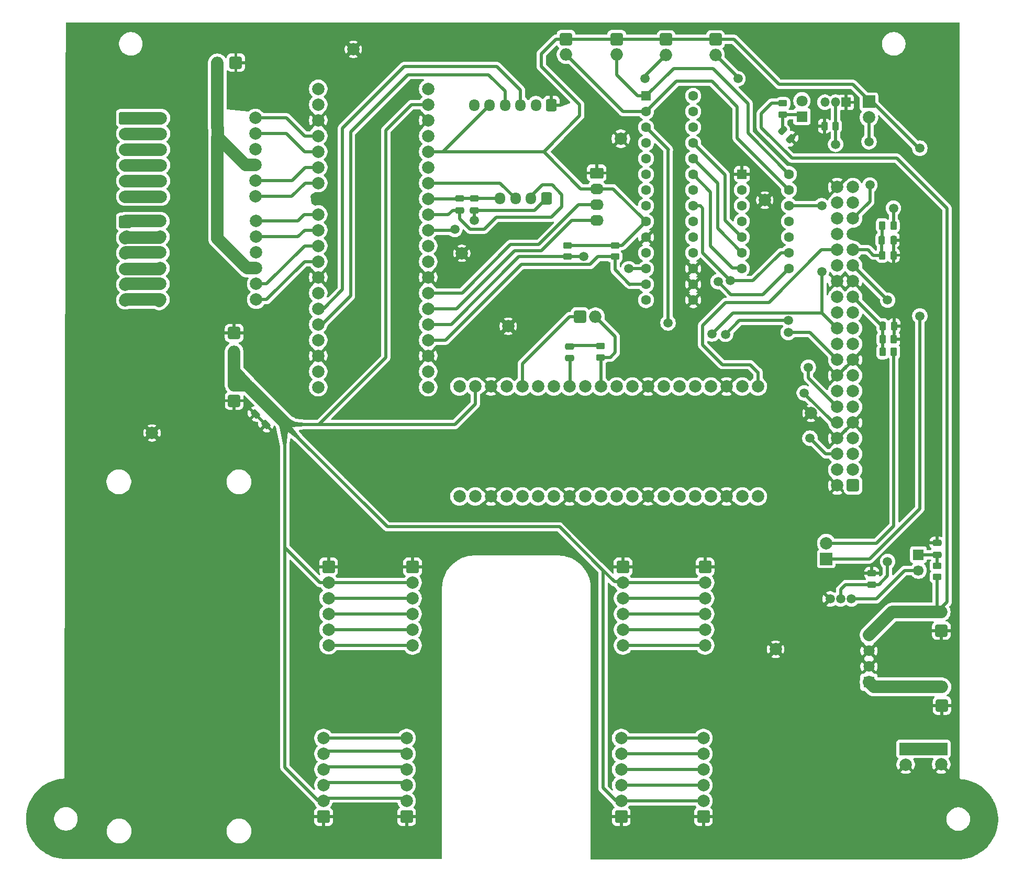
<source format=gbr>
%TF.GenerationSoftware,KiCad,Pcbnew,9.0.6*%
%TF.CreationDate,2026-01-28T12:20:58-06:00*%
%TF.ProjectId,mainboard,6d61696e-626f-4617-9264-2e6b69636164,rev?*%
%TF.SameCoordinates,Original*%
%TF.FileFunction,Copper,L2,Bot*%
%TF.FilePolarity,Positive*%
%FSLAX46Y46*%
G04 Gerber Fmt 4.6, Leading zero omitted, Abs format (unit mm)*
G04 Created by KiCad (PCBNEW 9.0.6) date 2026-01-28 12:20:58*
%MOMM*%
%LPD*%
G01*
G04 APERTURE LIST*
G04 Aperture macros list*
%AMRoundRect*
0 Rectangle with rounded corners*
0 $1 Rounding radius*
0 $2 $3 $4 $5 $6 $7 $8 $9 X,Y pos of 4 corners*
0 Add a 4 corners polygon primitive as box body*
4,1,4,$2,$3,$4,$5,$6,$7,$8,$9,$2,$3,0*
0 Add four circle primitives for the rounded corners*
1,1,$1+$1,$2,$3*
1,1,$1+$1,$4,$5*
1,1,$1+$1,$6,$7*
1,1,$1+$1,$8,$9*
0 Add four rect primitives between the rounded corners*
20,1,$1+$1,$2,$3,$4,$5,0*
20,1,$1+$1,$4,$5,$6,$7,0*
20,1,$1+$1,$6,$7,$8,$9,0*
20,1,$1+$1,$8,$9,$2,$3,0*%
%AMFreePoly0*
4,1,49,0.290285,0.956940,0.471397,0.881921,0.594000,0.800000,0.600000,0.800000,0.603843,0.796157,0.639018,0.796157,0.711114,0.766294,0.766294,0.711114,0.796157,0.639018,0.796157,0.603843,0.800000,0.600000,0.800000,0.593999,0.881921,0.471397,0.956940,0.290285,0.995185,0.098017,0.995185,-0.098017,0.956940,-0.290285,0.881921,-0.471397,0.800000,-0.593999,0.800000,-0.600000,
0.796157,-0.603843,0.796157,-0.639018,0.766294,-0.711114,0.711114,-0.766294,0.639018,-0.796157,0.603843,-0.796157,0.600000,-0.800000,0.594000,-0.800000,0.471397,-0.881921,0.290285,-0.956940,0.098017,-0.995185,-0.098017,-0.995185,-0.290285,-0.956940,-0.471397,-0.881921,-0.634393,-0.773010,-0.773010,-0.634393,-0.881921,-0.471397,-0.956940,-0.290285,-0.995185,-0.098017,-0.995185,0.098017,
-0.956940,0.290285,-0.881921,0.471397,-0.773010,0.634393,-0.634393,0.773010,-0.471397,0.881921,-0.290285,0.956940,-0.098017,0.995185,0.098017,0.995185,0.290285,0.956940,0.290285,0.956940,$1*%
%AMFreePoly1*
4,1,49,0.290285,0.956940,0.471397,0.881921,0.634393,0.773010,0.773010,0.634393,0.881921,0.471397,0.956940,0.290285,0.995185,0.098017,0.995185,-0.098017,0.956940,-0.290285,0.881921,-0.471397,0.773010,-0.634393,0.634393,-0.773010,0.471397,-0.881921,0.290285,-0.956940,0.098017,-0.995185,-0.098017,-0.995185,-0.290285,-0.956940,-0.471397,-0.881921,-0.594000,-0.800000,-0.600000,-0.800000,
-0.603843,-0.796157,-0.639018,-0.796157,-0.711114,-0.766294,-0.766294,-0.711114,-0.796157,-0.639018,-0.796157,-0.603843,-0.800000,-0.600000,-0.800000,-0.593999,-0.881921,-0.471397,-0.956940,-0.290285,-0.995185,-0.098017,-0.995185,0.098017,-0.956940,0.290285,-0.881921,0.471397,-0.800000,0.593999,-0.800000,0.600000,-0.796157,0.603843,-0.796157,0.639018,-0.766294,0.711114,-0.711114,0.766294,
-0.639018,0.796157,-0.603843,0.796157,-0.600000,0.800000,-0.594000,0.800000,-0.471397,0.881921,-0.290285,0.956940,-0.098017,0.995185,0.098017,0.995185,0.290285,0.956940,0.290285,0.956940,$1*%
G04 Aperture macros list end*
%TA.AperFunction,ComponentPad*%
%ADD10RoundRect,0.250000X-0.750000X0.750000X-0.750000X-0.750000X0.750000X-0.750000X0.750000X0.750000X0*%
%TD*%
%TA.AperFunction,ComponentPad*%
%ADD11C,2.000000*%
%TD*%
%TA.AperFunction,ComponentPad*%
%ADD12RoundRect,0.250000X0.600000X0.725000X-0.600000X0.725000X-0.600000X-0.725000X0.600000X-0.725000X0*%
%TD*%
%TA.AperFunction,ComponentPad*%
%ADD13O,1.700000X1.950000*%
%TD*%
%TA.AperFunction,ComponentPad*%
%ADD14RoundRect,0.250000X0.750000X-0.750000X0.750000X0.750000X-0.750000X0.750000X-0.750000X-0.750000X0*%
%TD*%
%TA.AperFunction,ComponentPad*%
%ADD15FreePoly0,0.000000*%
%TD*%
%TA.AperFunction,ComponentPad*%
%ADD16R,1.800000X1.800000*%
%TD*%
%TA.AperFunction,ComponentPad*%
%ADD17C,1.800000*%
%TD*%
%TA.AperFunction,ComponentPad*%
%ADD18C,1.500000*%
%TD*%
%TA.AperFunction,ComponentPad*%
%ADD19RoundRect,0.294118X0.705882X-0.705882X0.705882X0.705882X-0.705882X0.705882X-0.705882X-0.705882X0*%
%TD*%
%TA.AperFunction,ComponentPad*%
%ADD20O,2.000000X2.000000*%
%TD*%
%TA.AperFunction,ComponentPad*%
%ADD21RoundRect,0.294118X0.705882X0.705882X-0.705882X0.705882X-0.705882X-0.705882X0.705882X-0.705882X0*%
%TD*%
%TA.AperFunction,ComponentPad*%
%ADD22RoundRect,0.294118X-0.705882X0.705882X-0.705882X-0.705882X0.705882X-0.705882X0.705882X0.705882X0*%
%TD*%
%TA.AperFunction,ComponentPad*%
%ADD23R,2.000000X2.000000*%
%TD*%
%TA.AperFunction,ComponentPad*%
%ADD24RoundRect,0.250000X-0.845000X0.620000X-0.845000X-0.620000X0.845000X-0.620000X0.845000X0.620000X0*%
%TD*%
%TA.AperFunction,ComponentPad*%
%ADD25O,2.190000X1.740000*%
%TD*%
%TA.AperFunction,ComponentPad*%
%ADD26R,1.700000X1.700000*%
%TD*%
%TA.AperFunction,ComponentPad*%
%ADD27C,1.700000*%
%TD*%
%TA.AperFunction,ComponentPad*%
%ADD28RoundRect,0.294118X-0.705882X-0.705882X0.705882X-0.705882X0.705882X0.705882X-0.705882X0.705882X0*%
%TD*%
%TA.AperFunction,ComponentPad*%
%ADD29R,1.500000X1.500000*%
%TD*%
%TA.AperFunction,ComponentPad*%
%ADD30O,1.500000X1.500000*%
%TD*%
%TA.AperFunction,ComponentPad*%
%ADD31RoundRect,0.250000X-0.550000X-0.550000X0.550000X-0.550000X0.550000X0.550000X-0.550000X0.550000X0*%
%TD*%
%TA.AperFunction,ComponentPad*%
%ADD32C,1.600000*%
%TD*%
%TA.AperFunction,ComponentPad*%
%ADD33FreePoly0,90.000000*%
%TD*%
%TA.AperFunction,ComponentPad*%
%ADD34FreePoly1,90.000000*%
%TD*%
%TA.AperFunction,SMDPad,CuDef*%
%ADD35RoundRect,0.250000X-0.450000X0.262500X-0.450000X-0.262500X0.450000X-0.262500X0.450000X0.262500X0*%
%TD*%
%TA.AperFunction,SMDPad,CuDef*%
%ADD36RoundRect,0.250000X0.262500X0.450000X-0.262500X0.450000X-0.262500X-0.450000X0.262500X-0.450000X0*%
%TD*%
%TA.AperFunction,SMDPad,CuDef*%
%ADD37RoundRect,0.250000X-0.475000X0.250000X-0.475000X-0.250000X0.475000X-0.250000X0.475000X0.250000X0*%
%TD*%
%TA.AperFunction,SMDPad,CuDef*%
%ADD38RoundRect,0.250000X0.159099X-0.512652X0.512652X-0.159099X-0.159099X0.512652X-0.512652X0.159099X0*%
%TD*%
%TA.AperFunction,SMDPad,CuDef*%
%ADD39RoundRect,0.250000X-0.262500X-0.450000X0.262500X-0.450000X0.262500X0.450000X-0.262500X0.450000X0*%
%TD*%
%TA.AperFunction,SMDPad,CuDef*%
%ADD40RoundRect,0.250000X0.450000X-0.262500X0.450000X0.262500X-0.450000X0.262500X-0.450000X-0.262500X0*%
%TD*%
%TA.AperFunction,SMDPad,CuDef*%
%ADD41RoundRect,0.250000X0.475000X-0.250000X0.475000X0.250000X-0.475000X0.250000X-0.475000X-0.250000X0*%
%TD*%
%TA.AperFunction,SMDPad,CuDef*%
%ADD42RoundRect,0.250000X0.512652X0.159099X0.159099X0.512652X-0.512652X-0.159099X-0.159099X-0.512652X0*%
%TD*%
%TA.AperFunction,SMDPad,CuDef*%
%ADD43RoundRect,0.250000X-0.250000X-0.475000X0.250000X-0.475000X0.250000X0.475000X-0.250000X0.475000X0*%
%TD*%
%TA.AperFunction,ViaPad*%
%ADD44C,1.500000*%
%TD*%
%TA.AperFunction,Conductor*%
%ADD45C,0.500000*%
%TD*%
%TA.AperFunction,Conductor*%
%ADD46C,2.000000*%
%TD*%
G04 APERTURE END LIST*
D10*
%TO.P,J23,1,Pin_1*%
%TO.N,GND*%
X366073395Y-121222005D03*
D11*
%TO.P,J23,2,Pin_2*%
%TO.N,5V_BUCK*%
X366073395Y-123762005D03*
%TO.P,J23,3,Pin_3*%
%TO.N,Net-(J22-Pin_3)*%
X366073395Y-126302005D03*
%TO.P,J23,4,Pin_4*%
%TO.N,Net-(J22-Pin_4)*%
X366073395Y-128842005D03*
%TO.P,J23,5,Pin_5*%
%TO.N,Net-(J22-Pin_5)*%
X366073395Y-131382005D03*
%TO.P,J23,6,Pin_6*%
%TO.N,Net-(J22-Pin_6)*%
X366073395Y-133922005D03*
%TD*%
D12*
%TO.P,J27,1,Pin_1*%
%TO.N,ADC0_GP26*%
X340404195Y-61622005D03*
D13*
%TO.P,J27,2,Pin_2*%
%TO.N,ADC1_GP27*%
X337904195Y-61622005D03*
%TO.P,J27,3,Pin_3*%
%TO.N,ADC2_GP28*%
X335404195Y-61622005D03*
%TO.P,J27,4,Pin_4*%
%TO.N,AGND1*%
X332904195Y-61622005D03*
%TD*%
D14*
%TO.P,J7,1,Pin_1*%
%TO.N,GND*%
X365800995Y-161604605D03*
D11*
%TO.P,J7,2,Pin_2*%
%TO.N,5V_BUCK*%
X365800995Y-159064605D03*
%TO.P,J7,3,Pin_3*%
%TO.N,Net-(J7-Pin_3)*%
X365800995Y-156524605D03*
%TO.P,J7,4,Pin_4*%
%TO.N,Net-(J7-Pin_4)*%
X365800995Y-153984605D03*
%TO.P,J7,5,Pin_5*%
%TO.N,Net-(J7-Pin_5)*%
X365800995Y-151444605D03*
%TO.P,J7,6,Pin_6*%
%TO.N,Net-(J7-Pin_6)*%
X365800995Y-148904605D03*
%TD*%
%TO.P,A1,1,GPIO0*%
%TO.N,unconnected-(A1-GPIO0-Pad1)*%
X303507195Y-43897605D03*
%TO.P,A1,2,GPIO1*%
%TO.N,unconnected-(A1-GPIO1-Pad2)*%
X303507195Y-46437605D03*
%TO.P,A1,3,GND*%
%TO.N,GND*%
X303507195Y-48977605D03*
%TO.P,A1,4,GPIO2*%
%TO.N,Net-(A1-GPIO2)*%
X303507195Y-51517605D03*
%TO.P,A1,5,GPIO3*%
%TO.N,Net-(A1-GPIO3)*%
X303507195Y-54057605D03*
%TO.P,A1,6,GPIO4*%
%TO.N,Net-(A1-GPIO4)*%
X303507195Y-56597605D03*
%TO.P,A1,7,GPIO5*%
%TO.N,Net-(A1-GPIO5)*%
X303507195Y-59137605D03*
D15*
%TO.P,A1,8,GND*%
%TO.N,GND*%
X303507195Y-61677605D03*
D11*
%TO.P,A1,9,GPIO6*%
%TO.N,Net-(A1-GPIO6)*%
X303507195Y-64217605D03*
%TO.P,A1,10,GPIO7*%
%TO.N,Net-(A1-GPIO7)*%
X303507195Y-66757605D03*
%TO.P,A1,11,GPIO8*%
%TO.N,Net-(A1-GPIO8)*%
X303507195Y-69297605D03*
%TO.P,A1,12,GPIO9*%
%TO.N,Net-(A1-GPIO9)*%
X303507195Y-71837605D03*
%TO.P,A1,13,GND*%
%TO.N,GND*%
X303507195Y-74377605D03*
%TO.P,A1,14,GPIO10*%
%TO.N,unconnected-(A1-GPIO10-Pad14)_1*%
X303507195Y-76917605D03*
%TO.P,A1,15,GPIO11*%
%TO.N,PCA9685_SCL*%
X303507195Y-79457605D03*
%TO.P,A1,16,GPIO12*%
%TO.N,PCA9685_SDA*%
X303507195Y-81997605D03*
%TO.P,A1,17,GPIO13*%
%TO.N,unconnected-(A1-GPIO13-Pad17)*%
X303507195Y-84537605D03*
%TO.P,A1,18,GND*%
%TO.N,GND*%
X303507195Y-87077605D03*
%TO.P,A1,19,GPIO14*%
%TO.N,unconnected-(A1-GPIO14-Pad19)_1*%
X303507195Y-89617605D03*
%TO.P,A1,20,GPIO15*%
%TO.N,unconnected-(A1-GPIO15-Pad20)*%
X303507195Y-92157605D03*
%TO.P,A1,21,GPIO16*%
%TO.N,unconnected-(A1-GPIO16-Pad21)_1*%
X321287195Y-92157605D03*
%TO.P,A1,22,GPIO17*%
%TO.N,unconnected-(A1-GPIO17-Pad22)_1*%
X321287195Y-89617605D03*
%TO.P,A1,23,GND*%
%TO.N,GND*%
X321287195Y-87077605D03*
%TO.P,A1,24,GPIO18*%
%TO.N,Net-(A1-GPIO18)*%
X321287195Y-84537605D03*
%TO.P,A1,25,GPIO19*%
%TO.N,Net-(A1-GPIO19)*%
X321287195Y-81997605D03*
%TO.P,A1,26,GPIO20*%
%TO.N,Net-(A1-GPIO20)*%
X321287195Y-79457605D03*
%TO.P,A1,27,GPIO21*%
%TO.N,Net-(A1-GPIO21)*%
X321287195Y-76917605D03*
%TO.P,A1,28,GND*%
%TO.N,GND*%
X321287195Y-74377605D03*
%TO.P,A1,29,GPIO22*%
%TO.N,unconnected-(A1-GPIO22-Pad29)_1*%
X321287195Y-71837605D03*
%TO.P,A1,30,RUN*%
%TO.N,unconnected-(A1-RUN-Pad30)_1*%
X321287195Y-69297605D03*
%TO.P,A1,31,GPIO26_ADC0*%
%TO.N,ADC0_GP26*%
X321287195Y-66757605D03*
%TO.P,A1,32,GPIO27_ADC1*%
%TO.N,ADC1_GP27*%
X321287195Y-64217605D03*
%TO.P,A1,33,AGND*%
%TO.N,AGND1*%
X321287195Y-61677605D03*
%TO.P,A1,34,GPIO28_ADC2*%
%TO.N,ADC2_GP28*%
X321287195Y-59137605D03*
%TO.P,A1,35,ADC_VREF*%
%TO.N,unconnected-(A1-ADC_VREF-Pad35)*%
X321287195Y-56597605D03*
%TO.P,A1,36,3V3*%
%TO.N,PICO1_3V3*%
X321287195Y-54057605D03*
%TO.P,A1,37,3V3_EN*%
%TO.N,unconnected-(A1-3V3_EN-Pad37)*%
X321287195Y-51517605D03*
%TO.P,A1,38,GND*%
%TO.N,GND*%
X321287195Y-48977605D03*
%TO.P,A1,39,VSYS*%
%TO.N,5V_BUCK*%
X321287195Y-46437605D03*
%TO.P,A1,40,VBUS*%
%TO.N,unconnected-(A1-VBUS-Pad40)*%
X321287195Y-43897605D03*
%TD*%
%TO.P,J2,1,Pin_1*%
%TO.N,Net-(A1-GPIO5)*%
X293347195Y-61296605D03*
%TO.P,J2,2,Pin_2*%
%TO.N,Net-(A1-GPIO4)*%
X293347195Y-58756605D03*
%TO.P,J2,3,Pin_3*%
%TO.N,12V_BUCK3*%
X293347195Y-56216605D03*
%TO.P,J2,4,Pin_4*%
%TO.N,GND*%
X293347195Y-53676605D03*
%TO.P,J2,5,Pin_5*%
%TO.N,Net-(A1-GPIO3)*%
X293347195Y-51136605D03*
%TO.P,J2,6,Pin_6*%
%TO.N,Net-(A1-GPIO2)*%
X293347195Y-48596605D03*
%TO.P,J2,7,Pin_7*%
%TO.N,Net-(J2-Pin_7)*%
X278056395Y-48622005D03*
%TO.P,J2,8,Pin_8*%
%TO.N,Net-(J2-Pin_8)*%
X278056395Y-51162005D03*
%TO.P,J2,9,Pin_9*%
%TO.N,Net-(J2-Pin_9)*%
X278056395Y-53702005D03*
%TO.P,J2,10,Pin_10*%
%TO.N,Net-(J2-Pin_10)*%
X278056395Y-56242005D03*
%TO.P,J2,11,Pin_11*%
%TO.N,Net-(J2-Pin_11)*%
X278056395Y-58782005D03*
%TO.P,J2,12,Pin_12*%
%TO.N,Net-(J2-Pin_12)*%
X278056395Y-61322005D03*
%TD*%
D10*
%TO.P,J4,1,Pin_1*%
%TO.N,Net-(J2-Pin_7)*%
X272294595Y-48625405D03*
D11*
%TO.P,J4,2,Pin_2*%
%TO.N,Net-(J2-Pin_8)*%
X272294595Y-51165405D03*
%TO.P,J4,3,Pin_3*%
%TO.N,Net-(J2-Pin_9)*%
X272294595Y-53705405D03*
%TO.P,J4,4,Pin_4*%
%TO.N,Net-(J2-Pin_10)*%
X272294595Y-56245405D03*
%TO.P,J4,5,Pin_5*%
%TO.N,Net-(J2-Pin_11)*%
X272294595Y-58785405D03*
%TO.P,J4,6,Pin_6*%
%TO.N,Net-(J2-Pin_12)*%
X272294595Y-61325405D03*
%TD*%
D16*
%TO.P,J16,1,Pin_1*%
%TO.N,Net-(J16-Pin_1)*%
X381726395Y-48373005D03*
D17*
%TO.P,J16,2,Pin_2*%
%TO.N,Net-(J16-Pin_2)*%
X381726395Y-45833005D03*
%TD*%
D18*
%TO.P,Q3,1,S*%
%TO.N,GND*%
X386304395Y-126401005D03*
%TO.P,Q3,2,G*%
%TO.N,GREEN*%
X387980795Y-126401005D03*
%TO.P,Q3,3,D*%
%TO.N,Net-(J15-Pin_2)*%
X389733395Y-126401005D03*
%TD*%
D19*
%TO.P,,1,Pin_1*%
%TO.N,GND*%
X289911795Y-94341605D03*
D20*
%TO.P,,2,Pin_2*%
%TO.N,5V_BUCK*%
X289886395Y-91801605D03*
%TD*%
D21*
%TO.P,J6,1,Pin_1*%
%TO.N,unconnected-(J6-Pin_1-Pad1)*%
X389981395Y-108032605D03*
D11*
%TO.P,J6,2,Pin_2*%
%TO.N,unconnected-(J6-Pin_2-Pad2)*%
X389981395Y-105492605D03*
%TO.P,J6,3,Pin_3*%
%TO.N,unconnected-(J6-Pin_3-Pad3)*%
X389981395Y-102952605D03*
%TO.P,J6,4,Pin_4*%
%TO.N,unconnected-(J6-Pin_4-Pad4)*%
X389981395Y-100412605D03*
%TO.P,J6,5,Pin_5*%
%TO.N,GND*%
X389981395Y-97872605D03*
%TO.P,J6,6,Pin_6*%
%TO.N,unconnected-(J6-Pin_6-Pad6)*%
X389981395Y-95332605D03*
%TO.P,J6,7,Pin_7*%
%TO.N,unconnected-(J6-Pin_7-Pad7)*%
X389981395Y-92792605D03*
%TO.P,J6,8,Pin_8*%
%TO.N,unconnected-(J6-Pin_8-Pad8)*%
X389981395Y-90252605D03*
%TO.P,J6,9,Pin_9*%
%TO.N,GND*%
X389981395Y-87712605D03*
%TO.P,J6,10,Pin_10*%
%TO.N,unconnected-(J6-Pin_10-Pad10)*%
X389981395Y-85172605D03*
%TO.P,J6,11,Pin_11*%
%TO.N,unconnected-(J6-Pin_11-Pad11)*%
X389981395Y-82632605D03*
%TO.P,J6,12,Pin_12*%
%TO.N,unconnected-(J6-Pin_12-Pad12)*%
X389981395Y-80092605D03*
%TO.P,J6,13,Pin_13*%
%TO.N,START*%
X389981395Y-77552605D03*
%TO.P,J6,14,Pin_14*%
%TO.N,GND*%
X389981395Y-75012605D03*
%TO.P,J6,15,Pin_15*%
%TO.N,GREEN*%
X389981395Y-72472605D03*
%TO.P,J6,16,Pin_16*%
%TO.N,STOP*%
X389981395Y-69932605D03*
%TO.P,J6,17,Pin_17*%
%TO.N,GND*%
X389981395Y-67392605D03*
%TO.P,J6,18,Pin_18*%
%TO.N,RED*%
X389981395Y-64852605D03*
%TO.P,J6,19,Pin_19*%
%TO.N,unconnected-(J6-Pin_19-Pad19)*%
X389981395Y-62312605D03*
%TO.P,J6,20,Pin_20*%
%TO.N,unconnected-(J6-Pin_20-Pad20)*%
X389981395Y-59772605D03*
%TO.P,J6,21,Pin_21*%
%TO.N,GND*%
X387441395Y-108032605D03*
%TO.P,J6,22,Pin_22*%
%TO.N,COLL(en{slash}dis)*%
X387441395Y-105492605D03*
%TO.P,J6,23,Pin_23*%
%TO.N,CP-L*%
X387441395Y-102952605D03*
%TO.P,J6,24,Pin_24*%
%TO.N,GND*%
X387441395Y-100412605D03*
%TO.P,J6,25,Pin_25*%
%TO.N,CP-R*%
X387441395Y-97872605D03*
%TO.P,J6,26,Pin_26*%
%TO.N,DOOR-L*%
X387441395Y-95332605D03*
%TO.P,J6,27,Pin_27*%
%TO.N,unconnected-(J6-Pin_27-Pad27)*%
X387441395Y-92792605D03*
%TO.P,J6,28,Pin_28*%
%TO.N,GND*%
X387441395Y-90252605D03*
%TO.P,J6,29,Pin_29*%
%TO.N,DOOR-R*%
X387441395Y-87712605D03*
%TO.P,J6,30,Pin_30*%
%TO.N,SORT(en{slash}dis)*%
X387441395Y-85172605D03*
%TO.P,J6,31,Pin_31*%
%TO.N,TOTEM-EXTEND*%
X387441395Y-82632605D03*
%TO.P,J6,32,Pin_32*%
%TO.N,unconnected-(J6-Pin_32-Pad32)*%
X387441395Y-80092605D03*
%TO.P,J6,33,Pin_33*%
%TO.N,unconnected-(J6-Pin_33-Pad33)*%
X387441395Y-77552605D03*
%TO.P,J6,34,Pin_34*%
%TO.N,GND*%
X387441395Y-75012605D03*
%TO.P,J6,35,Pin_35*%
%TO.N,unconnected-(J6-Pin_35-Pad35)*%
X387441395Y-72472605D03*
%TO.P,J6,36,Pin_36*%
%TO.N,PIC_STATE*%
X387441395Y-69932605D03*
%TO.P,J6,37,Pin_37*%
%TO.N,unconnected-(J6-Pin_37-Pad37)*%
X387441395Y-67392605D03*
%TO.P,J6,38,Pin_38*%
%TO.N,unconnected-(J6-Pin_38-Pad38)*%
X387441395Y-64852605D03*
%TO.P,J6,39,Pin_39*%
%TO.N,unconnected-(J6-Pin_39-Pad39)*%
X387441395Y-62312605D03*
%TO.P,J6,40,Pin_40*%
%TO.N,GND*%
X387441395Y-59772605D03*
%TD*%
D22*
%TO.P,,1,Pin_1*%
%TO.N,GND*%
X289899095Y-83401005D03*
D20*
%TO.P,,2,Pin_2*%
%TO.N,5V_BUCK*%
X289899095Y-86401005D03*
%TD*%
D11*
%TO.P,,1*%
%TO.N,GND*%
X309180795Y-37501005D03*
%TD*%
D23*
%TO.P,J14,1,Pin_1*%
%TO.N,PICO1_3V3*%
X392572195Y-45983805D03*
D11*
%TO.P,J14,2,Pin_2*%
%TO.N,Net-(J14-Pin_2)*%
X392572195Y-48523805D03*
%TD*%
D24*
%TO.P,Brd1,1,GND*%
%TO.N,GND*%
X348528595Y-57512005D03*
D25*
%TO.P,Brd1,2,VCC*%
%TO.N,PICO1_3V3*%
X348528595Y-60052005D03*
%TO.P,Brd1,3,SCL*%
%TO.N,Net-(A1-GPIO21)*%
X348528595Y-62592005D03*
%TO.P,Brd1,4,SDA*%
%TO.N,Net-(A1-GPIO20)*%
X348528595Y-65132005D03*
%TD*%
D11*
%TO.P,,1*%
%TO.N,GND*%
X326730795Y-70501005D03*
%TD*%
D23*
%TO.P,J3,1,Pin_1*%
%TO.N,PICO1_3V3*%
X385663395Y-119919805D03*
D11*
%TO.P,J3,2,Pin_2*%
%TO.N,Net-(J3-Pin_2)*%
X385663395Y-117379805D03*
%TD*%
D26*
%TO.P,J15,1,Pin_1*%
%TO.N,Net-(J15-Pin_1)*%
X400580795Y-119251005D03*
D27*
%TO.P,J15,2,Pin_2*%
%TO.N,Net-(J15-Pin_2)*%
X400580795Y-121791005D03*
%TD*%
D28*
%TO.P,J28,1,Pin_1*%
%TO.N,PICO2_3V3*%
X345836595Y-80743805D03*
D20*
%TO.P,J28,2,Pin_2*%
%TO.N,LDR_ADC*%
X348336595Y-80743805D03*
%TD*%
D19*
%TO.P,,1,Pin_1*%
%TO.N,GND*%
X404380795Y-143651005D03*
D20*
%TO.P,,2,Pin_2*%
%TO.N,12V_BUCK1*%
X404380795Y-140627005D03*
%TD*%
D14*
%TO.P,J8,1,Pin_1*%
%TO.N,GND*%
X352516795Y-161604605D03*
D11*
%TO.P,J8,2,Pin_2*%
%TO.N,5V_BUCK*%
X352516795Y-159064605D03*
%TO.P,J8,3,Pin_3*%
%TO.N,Net-(J7-Pin_3)*%
X352516795Y-156524605D03*
%TO.P,J8,4,Pin_4*%
%TO.N,Net-(J7-Pin_4)*%
X352516795Y-153984605D03*
%TO.P,J8,5,Pin_5*%
%TO.N,Net-(J7-Pin_5)*%
X352516795Y-151444605D03*
%TO.P,J8,6,Pin_6*%
%TO.N,Net-(J7-Pin_6)*%
X352516795Y-148904605D03*
%TD*%
D22*
%TO.P,J28,1,Pin_1*%
%TO.N,PICO1_3V3*%
X359755795Y-35900005D03*
D20*
%TO.P,J28,2,Pin_2*%
%TO.N,CP-L-ENDSTOP0*%
X359755795Y-38400005D03*
%TD*%
D11*
%TO.P,,1*%
%TO.N,GND*%
X383193233Y-96361205D03*
%TD*%
%TO.P,REF\u002A\u002A,1*%
%TO.N,GND*%
X352443233Y-51961205D03*
%TD*%
%TO.P,,1*%
%TO.N,GND*%
X375730795Y-61901005D03*
%TD*%
D19*
%TO.P,,1,Pin_1*%
%TO.N,GND*%
X404281595Y-131529005D03*
D20*
%TO.P,,2,Pin_2*%
%TO.N,12V_BUCK2*%
X404281595Y-128505005D03*
%TD*%
D16*
%TO.P,J24,1,Pin_1*%
%TO.N,12V_BUCK1*%
X392580795Y-139871005D03*
D17*
%TO.P,J24,2,Pin_2*%
%TO.N,GND*%
X392580795Y-137331005D03*
%TO.P,J24,3,Pin_3*%
X392580795Y-134791005D03*
%TO.P,J24,4,Pin_4*%
%TO.N,12V_BUCK2*%
X392580795Y-132251005D03*
%TD*%
D23*
%TO.P,J25,1,Pin_1*%
%TO.N,9V_BUCK*%
X398516195Y-150654405D03*
D11*
%TO.P,J25,2,Pin_2*%
%TO.N,GND*%
X398516195Y-153194405D03*
%TD*%
D10*
%TO.P,J20,1,Pin_1*%
%TO.N,GND*%
X305178595Y-121193205D03*
D11*
%TO.P,J20,2,Pin_2*%
%TO.N,5V_BUCK*%
X305178595Y-123733205D03*
%TO.P,J20,3,Pin_3*%
%TO.N,Net-(J20-Pin_3)*%
X305178595Y-126273205D03*
%TO.P,J20,4,Pin_4*%
%TO.N,Net-(J20-Pin_4)*%
X305178595Y-128813205D03*
%TO.P,J20,5,Pin_5*%
%TO.N,Net-(J20-Pin_5)*%
X305178595Y-131353205D03*
%TO.P,J20,6,Pin_6*%
%TO.N,Net-(J20-Pin_6)*%
X305178595Y-133893205D03*
%TD*%
%TO.P,REF\u002A\u002A,1*%
%TO.N,GND*%
X276630795Y-99551005D03*
%TD*%
D21*
%TO.P,,1,Pin_1*%
%TO.N,GND*%
X290180795Y-39651005D03*
D20*
%TO.P,,2,Pin_2*%
%TO.N,12V_BUCK3*%
X287183595Y-39676405D03*
%TD*%
D14*
%TO.P,J18,1,Pin_1*%
%TO.N,GND*%
X317802395Y-161604605D03*
D11*
%TO.P,J18,2,Pin_2*%
%TO.N,5V_BUCK*%
X317802395Y-159064605D03*
%TO.P,J18,3,Pin_3*%
%TO.N,Net-(J18-Pin_3)*%
X317802395Y-156524605D03*
%TO.P,J18,4,Pin_4*%
%TO.N,Net-(J18-Pin_4)*%
X317802395Y-153984605D03*
%TO.P,J18,5,Pin_5*%
%TO.N,Net-(J18-Pin_5)*%
X317802395Y-151444605D03*
%TO.P,J18,6,Pin_6*%
%TO.N,Net-(J18-Pin_6)*%
X317802395Y-148904605D03*
%TD*%
D10*
%TO.P,J21,1,Pin_1*%
%TO.N,GND*%
X318760195Y-121218605D03*
D11*
%TO.P,J21,2,Pin_2*%
%TO.N,5V_BUCK*%
X318760195Y-123758605D03*
%TO.P,J21,3,Pin_3*%
%TO.N,Net-(J20-Pin_3)*%
X318760195Y-126298605D03*
%TO.P,J21,4,Pin_4*%
%TO.N,Net-(J20-Pin_4)*%
X318760195Y-128838605D03*
%TO.P,J21,5,Pin_5*%
%TO.N,Net-(J20-Pin_5)*%
X318760195Y-131378605D03*
%TO.P,J21,6,Pin_6*%
%TO.N,Net-(J20-Pin_6)*%
X318760195Y-133918605D03*
%TD*%
D29*
%TO.P,Q4,1,S*%
%TO.N,GND*%
X388857195Y-46076405D03*
D30*
%TO.P,Q4,2,G*%
%TO.N,RED*%
X387180795Y-46051005D03*
%TO.P,Q4,3,D*%
%TO.N,Net-(J16-Pin_2)*%
X385453595Y-46051005D03*
%TD*%
D23*
%TO.P,J25,1,Pin_1*%
%TO.N,9V_BUCK*%
X404256195Y-150651005D03*
D11*
%TO.P,J25,2,Pin_2*%
%TO.N,GND*%
X404256195Y-153165605D03*
%TD*%
D10*
%TO.P,J22,1,Pin_1*%
%TO.N,GND*%
X352796595Y-121222005D03*
D11*
%TO.P,J22,2,Pin_2*%
%TO.N,5V_BUCK*%
X352796595Y-123762005D03*
%TO.P,J22,3,Pin_3*%
%TO.N,Net-(J22-Pin_3)*%
X352796595Y-126302005D03*
%TO.P,J22,4,Pin_4*%
%TO.N,Net-(J22-Pin_4)*%
X352796595Y-128842005D03*
%TO.P,J22,5,Pin_5*%
%TO.N,Net-(J22-Pin_5)*%
X352796595Y-131382005D03*
%TO.P,J22,6,Pin_6*%
%TO.N,Net-(J22-Pin_6)*%
X352796595Y-133922005D03*
%TD*%
D22*
%TO.P,J28,1,Pin_1*%
%TO.N,PICO1_3V3*%
X367756795Y-35900005D03*
D20*
%TO.P,J28,2,Pin_2*%
%TO.N,CP-L-ENDSTOP1*%
X367756795Y-38400005D03*
%TD*%
D11*
%TO.P,,1*%
%TO.N,GND*%
X334230795Y-82301005D03*
%TD*%
%TO.P,,1*%
%TO.N,GND*%
X377480795Y-134551005D03*
%TD*%
D14*
%TO.P,J19,1,Pin_1*%
%TO.N,GND*%
X304362595Y-161604605D03*
D11*
%TO.P,J19,2,Pin_2*%
%TO.N,5V_BUCK*%
X304362595Y-159064605D03*
%TO.P,J19,3,Pin_3*%
%TO.N,Net-(J18-Pin_3)*%
X304362595Y-156524605D03*
%TO.P,J19,4,Pin_4*%
%TO.N,Net-(J18-Pin_4)*%
X304362595Y-153984605D03*
%TO.P,J19,5,Pin_5*%
%TO.N,Net-(J18-Pin_5)*%
X304362595Y-151444605D03*
%TO.P,J19,6,Pin_6*%
%TO.N,Net-(J18-Pin_6)*%
X304362595Y-148904605D03*
%TD*%
%TO.P,J1,1,Pin_1*%
%TO.N,Net-(A1-GPIO9)*%
X293466995Y-77991905D03*
%TO.P,J1,2,Pin_2*%
%TO.N,Net-(A1-GPIO8)*%
X293466995Y-75451905D03*
%TO.P,J1,3,Pin_3*%
%TO.N,12V_BUCK3*%
X293466995Y-72911905D03*
%TO.P,J1,4,Pin_4*%
%TO.N,GND*%
X293466995Y-70371905D03*
%TO.P,J1,5,Pin_5*%
%TO.N,Net-(A1-GPIO7)*%
X293466995Y-67831905D03*
%TO.P,J1,6,Pin_6*%
%TO.N,Net-(A1-GPIO6)*%
X293466995Y-65291905D03*
%TO.P,J1,7,Pin_7*%
%TO.N,Net-(J1-Pin_7)*%
X277972995Y-65291905D03*
%TO.P,J1,8,Pin_8*%
%TO.N,Net-(J1-Pin_8)*%
X277972995Y-67831905D03*
%TO.P,J1,9,Pin_9*%
%TO.N,Net-(J1-Pin_9)*%
X277972995Y-70371905D03*
%TO.P,J1,10,Pin_10*%
%TO.N,Net-(J1-Pin_10)*%
X277972995Y-72911905D03*
%TO.P,J1,11,Pin_11*%
%TO.N,Net-(J1-Pin_11)*%
X277972995Y-75451905D03*
%TO.P,J1,12,Pin_12*%
%TO.N,Net-(J1-Pin_12)*%
X277972995Y-77991905D03*
%TD*%
D22*
%TO.P,J28,1,Pin_1*%
%TO.N,PICO1_3V3*%
X343580795Y-35851005D03*
D20*
%TO.P,J28,2,Pin_2*%
%TO.N,CP-R-ENDSTOP1*%
X343580795Y-38351005D03*
%TD*%
D22*
%TO.P,J28,1,Pin_1*%
%TO.N,PICO1_3V3*%
X351780795Y-35851005D03*
D20*
%TO.P,J28,2,Pin_2*%
%TO.N,CP-R-ENDSTOP0*%
X351780795Y-38351005D03*
%TD*%
D10*
%TO.P,J5,1,Pin_1*%
%TO.N,Net-(J1-Pin_7)*%
X272294595Y-65389405D03*
D11*
%TO.P,J5,2,Pin_2*%
%TO.N,Net-(J1-Pin_8)*%
X272294595Y-67929405D03*
%TO.P,J5,3,Pin_3*%
%TO.N,Net-(J1-Pin_9)*%
X272294595Y-70469405D03*
%TO.P,J5,4,Pin_4*%
%TO.N,Net-(J1-Pin_10)*%
X272294595Y-73009405D03*
%TO.P,J5,5,Pin_5*%
%TO.N,Net-(J1-Pin_11)*%
X272294595Y-75549405D03*
%TO.P,J5,6,Pin_6*%
%TO.N,Net-(J1-Pin_12)*%
X272294595Y-78089405D03*
%TD*%
D31*
%TO.P,RN1,1,common*%
%TO.N,GND*%
X372023995Y-57693205D03*
D32*
%TO.P,RN1,2,R1*%
%TO.N,CP-L-ENDSTOP1*%
X372023995Y-60233205D03*
%TO.P,RN1,3,R2*%
%TO.N,CP-L-ENDSTOP0*%
X372023995Y-62773205D03*
%TO.P,RN1,4,R3*%
%TO.N,DOOR-R*%
X372023995Y-65313205D03*
%TO.P,RN1,5,R4*%
%TO.N,DOOR-L*%
X372023995Y-67853205D03*
%TO.P,RN1,6,R5*%
%TO.N,CP-R*%
X372023995Y-70393205D03*
%TO.P,RN1,7,R6*%
%TO.N,CP-L*%
X372023995Y-72933205D03*
%TO.P,RN1,8,R7*%
%TO.N,SORT(en{slash}dis)*%
X379643995Y-72933205D03*
%TO.P,RN1,9,R8*%
%TO.N,COLL(en{slash}dis)*%
X379643995Y-70393205D03*
%TO.P,RN1,10,R9*%
%TO.N,unconnected-(RN1-R9-Pad10)*%
X379643995Y-67853205D03*
%TO.P,RN1,11,R10*%
%TO.N,unconnected-(RN1-R10-Pad11)*%
X379643995Y-65313205D03*
%TO.P,RN1,12,R11*%
%TO.N,TOTEM-EXTEND*%
X379643995Y-62773205D03*
%TO.P,RN1,13,R12*%
%TO.N,CP-R-ENDSTOP1*%
X379643995Y-60233205D03*
%TO.P,RN1,14,R13*%
%TO.N,CP-R-ENDSTOP0*%
X379643995Y-57693205D03*
%TD*%
D11*
%TO.P,A2,1,GPIO0*%
%TO.N,unconnected-(A2-GPIO0-Pad1)_1*%
X326354795Y-109814005D03*
%TO.P,A2,2,GPIO1*%
%TO.N,unconnected-(A2-GPIO1-Pad2)*%
X328894795Y-109814005D03*
%TO.P,A2,3,GND*%
%TO.N,GND*%
X331434795Y-109814005D03*
%TO.P,A2,4,GPIO2*%
%TO.N,unconnected-(A2-GPIO2-Pad4)_1*%
X333974795Y-109814005D03*
%TO.P,A2,5,GPIO3*%
%TO.N,unconnected-(A2-GPIO3-Pad5)_1*%
X336514795Y-109814005D03*
%TO.P,A2,6,GPIO4*%
%TO.N,unconnected-(A2-GPIO4-Pad6)_1*%
X339054795Y-109814005D03*
%TO.P,A2,7,GPIO5*%
%TO.N,unconnected-(A2-GPIO5-Pad7)*%
X341594795Y-109814005D03*
%TO.P,A2,8,GND*%
%TO.N,GND*%
X344134795Y-109814005D03*
%TO.P,A2,9,GPIO6*%
%TO.N,unconnected-(A2-GPIO6-Pad9)_1*%
X346674795Y-109814005D03*
%TO.P,A2,10,GPIO7*%
%TO.N,unconnected-(A2-GPIO7-Pad10)_1*%
X349214795Y-109814005D03*
%TO.P,A2,11,GPIO8*%
%TO.N,unconnected-(A2-GPIO8-Pad11)*%
X351754795Y-109814005D03*
%TO.P,A2,12,GPIO9*%
%TO.N,unconnected-(A2-GPIO9-Pad12)_1*%
X354294795Y-109814005D03*
D33*
%TO.P,A2,13,GND*%
%TO.N,GND*%
X356834795Y-109814005D03*
D11*
%TO.P,A2,14,GPIO10*%
%TO.N,unconnected-(A2-GPIO10-Pad14)_1*%
X359374795Y-109814005D03*
%TO.P,A2,15,GPIO11*%
%TO.N,unconnected-(A2-GPIO11-Pad15)*%
X361914795Y-109814005D03*
%TO.P,A2,16,GPIO12*%
%TO.N,unconnected-(A2-GPIO12-Pad16)*%
X364454795Y-109814005D03*
%TO.P,A2,17,GPIO13*%
%TO.N,unconnected-(A2-GPIO13-Pad17)*%
X366994795Y-109814005D03*
%TO.P,A2,18,GND*%
%TO.N,GND*%
X369534795Y-109814005D03*
%TO.P,A2,19,GPIO14*%
%TO.N,unconnected-(A2-GPIO14-Pad19)_1*%
X372074795Y-109814005D03*
%TO.P,A2,20,GPIO15*%
%TO.N,unconnected-(A2-GPIO15-Pad20)_1*%
X374614795Y-109814005D03*
%TO.P,A2,21,GPIO16*%
%TO.N,PIC_STATE*%
X374614795Y-92034005D03*
%TO.P,A2,22,GPIO17*%
%TO.N,unconnected-(A2-GPIO17-Pad22)*%
X372074795Y-92034005D03*
%TO.P,A2,23,GND*%
%TO.N,GND*%
X369534795Y-92034005D03*
%TO.P,A2,24,GPIO18*%
%TO.N,unconnected-(A2-GPIO18-Pad24)*%
X366994795Y-92034005D03*
%TO.P,A2,25,GPIO19*%
%TO.N,unconnected-(A2-GPIO19-Pad25)*%
X364454795Y-92034005D03*
%TO.P,A2,26,GPIO20*%
%TO.N,unconnected-(A2-GPIO20-Pad26)*%
X361914795Y-92034005D03*
%TO.P,A2,27,GPIO21*%
%TO.N,unconnected-(A2-GPIO21-Pad27)*%
X359374795Y-92034005D03*
%TO.P,A2,28,GND*%
%TO.N,GND*%
X356834795Y-92034005D03*
%TO.P,A2,29,GPIO22*%
%TO.N,unconnected-(A2-GPIO22-Pad29)*%
X354294795Y-92034005D03*
%TO.P,A2,30,RUN*%
%TO.N,unconnected-(A2-RUN-Pad30)*%
X351754795Y-92034005D03*
%TO.P,A2,31,GPIO26_ADC0*%
%TO.N,LDR_ADC*%
X349214795Y-92034005D03*
%TO.P,A2,32,GPIO27_ADC1*%
%TO.N,unconnected-(A2-GPIO27_ADC1-Pad32)*%
X346674795Y-92034005D03*
%TO.P,A2,33,AGND*%
%TO.N,AGND2*%
X344134795Y-92034005D03*
%TO.P,A2,34,GPIO28_ADC2*%
%TO.N,unconnected-(A2-GPIO28_ADC2-Pad34)_1*%
X341594795Y-92034005D03*
%TO.P,A2,35,ADC_VREF*%
%TO.N,unconnected-(A2-ADC_VREF-Pad35)*%
X339054795Y-92034005D03*
%TO.P,A2,36,3V3*%
%TO.N,PICO2_3V3*%
X336514795Y-92034005D03*
%TO.P,A2,37,3V3_EN*%
%TO.N,unconnected-(A2-3V3_EN-Pad37)*%
X333974795Y-92034005D03*
D34*
%TO.P,A2,38,GND*%
%TO.N,GND*%
X331434795Y-92034005D03*
D11*
%TO.P,A2,39,VSYS*%
%TO.N,5V_BUCK*%
X328894795Y-92034005D03*
%TO.P,A2,40,VBUS*%
%TO.N,unconnected-(A2-VBUS-Pad40)*%
X326354795Y-92034005D03*
%TD*%
D31*
%TO.P,U1,1,GPB0*%
%TO.N,CP-R-ENDSTOP0*%
X356529595Y-45040605D03*
D32*
%TO.P,U1,2,GPB1*%
%TO.N,CP-R-ENDSTOP1*%
X356529595Y-47580605D03*
%TO.P,U1,3,GPB2*%
%TO.N,TOTEM-EXTEND*%
X356529595Y-50120605D03*
%TO.P,U1,4,GPB3*%
%TO.N,unconnected-(U1-GPB3-Pad4)*%
X356529595Y-52660605D03*
%TO.P,U1,5,GPB4*%
%TO.N,unconnected-(U1-GPB4-Pad5)*%
X356529595Y-55200605D03*
%TO.P,U1,6,GPB5*%
%TO.N,unconnected-(U1-GPB5-Pad6)*%
X356529595Y-57740605D03*
%TO.P,U1,7,GPB6*%
%TO.N,unconnected-(U1-GPB6-Pad7)*%
X356529595Y-60280605D03*
%TO.P,U1,8,GPB7*%
%TO.N,unconnected-(U1-GPB7-Pad8)*%
X356529595Y-62820605D03*
%TO.P,U1,9,VDD*%
%TO.N,PICO1_3V3*%
X356529595Y-65360605D03*
%TO.P,U1,10,VSS*%
%TO.N,GND*%
X356529595Y-67900605D03*
%TO.P,U1,11,NC*%
%TO.N,unconnected-(U1-NC-Pad11)*%
X356529595Y-70440605D03*
%TO.P,U1,12,SCK*%
%TO.N,Net-(A1-GPIO19)*%
X356529595Y-72980605D03*
%TO.P,U1,13,SDA*%
%TO.N,Net-(A1-GPIO18)*%
X356529595Y-75520605D03*
%TO.P,U1,14,NC*%
%TO.N,unconnected-(U1-NC-Pad14)*%
X356529595Y-78060605D03*
%TO.P,U1,15,A0*%
%TO.N,GND*%
X364149595Y-78060605D03*
%TO.P,U1,16,A1*%
X364149595Y-75520605D03*
%TO.P,U1,17,A2*%
X364149595Y-72980605D03*
%TO.P,U1,18,~{RESET}*%
%TO.N,PICO1_3V3*%
X364149595Y-70440605D03*
%TO.P,U1,19,INTB*%
%TO.N,unconnected-(U1-INTB-Pad19)*%
X364149595Y-67900605D03*
%TO.P,U1,20,INTA*%
%TO.N,unconnected-(U1-INTA-Pad20)*%
X364149595Y-65360605D03*
%TO.P,U1,21,GPA0*%
%TO.N,COLL(en{slash}dis)*%
X364149595Y-62820605D03*
%TO.P,U1,22,GPA1*%
%TO.N,SORT(en{slash}dis)*%
X364149595Y-60280605D03*
%TO.P,U1,23,GPA2*%
%TO.N,CP-L*%
X364149595Y-57740605D03*
%TO.P,U1,24,GPA3*%
%TO.N,CP-R*%
X364149595Y-55200605D03*
%TO.P,U1,25,GPA4*%
%TO.N,DOOR-L*%
X364149595Y-52660605D03*
%TO.P,U1,26,GPA5*%
%TO.N,DOOR-R*%
X364149595Y-50120605D03*
%TO.P,U1,27,GPA6*%
%TO.N,CP-L-ENDSTOP0*%
X364149595Y-47580605D03*
%TO.P,U1,28,GPA7*%
%TO.N,CP-L-ENDSTOP1*%
X364149595Y-45040605D03*
%TD*%
D12*
%TO.P,J13,1,Pin_1*%
%TO.N,GND*%
X341213395Y-46513805D03*
D13*
%TO.P,J13,2,Pin_2*%
%TO.N,unconnected-(J13-Pin_2-Pad2)*%
X338713395Y-46513805D03*
%TO.P,J13,3,Pin_3*%
%TO.N,PCA9685_SCL*%
X336213395Y-46513805D03*
%TO.P,J13,4,Pin_4*%
%TO.N,PCA9685_SDA*%
X333713395Y-46513805D03*
%TO.P,J13,5,Pin_5*%
%TO.N,PICO1_3V3*%
X331213395Y-46513805D03*
%TO.P,J13,6,Pin_6*%
%TO.N,5V_BUCK2*%
X328713395Y-46513805D03*
%TD*%
D35*
%TO.P,R4,1*%
%TO.N,PICO1_3V3*%
X343830795Y-69201005D03*
%TO.P,R4,2*%
%TO.N,Net-(A1-GPIO19)*%
X343830795Y-71026005D03*
%TD*%
D36*
%TO.P,R11,1*%
%TO.N,Net-(J14-Pin_2)*%
X396530795Y-66001005D03*
%TO.P,R11,2*%
%TO.N,STOP*%
X394705795Y-66001005D03*
%TD*%
D37*
%TO.P,C6,1*%
%TO.N,Net-(C6-Pad1)*%
X344180795Y-85551005D03*
%TO.P,C6,2*%
%TO.N,AGND2*%
X344180795Y-87451005D03*
%TD*%
D35*
%TO.P,R14,1*%
%TO.N,12V_BUCK2*%
X378652995Y-46234405D03*
%TO.P,R14,2*%
%TO.N,Net-(J16-Pin_1)*%
X378652995Y-48059405D03*
%TD*%
D38*
%TO.P,C1,1*%
%TO.N,GND*%
X293330795Y-96501005D03*
%TO.P,C1,2*%
%TO.N,5V_BUCK*%
X294674297Y-95157503D03*
%TD*%
%TO.P,C1,1*%
%TO.N,GND*%
X295030795Y-98201005D03*
%TO.P,C1,2*%
%TO.N,5V_BUCK*%
X296374297Y-96857503D03*
%TD*%
D39*
%TO.P,R7,1*%
%TO.N,START*%
X394780795Y-84385205D03*
%TO.P,R7,2*%
%TO.N,GND*%
X396605795Y-84385205D03*
%TD*%
D40*
%TO.P,R10,1*%
%TO.N,LDR_ADC*%
X349180795Y-87322405D03*
%TO.P,R10,2*%
%TO.N,Net-(C6-Pad1)*%
X349180795Y-85497405D03*
%TD*%
D41*
%TO.P,C11,1*%
%TO.N,ADC0_GP26*%
X328780195Y-63526805D03*
%TO.P,C11,2*%
%TO.N,AGND1*%
X328780195Y-61626805D03*
%TD*%
D40*
%TO.P,R13,1*%
%TO.N,12V_BUCK2*%
X403568095Y-122845105D03*
%TO.P,R13,2*%
%TO.N,Net-(J15-Pin_1)*%
X403568095Y-121020105D03*
%TD*%
D42*
%TO.P,C10,1*%
%TO.N,GND*%
X379924297Y-51975956D03*
%TO.P,C10,2*%
%TO.N,Net-(J16-Pin_1)*%
X378580795Y-50632454D03*
%TD*%
D36*
%TO.P,R6,1*%
%TO.N,Net-(J3-Pin_2)*%
X396605795Y-86451005D03*
%TO.P,R6,2*%
%TO.N,START*%
X394780795Y-86451005D03*
%TD*%
%TO.P,R16,1*%
%TO.N,RED*%
X387180795Y-49901005D03*
%TO.P,R16,2*%
%TO.N,GND*%
X385355795Y-49901005D03*
%TD*%
D41*
%TO.P,C7,1*%
%TO.N,ADC1_GP27*%
X326367195Y-63526805D03*
%TO.P,C7,2*%
%TO.N,AGND1*%
X326367195Y-61626805D03*
%TD*%
D40*
%TO.P,R15,1*%
%TO.N,GREEN*%
X393030795Y-124076005D03*
%TO.P,R15,2*%
%TO.N,GND*%
X393030795Y-122251005D03*
%TD*%
D37*
%TO.P,C9,1*%
%TO.N,GND*%
X403580795Y-117351005D03*
%TO.P,C9,2*%
%TO.N,Net-(J15-Pin_1)*%
X403580795Y-119251005D03*
%TD*%
D39*
%TO.P,R12,1*%
%TO.N,STOP*%
X394705795Y-70801005D03*
%TO.P,R12,2*%
%TO.N,GND*%
X396530795Y-70801005D03*
%TD*%
D43*
%TO.P,C5,1*%
%TO.N,START*%
X394780795Y-82251005D03*
%TO.P,C5,2*%
%TO.N,GND*%
X396680795Y-82251005D03*
%TD*%
D35*
%TO.P,R5,1*%
%TO.N,PICO1_3V3*%
X351530795Y-69226005D03*
%TO.P,R5,2*%
%TO.N,Net-(A1-GPIO18)*%
X351530795Y-71051005D03*
%TD*%
D43*
%TO.P,C8,1*%
%TO.N,STOP*%
X394630795Y-68351005D03*
%TO.P,C8,2*%
%TO.N,GND*%
X396530795Y-68351005D03*
%TD*%
D44*
%TO.N,Net-(A1-GPIO19)*%
X353730795Y-73001005D03*
X346430795Y-71001005D03*
%TO.N,Net-(J14-Pin_2)*%
X392580795Y-52451005D03*
X396530795Y-63201005D03*
%TO.N,DOOR-R*%
X379530795Y-83301005D03*
%TO.N,DOOR-L*%
X382770295Y-88940505D03*
%TO.N,TOTEM-EXTEND*%
X367180795Y-83551005D03*
X360080795Y-81751005D03*
X384930795Y-73451005D03*
X384930795Y-62801005D03*
%TO.N,GREEN*%
X395580795Y-120351005D03*
X395580795Y-78072005D03*
%TO.N,CP-R*%
X382105795Y-93090005D03*
%TO.N,RED*%
X392724595Y-59451005D03*
X387180795Y-52857205D03*
%TO.N,CP-L*%
X383031695Y-100400105D03*
%TO.N,ADC0_GP26*%
X325580795Y-66651005D03*
X328783390Y-65145210D03*
%TO.N,CP-L-ENDSTOP1*%
X371380795Y-42251005D03*
%TO.N,CP-L-ENDSTOP0*%
X356380795Y-42251005D03*
%TO.N,COLL(en{slash}dis)*%
X370169795Y-74914405D03*
%TO.N,SORT(en{slash}dis)*%
X379580795Y-81351005D03*
X369380795Y-83601005D03*
X368163195Y-75066805D03*
%TO.N,PICO1_3V3*%
X400801795Y-80626005D03*
X400801795Y-53502205D03*
%TD*%
D45*
%TO.N,Net-(A1-GPIO18)*%
X351530795Y-71051005D02*
X348730795Y-71051005D01*
X336330795Y-72301005D02*
X324094195Y-84537605D01*
X324094195Y-84537605D02*
X321287195Y-84537605D01*
X347480795Y-72301005D02*
X336330795Y-72301005D01*
X348730795Y-71051005D02*
X347480795Y-72301005D01*
X351530795Y-71051005D02*
X351530795Y-73151005D01*
X351530795Y-73151005D02*
X353930795Y-75551005D01*
X353930795Y-75551005D02*
X353961195Y-75520605D01*
X353961195Y-75520605D02*
X356529595Y-75520605D01*
%TO.N,PCA9685_SDA*%
X303507195Y-81997605D02*
X304134195Y-81997605D01*
X331017395Y-41601005D02*
X333713395Y-44297005D01*
X318030795Y-41601005D02*
X331017395Y-41601005D01*
X333713395Y-44297005D02*
X333713395Y-46513805D01*
X304134195Y-81997605D02*
X308730795Y-77401005D01*
X303507195Y-81997605D02*
X303888195Y-81616605D01*
X308730795Y-50901005D02*
X318030795Y-41601005D01*
X308730795Y-77401005D02*
X308730795Y-50901005D01*
%TO.N,Net-(A1-GPIO9)*%
X295134095Y-77991905D02*
X293466995Y-77991905D01*
X302707195Y-71837605D02*
X301288395Y-71837605D01*
X301288395Y-71837605D02*
X295134095Y-77991905D01*
%TO.N,Net-(A1-GPIO7)*%
X301288395Y-66757605D02*
X300214095Y-67831905D01*
X302707195Y-66757605D02*
X301288395Y-66757605D01*
X300214095Y-67831905D02*
X293466995Y-67831905D01*
%TO.N,Net-(A1-GPIO4)*%
X302707195Y-56597605D02*
X301411595Y-56597605D01*
X299252595Y-58756605D02*
X293347195Y-58756605D01*
X301411595Y-56597605D02*
X299252595Y-58756605D01*
%TO.N,PCA9685_SCL*%
X332406795Y-40301005D02*
X317380795Y-40301005D01*
X336213395Y-44107605D02*
X332406795Y-40301005D01*
X317380795Y-40301005D02*
X307430795Y-50251005D01*
X336213395Y-46513805D02*
X336213395Y-44107605D01*
X307430795Y-76351005D02*
X304324195Y-79457605D01*
X304324195Y-79457605D02*
X303507195Y-79457605D01*
X307430795Y-50251005D02*
X307430795Y-76351005D01*
%TO.N,Net-(A1-GPIO20)*%
X325874195Y-79457605D02*
X322087195Y-79457605D01*
X339580795Y-70051005D02*
X335280795Y-70051005D01*
X348528595Y-65132005D02*
X344499795Y-65132005D01*
X344499795Y-65132005D02*
X339580795Y-70051005D01*
X335280795Y-70051005D02*
X325874195Y-79457605D01*
%TO.N,Net-(A1-GPIO5)*%
X301360795Y-59137605D02*
X299201795Y-61296605D01*
X302707195Y-59137605D02*
X301360795Y-59137605D01*
X299201795Y-61296605D02*
X293347195Y-61296605D01*
%TO.N,Net-(A1-GPIO2)*%
X302707195Y-51517605D02*
X301306995Y-51517605D01*
X298385995Y-48596605D02*
X293347195Y-48596605D01*
X301306995Y-51517605D02*
X298385995Y-48596605D01*
%TO.N,Net-(A1-GPIO21)*%
X339173995Y-69051005D02*
X334630795Y-69051005D01*
X345632995Y-62592005D02*
X339173995Y-69051005D01*
X326764195Y-76917605D02*
X322087195Y-76917605D01*
X334630795Y-69051005D02*
X326764195Y-76917605D01*
X348528595Y-62592005D02*
X345632995Y-62592005D01*
%TO.N,Net-(A1-GPIO3)*%
X301281595Y-54057605D02*
X298360595Y-51136605D01*
X298360595Y-51136605D02*
X293347195Y-51136605D01*
X302707195Y-54057605D02*
X301281595Y-54057605D01*
%TO.N,Net-(A1-GPIO8)*%
X301288395Y-69297605D02*
X295134095Y-75451905D01*
X302707195Y-69297605D02*
X301288395Y-69297605D01*
X295134095Y-75451905D02*
X293466995Y-75451905D01*
%TO.N,5V_BUCK*%
X342534595Y-114741605D02*
X314673795Y-114741605D01*
X365800995Y-159064605D02*
X352516795Y-159064605D01*
X298109595Y-118078418D02*
X298109595Y-98177405D01*
X298109595Y-118078418D02*
X298109595Y-153628605D01*
D46*
X292037095Y-91801605D02*
X298412895Y-98177405D01*
X289880797Y-91796007D02*
X289886395Y-91801605D01*
D45*
X298436495Y-98201005D02*
X298412895Y-98177405D01*
X342534595Y-114741605D02*
X349570395Y-121777405D01*
X325580795Y-98201005D02*
X303580795Y-98201005D01*
X314430795Y-87351005D02*
X303580795Y-98201005D01*
X321287195Y-46437605D02*
X318594195Y-46437605D01*
X328894795Y-92034005D02*
X328894795Y-94887005D01*
X328894795Y-94887005D02*
X325580795Y-98201005D01*
X349570395Y-121777405D02*
X349570395Y-156981805D01*
X304362595Y-158607405D02*
X317693395Y-158607405D01*
X349570395Y-156981805D02*
X351653195Y-159064605D01*
X314430795Y-50601005D02*
X314430795Y-87351005D01*
X349570395Y-121777405D02*
X351424595Y-123631605D01*
X303764382Y-123733205D02*
X298109595Y-118078418D01*
X318594195Y-46437605D02*
X314430795Y-50601005D01*
D46*
X289899095Y-89132707D02*
X289880797Y-89151005D01*
D45*
X351424595Y-123631605D02*
X352666195Y-123631605D01*
X298109595Y-153628605D02*
X303545595Y-159064605D01*
X305178595Y-123733205D02*
X303764382Y-123733205D01*
X314673795Y-114741605D02*
X298109595Y-98177405D01*
D46*
X289899095Y-86401005D02*
X289899095Y-89132707D01*
X289886395Y-91801605D02*
X292037095Y-91801605D01*
D45*
X305178595Y-123733205D02*
X318734795Y-123733205D01*
X352796595Y-123762005D02*
X366073395Y-123762005D01*
X303580795Y-98201005D02*
X298436495Y-98201005D01*
D46*
X289880797Y-89151005D02*
X289880797Y-91796007D01*
D45*
%TO.N,Net-(A1-GPIO6)*%
X300188695Y-65291905D02*
X293466995Y-65291905D01*
X301262995Y-64217605D02*
X303507195Y-64217605D01*
X301262995Y-64217605D02*
X300188695Y-65291905D01*
%TO.N,ADC1_GP27*%
X339727595Y-59442405D02*
X341327795Y-59442405D01*
X342877195Y-60991805D02*
X342877195Y-62973005D01*
X324554290Y-64218110D02*
X324553785Y-64217605D01*
X328046790Y-66593010D02*
X326367195Y-64913415D01*
X324553785Y-64217605D02*
X322087195Y-64217605D01*
X332276395Y-64674805D02*
X330358190Y-66593010D01*
X325245595Y-63526805D02*
X324554290Y-64218110D01*
X342877195Y-62973005D02*
X341175395Y-64674805D01*
X330358190Y-66593010D02*
X328046790Y-66593010D01*
X326367195Y-63526805D02*
X325245595Y-63526805D01*
X341327795Y-59442405D02*
X342877195Y-60991805D01*
X341175395Y-64674805D02*
X332276395Y-64674805D01*
X337904195Y-61265805D02*
X339727595Y-59442405D01*
X326367195Y-64913415D02*
X326367195Y-63526805D01*
%TO.N,Net-(A1-GPIO19)*%
X346430795Y-71001005D02*
X345880795Y-71001005D01*
X345855795Y-71026005D02*
X343830795Y-71026005D01*
X345880795Y-71001005D02*
X345855795Y-71026005D01*
X335955795Y-71026005D02*
X343830795Y-71026005D01*
X353730795Y-73001005D02*
X356509195Y-73001005D01*
X356509195Y-73001005D02*
X356529595Y-72980605D01*
X324984195Y-81997605D02*
X335955795Y-71026005D01*
X321287195Y-81997605D02*
X324984195Y-81997605D01*
%TO.N,Net-(J14-Pin_2)*%
X392580795Y-52451005D02*
X392580795Y-48532405D01*
X396530795Y-66001005D02*
X396530795Y-63201005D01*
X392580795Y-48532405D02*
X392572195Y-48523805D01*
D46*
%TO.N,9V_BUCK*%
X404256195Y-150651005D02*
X398519595Y-150651005D01*
X398519595Y-150651005D02*
X398516195Y-150654405D01*
%TO.N,Net-(J1-Pin_8)*%
X272294595Y-67929405D02*
X277875495Y-67929405D01*
X272508095Y-67831905D02*
X272294595Y-68045405D01*
%TO.N,Net-(J1-Pin_9)*%
X277972995Y-70371905D02*
X272392095Y-70371905D01*
%TO.N,Net-(J1-Pin_10)*%
X272294595Y-73009405D02*
X277875495Y-73009405D01*
%TO.N,Net-(J1-Pin_7)*%
X277972995Y-65291905D02*
X272392095Y-65291905D01*
%TO.N,Net-(J2-Pin_9)*%
X278056395Y-53702005D02*
X272297995Y-53702005D01*
%TO.N,Net-(J2-Pin_10)*%
X278056395Y-56242005D02*
X272297995Y-56242005D01*
%TO.N,Net-(J2-Pin_7)*%
X278056395Y-48622005D02*
X272297995Y-48622005D01*
%TO.N,Net-(J2-Pin_8)*%
X278056395Y-51162005D02*
X272297995Y-51162005D01*
D45*
%TO.N,Net-(J3-Pin_2)*%
X396605795Y-114576005D02*
X393801995Y-117379805D01*
X393801995Y-117379805D02*
X385663395Y-117379805D01*
X396605795Y-86451005D02*
X396605795Y-114576005D01*
D46*
%TO.N,Net-(J2-Pin_12)*%
X278056395Y-61322005D02*
X272297995Y-61322005D01*
%TO.N,Net-(J2-Pin_11)*%
X278056395Y-58782005D02*
X272297995Y-58782005D01*
%TO.N,Net-(J1-Pin_11)*%
X277972995Y-75451905D02*
X272392095Y-75451905D01*
%TO.N,Net-(J1-Pin_12)*%
X277759495Y-78205405D02*
X277972995Y-77991905D01*
X277972995Y-77991905D02*
X272392095Y-77991905D01*
D45*
%TO.N,DOOR-R*%
X387441395Y-87712605D02*
X383029795Y-83301005D01*
X379530795Y-83301005D02*
X379530795Y-83751005D01*
X383029795Y-83301005D02*
X379530795Y-83301005D01*
%TO.N,ADC2_GP28*%
X322087195Y-59137605D02*
X332919795Y-59137605D01*
X332919795Y-59137605D02*
X335404195Y-61622005D01*
%TO.N,DOOR-L*%
X382770295Y-90661505D02*
X387441395Y-95332605D01*
X369331595Y-57842605D02*
X364149595Y-52660605D01*
X369331595Y-65160805D02*
X369331595Y-57842605D01*
X372023995Y-67853205D02*
X369331595Y-65160805D01*
X382770295Y-88940505D02*
X382770295Y-90661505D01*
%TO.N,START*%
X394679795Y-82251005D02*
X389981395Y-77552605D01*
X394780795Y-84385205D02*
X394780795Y-86451005D01*
X394780795Y-82251005D02*
X394780795Y-84385205D01*
X394780795Y-82251005D02*
X394679795Y-82251005D01*
%TO.N,Net-(C6-Pad1)*%
X344210995Y-85442805D02*
X349160195Y-85442805D01*
%TO.N,TOTEM-EXTEND*%
X383708595Y-62773205D02*
X379643995Y-62773205D01*
X360080795Y-81751005D02*
X360080795Y-53783805D01*
X360136795Y-53727805D02*
X356529595Y-50120605D01*
X384980795Y-73501005D02*
X384980795Y-79201005D01*
X384930795Y-73451005D02*
X384980795Y-73501005D01*
X384930795Y-62801005D02*
X383736395Y-62801005D01*
X384980795Y-80172005D02*
X387441395Y-82632605D01*
X383736395Y-62801005D02*
X383708595Y-62773205D01*
X384980795Y-79201005D02*
X384980795Y-80172005D01*
X384980795Y-80172005D02*
X370559795Y-80172005D01*
X370559795Y-80172005D02*
X367180795Y-83551005D01*
X360080795Y-53783805D02*
X360136795Y-53727805D01*
%TO.N,GREEN*%
X394155795Y-124076005D02*
X393030795Y-124076005D01*
X395580795Y-120351005D02*
X395580795Y-122651005D01*
X387980795Y-126401005D02*
X387980795Y-124901005D01*
X387980795Y-124901005D02*
X388805795Y-124076005D01*
X395580795Y-122651005D02*
X394155795Y-124076005D01*
X395580795Y-78072005D02*
X389981395Y-72472605D01*
X388805795Y-124076005D02*
X393030795Y-124076005D01*
%TO.N,CP-R*%
X386802395Y-97872605D02*
X387441395Y-97872605D01*
X382105795Y-93090005D02*
X382105795Y-93176005D01*
X372023995Y-70393205D02*
X368112395Y-66481605D01*
X368112395Y-59163405D02*
X364149595Y-55200605D01*
X368112395Y-66481605D02*
X368112395Y-59163405D01*
X382105795Y-93176005D02*
X386802395Y-97872605D01*
%TO.N,RED*%
X392724595Y-59451005D02*
X392724595Y-62109405D01*
X387180795Y-46051005D02*
X387180795Y-49901005D01*
X387180795Y-49901005D02*
X387180795Y-52857205D01*
X392724595Y-62109405D02*
X389981395Y-64852605D01*
%TO.N,CP-L*%
X372125195Y-72879005D02*
X370503395Y-72879005D01*
X366969395Y-69345005D02*
X366969395Y-60560405D01*
X366969395Y-60560405D02*
X364149595Y-57740605D01*
X385582395Y-102952605D02*
X383031695Y-100401905D01*
X383031695Y-100401905D02*
X383031695Y-100400105D01*
X387441395Y-102952605D02*
X385582395Y-102952605D01*
X370503395Y-72879005D02*
X366969395Y-69345005D01*
%TO.N,STOP*%
X392412395Y-69932605D02*
X393280795Y-70801005D01*
X394705795Y-66001005D02*
X394705795Y-68276005D01*
X394630795Y-68351005D02*
X394630795Y-70726005D01*
X393280795Y-70801005D02*
X394705795Y-70801005D01*
X394705795Y-68276005D02*
X394630795Y-68351005D01*
X389981395Y-69932605D02*
X392412395Y-69932605D01*
X394630795Y-70726005D02*
X394705795Y-70801005D01*
%TO.N,ADC0_GP26*%
X337441595Y-63557205D02*
X337411195Y-63526805D01*
X328780195Y-63526805D02*
X328780195Y-65142015D01*
X321287195Y-66757605D02*
X324887395Y-66757605D01*
X340404195Y-61622005D02*
X338468995Y-63557205D01*
X338468995Y-63557205D02*
X337441595Y-63557205D01*
X337411195Y-63526805D02*
X328780195Y-63526805D01*
%TO.N,PIC_STATE*%
X374614795Y-89717005D02*
X374614795Y-92034005D01*
X374580795Y-89701005D02*
X374630795Y-89701005D01*
X376380795Y-78451005D02*
X369380795Y-78451005D01*
X369380795Y-78451005D02*
X365680795Y-82151005D01*
X368880795Y-88501005D02*
X373380795Y-88501005D01*
X365680795Y-82151005D02*
X365680795Y-85301005D01*
X384899195Y-69932605D02*
X376380795Y-78451005D01*
X365680795Y-85301005D02*
X368880795Y-88501005D01*
X374630795Y-89701005D02*
X374614795Y-89717005D01*
X387441395Y-69932605D02*
X384899195Y-69932605D01*
X373380795Y-88501005D02*
X374580795Y-89701005D01*
%TO.N,LDR_ADC*%
X348336595Y-80767205D02*
X351551595Y-83982205D01*
X351551595Y-83982205D02*
X351551595Y-86547605D01*
X349214795Y-87322405D02*
X349214795Y-91234005D01*
X351551595Y-86547605D02*
X350776795Y-87322405D01*
X350776795Y-87322405D02*
X349214795Y-87322405D01*
%TO.N,Net-(J15-Pin_2)*%
X398340795Y-121791005D02*
X400580795Y-121791005D01*
X389733395Y-126401005D02*
X393730795Y-126401005D01*
X393730795Y-126401005D02*
X398340795Y-121791005D01*
%TO.N,CP-R-ENDSTOP1*%
X356529595Y-47580605D02*
X352810395Y-47580605D01*
X367172595Y-42656405D02*
X361453795Y-42656405D01*
X371261995Y-51851205D02*
X371261995Y-46771205D01*
X352810395Y-47580605D02*
X343580795Y-38351005D01*
X367172595Y-42681805D02*
X367172595Y-42656405D01*
X371261995Y-46771205D02*
X367172595Y-42681805D01*
X361453795Y-42656405D02*
X356529595Y-47580605D01*
X379643995Y-60233205D02*
X371261995Y-51851205D01*
%TO.N,CP-R-ENDSTOP0*%
X356529595Y-45040605D02*
X355170395Y-45040605D01*
X373014595Y-51063805D02*
X373014595Y-46263205D01*
X351780795Y-41651005D02*
X351780795Y-38351005D01*
X360971195Y-40599005D02*
X356529595Y-45040605D01*
X355170395Y-45040605D02*
X351780795Y-41651005D01*
X379643995Y-57693205D02*
X373014595Y-51063805D01*
X373014595Y-46263205D02*
X367350395Y-40599005D01*
X367350395Y-40599005D02*
X360971195Y-40599005D01*
%TO.N,CP-L-ENDSTOP1*%
X371380795Y-42024005D02*
X367756795Y-38400005D01*
X371380795Y-42251005D02*
X371380795Y-42024005D01*
%TO.N,CP-L-ENDSTOP0*%
X359755795Y-38400005D02*
X356380795Y-41775005D01*
X356380795Y-41775005D02*
X356380795Y-42251005D01*
D46*
%TO.N,12V_BUCK1*%
X404380795Y-140627005D02*
X393336795Y-140627005D01*
X393336795Y-140627005D02*
X392580795Y-139871005D01*
D45*
%TO.N,12V_BUCK2*%
X405193233Y-126911205D02*
X405193233Y-63213443D01*
X375147795Y-47884005D02*
X376797395Y-46234405D01*
X403568095Y-127791505D02*
X404281595Y-128505005D01*
X405193233Y-63213443D02*
X397080795Y-55101005D01*
X375147795Y-50146005D02*
X375147795Y-47884005D01*
X380102795Y-55101005D02*
X375147795Y-50146005D01*
D46*
X392580795Y-132251005D02*
X396326795Y-128505005D01*
D45*
X404281595Y-128505005D02*
X404281595Y-127822843D01*
X376797395Y-46234405D02*
X378652995Y-46234405D01*
X403568095Y-122845105D02*
X403568095Y-127791505D01*
X397080795Y-55101005D02*
X380102795Y-55101005D01*
X404281595Y-127822843D02*
X405193233Y-126911205D01*
D46*
X396326795Y-128505005D02*
X404281595Y-128505005D01*
D45*
%TO.N,Net-(J15-Pin_1)*%
X403580795Y-119251005D02*
X400580795Y-119251005D01*
X403568095Y-121020105D02*
X403568095Y-119263705D01*
X403568095Y-119263705D02*
X403580795Y-119251005D01*
%TO.N,Net-(J16-Pin_1)*%
X378652995Y-50354205D02*
X378652995Y-48059405D01*
X378652995Y-48059405D02*
X381412795Y-48059405D01*
%TO.N,COLL(en{slash}dis)*%
X373827395Y-74914405D02*
X378348595Y-70393205D01*
X365699395Y-70444005D02*
X366418595Y-71163205D01*
X365289595Y-62820605D02*
X365699395Y-63230405D01*
X378348595Y-70393205D02*
X379643995Y-70393205D01*
X365699395Y-63230405D02*
X365699395Y-70444005D01*
X370169795Y-74914405D02*
X373827395Y-74914405D01*
X366418595Y-71163205D02*
X370169795Y-74914405D01*
X364149595Y-62820605D02*
X365289595Y-62820605D01*
%TO.N,SORT(en{slash}dis)*%
X379643995Y-72933205D02*
X375402195Y-77175005D01*
X375275195Y-77175005D02*
X370271395Y-77175005D01*
X379580795Y-81351005D02*
X371630795Y-81351005D01*
X370271395Y-77175005D02*
X368163195Y-75066805D01*
X375402195Y-77175005D02*
X375275195Y-77175005D01*
X371630795Y-81351005D02*
X369380795Y-83601005D01*
%TO.N,PICO1_3V3*%
X351530795Y-69226005D02*
X351205795Y-69226005D01*
X392572195Y-45983805D02*
X393105995Y-45983805D01*
X339974195Y-54057605D02*
X345968595Y-60052005D01*
X359755795Y-35900005D02*
X359379795Y-35900005D01*
X351220995Y-60052005D02*
X356529595Y-65360605D01*
X400801795Y-80626005D02*
X400801795Y-111791805D01*
X367756795Y-35900005D02*
X370779395Y-35900005D01*
X339974195Y-54057605D02*
X345780795Y-48251005D01*
X345780795Y-46451005D02*
X345780795Y-48251005D01*
X392572195Y-45780205D02*
X389956395Y-43164405D01*
X341980795Y-35851005D02*
X343580795Y-35851005D01*
X351180795Y-69201005D02*
X343830795Y-69201005D01*
X352655795Y-69226005D02*
X351530795Y-69226005D01*
X351205795Y-69226005D02*
X351180795Y-69201005D01*
X345968595Y-60052005D02*
X348528595Y-60052005D01*
X392572195Y-45704005D02*
X392572195Y-45777205D01*
X378043795Y-43164405D02*
X389956395Y-43164405D01*
X392572195Y-45983805D02*
X392572195Y-45780205D01*
X339580795Y-40251005D02*
X345780795Y-46451005D01*
X356521195Y-65360605D02*
X352655795Y-69226005D01*
X359755795Y-35900005D02*
X367756795Y-35900005D01*
X393105995Y-45983805D02*
X400624395Y-53502205D01*
X392673795Y-119919805D02*
X385663395Y-119919805D01*
X339580795Y-38251005D02*
X339580795Y-40251005D01*
X400624395Y-53502205D02*
X400801795Y-53502205D01*
X359379795Y-35900005D02*
X359330795Y-35851005D01*
X400801795Y-111791805D02*
X392673795Y-119919805D01*
X321287195Y-54057605D02*
X339974195Y-54057605D01*
X339580795Y-38251005D02*
X341980795Y-35851005D01*
X359330795Y-35851005D02*
X351780795Y-35851005D01*
X370779395Y-35900005D02*
X378043795Y-43164405D01*
X356529595Y-65360605D02*
X356521195Y-65360605D01*
X323669595Y-54057605D02*
X331213395Y-46513805D01*
X321287195Y-54057605D02*
X323669595Y-54057605D01*
X343580795Y-35851005D02*
X351780795Y-35851005D01*
X348528595Y-60052005D02*
X351220995Y-60052005D01*
%TO.N,AGND1*%
X328780195Y-61626805D02*
X332899395Y-61626805D01*
X326367195Y-61626805D02*
X328780195Y-61626805D01*
X322087195Y-61677605D02*
X326316395Y-61677605D01*
%TO.N,AGND2*%
X344210995Y-87342805D02*
X344210995Y-91157805D01*
%TO.N,PICO2_3V3*%
X336514795Y-91234005D02*
X336514795Y-88376405D01*
X344147395Y-80743805D02*
X345836595Y-80743805D01*
X336514795Y-88376405D02*
X344147395Y-80743805D01*
D46*
%TO.N,12V_BUCK3*%
X291720850Y-56216605D02*
X287238795Y-51734550D01*
X293466995Y-72911905D02*
X292018095Y-72911905D01*
X287238795Y-50193005D02*
X287183595Y-50137805D01*
X287213395Y-51759950D02*
X287238795Y-51734550D01*
X287213395Y-68107205D02*
X287213395Y-51759950D01*
X293347195Y-56216605D02*
X291720850Y-56216605D01*
X287183595Y-50137805D02*
X287183595Y-39676405D01*
X292018095Y-72911905D02*
X287213395Y-68107205D01*
X287238795Y-51734550D02*
X287238795Y-50193005D01*
D45*
%TO.N,Net-(J7-Pin_3)*%
X352516795Y-156524605D02*
X365800995Y-156524605D01*
%TO.N,Net-(J7-Pin_4)*%
X365800995Y-153984605D02*
X352516795Y-153984605D01*
%TO.N,Net-(J7-Pin_5)*%
X352516795Y-151444605D02*
X365800995Y-151444605D01*
%TO.N,Net-(J7-Pin_6)*%
X365800995Y-148904605D02*
X352516795Y-148904605D01*
%TO.N,Net-(J18-Pin_4)*%
X304362595Y-153527405D02*
X317693395Y-153527405D01*
%TO.N,Net-(J18-Pin_6)*%
X304362595Y-148904605D02*
X317802395Y-148904605D01*
%TO.N,Net-(J18-Pin_5)*%
X304362595Y-150987405D02*
X317693395Y-150987405D01*
%TO.N,Net-(J18-Pin_3)*%
X304362595Y-156067405D02*
X317693395Y-156067405D01*
%TO.N,Net-(J20-Pin_5)*%
X305178595Y-131353205D02*
X318734795Y-131353205D01*
%TO.N,Net-(J20-Pin_3)*%
X305178595Y-126273205D02*
X318734795Y-126273205D01*
%TO.N,Net-(J20-Pin_4)*%
X305178595Y-128813205D02*
X318734795Y-128813205D01*
%TO.N,Net-(J20-Pin_6)*%
X305178595Y-133893205D02*
X318734795Y-133893205D01*
%TO.N,Net-(J22-Pin_3)*%
X352796595Y-126302005D02*
X366073395Y-126302005D01*
%TO.N,Net-(J22-Pin_6)*%
X352796595Y-133922005D02*
X366073395Y-133922005D01*
%TO.N,Net-(J22-Pin_5)*%
X352796595Y-131382005D02*
X366073395Y-131382005D01*
%TO.N,Net-(J22-Pin_4)*%
X352796595Y-128842005D02*
X366073395Y-128842005D01*
%TD*%
%TA.AperFunction,Conductor*%
%TO.N,GND*%
G36*
X389515470Y-98065598D02*
G01*
X389581296Y-98179612D01*
X389674388Y-98272704D01*
X389788402Y-98338530D01*
X389851985Y-98355567D01*
X389112288Y-99095263D01*
X389113843Y-99115010D01*
X389099479Y-99183388D01*
X389063112Y-99225056D01*
X389003885Y-99268087D01*
X388836877Y-99435095D01*
X388793846Y-99494322D01*
X388738515Y-99536987D01*
X388683800Y-99545053D01*
X388664053Y-99543498D01*
X387924357Y-100283195D01*
X387907320Y-100219612D01*
X387841494Y-100105598D01*
X387748402Y-100012506D01*
X387634388Y-99946680D01*
X387570804Y-99929642D01*
X388310500Y-99189945D01*
X388308946Y-99170199D01*
X388323310Y-99101821D01*
X388359679Y-99060152D01*
X388418905Y-99017122D01*
X388585912Y-98850115D01*
X388628942Y-98790888D01*
X388684272Y-98748223D01*
X388738989Y-98740156D01*
X388758735Y-98741710D01*
X389498432Y-98002013D01*
X389515470Y-98065598D01*
G37*
%TD.AperFunction*%
%TA.AperFunction,Conductor*%
G36*
X366852004Y-43426590D02*
G01*
X366872646Y-43443224D01*
X370475176Y-47045754D01*
X370508661Y-47107077D01*
X370511495Y-47133435D01*
X370511495Y-51925123D01*
X370511495Y-51925125D01*
X370511494Y-51925125D01*
X370540335Y-52070112D01*
X370540338Y-52070122D01*
X370596907Y-52206693D01*
X370596911Y-52206700D01*
X370618125Y-52238449D01*
X370618126Y-52238452D01*
X370679041Y-52329619D01*
X370679047Y-52329626D01*
X378317521Y-59968099D01*
X378351006Y-60029422D01*
X378352313Y-60075177D01*
X378343495Y-60130852D01*
X378343495Y-60335556D01*
X378375517Y-60537739D01*
X378438776Y-60732428D01*
X378493581Y-60839986D01*
X378528311Y-60908149D01*
X378531710Y-60914818D01*
X378652023Y-61080418D01*
X378796781Y-61225176D01*
X378948072Y-61335093D01*
X378962385Y-61345492D01*
X379053835Y-61392088D01*
X379055075Y-61392720D01*
X379105871Y-61440695D01*
X379122666Y-61508516D01*
X379100129Y-61574651D01*
X379055075Y-61613690D01*
X378962381Y-61660920D01*
X378796781Y-61781233D01*
X378652023Y-61925991D01*
X378531710Y-62091591D01*
X378438776Y-62273981D01*
X378375517Y-62468670D01*
X378343495Y-62670853D01*
X378343495Y-62875556D01*
X378375517Y-63077739D01*
X378438776Y-63272428D01*
X378497475Y-63387629D01*
X378529978Y-63451420D01*
X378531710Y-63454818D01*
X378652023Y-63620418D01*
X378796781Y-63765176D01*
X378948072Y-63875093D01*
X378962385Y-63885492D01*
X379027385Y-63918611D01*
X379055075Y-63932720D01*
X379105871Y-63980695D01*
X379122666Y-64048516D01*
X379100129Y-64114651D01*
X379055075Y-64153690D01*
X378962381Y-64200920D01*
X378796781Y-64321233D01*
X378652023Y-64465991D01*
X378531710Y-64631591D01*
X378438776Y-64813981D01*
X378375517Y-65008670D01*
X378343495Y-65210853D01*
X378343495Y-65415556D01*
X378375517Y-65617739D01*
X378438776Y-65812428D01*
X378495672Y-65924091D01*
X378519661Y-65971172D01*
X378531710Y-65994818D01*
X378652023Y-66160418D01*
X378796781Y-66305176D01*
X378948072Y-66415093D01*
X378962385Y-66425492D01*
X379047301Y-66468759D01*
X379055075Y-66472720D01*
X379105871Y-66520695D01*
X379122666Y-66588516D01*
X379100129Y-66654651D01*
X379055075Y-66693690D01*
X378962381Y-66740920D01*
X378796781Y-66861233D01*
X378652023Y-67005991D01*
X378531710Y-67171591D01*
X378438776Y-67353981D01*
X378375517Y-67548670D01*
X378343495Y-67750853D01*
X378343495Y-67955556D01*
X378375517Y-68157739D01*
X378438776Y-68352428D01*
X378498200Y-68469052D01*
X378519661Y-68511172D01*
X378531710Y-68534818D01*
X378652023Y-68700418D01*
X378796781Y-68845176D01*
X378948072Y-68955093D01*
X378962385Y-68965492D01*
X379048035Y-69009133D01*
X379055075Y-69012720D01*
X379105871Y-69060695D01*
X379122666Y-69128516D01*
X379100129Y-69194651D01*
X379055075Y-69233690D01*
X378962381Y-69280920D01*
X378796781Y-69401233D01*
X378652027Y-69545987D01*
X378652023Y-69545992D01*
X378618895Y-69591590D01*
X378563566Y-69634256D01*
X378518577Y-69642705D01*
X378274675Y-69642705D01*
X378129687Y-69671545D01*
X378129677Y-69671548D01*
X377993106Y-69728117D01*
X377993093Y-69728124D01*
X377870179Y-69810253D01*
X377870175Y-69810256D01*
X373552846Y-74127586D01*
X373491523Y-74161071D01*
X373465165Y-74163905D01*
X372924258Y-74163905D01*
X372857219Y-74144220D01*
X372811464Y-74091416D01*
X372801520Y-74022258D01*
X372830545Y-73958702D01*
X372851374Y-73939586D01*
X372871210Y-73925174D01*
X372871210Y-73925173D01*
X372871214Y-73925171D01*
X373015961Y-73780424D01*
X373015963Y-73780420D01*
X373015966Y-73780418D01*
X373075599Y-73698338D01*
X373136282Y-73614815D01*
X373229215Y-73432424D01*
X373292472Y-73237739D01*
X373324495Y-73035557D01*
X373324495Y-72830853D01*
X373299980Y-72676071D01*
X373292472Y-72628670D01*
X373249409Y-72496137D01*
X373229215Y-72433986D01*
X373229213Y-72433983D01*
X373229213Y-72433981D01*
X373184180Y-72345600D01*
X373136282Y-72251595D01*
X373121188Y-72230820D01*
X373015966Y-72085991D01*
X372871208Y-71941233D01*
X372705609Y-71820920D01*
X372667505Y-71801505D01*
X372612912Y-71773688D01*
X372562118Y-71725716D01*
X372545323Y-71657895D01*
X372567860Y-71591760D01*
X372612912Y-71552721D01*
X372705605Y-71505492D01*
X372784252Y-71448352D01*
X372871208Y-71385176D01*
X372871210Y-71385173D01*
X372871214Y-71385171D01*
X373015961Y-71240424D01*
X373015963Y-71240420D01*
X373015966Y-71240418D01*
X373075599Y-71158338D01*
X373136282Y-71074815D01*
X373229215Y-70892424D01*
X373292472Y-70697739D01*
X373324495Y-70495557D01*
X373324495Y-70290853D01*
X373309439Y-70195793D01*
X373292472Y-70088670D01*
X373244616Y-69941386D01*
X373229215Y-69893986D01*
X373229213Y-69893983D01*
X373229213Y-69893981D01*
X373179244Y-69795913D01*
X373136282Y-69711595D01*
X373115508Y-69683002D01*
X373015966Y-69545991D01*
X372871208Y-69401233D01*
X372705609Y-69280920D01*
X372679306Y-69267518D01*
X372612912Y-69233688D01*
X372562118Y-69185716D01*
X372545323Y-69117895D01*
X372567860Y-69051760D01*
X372612912Y-69012721D01*
X372705605Y-68965492D01*
X372804503Y-68893639D01*
X372871208Y-68845176D01*
X372871210Y-68845173D01*
X372871214Y-68845171D01*
X373015961Y-68700424D01*
X373015963Y-68700420D01*
X373015966Y-68700418D01*
X373075599Y-68618338D01*
X373136282Y-68534815D01*
X373229215Y-68352424D01*
X373292472Y-68157739D01*
X373324495Y-67955557D01*
X373324495Y-67750853D01*
X373309313Y-67654999D01*
X373292472Y-67548670D01*
X373256654Y-67438436D01*
X373229215Y-67353986D01*
X373229213Y-67353983D01*
X373229213Y-67353981D01*
X373180356Y-67258095D01*
X373136282Y-67171595D01*
X373120796Y-67150280D01*
X373015966Y-67005991D01*
X372871208Y-66861233D01*
X372705609Y-66740920D01*
X372629324Y-66702051D01*
X372612912Y-66693688D01*
X372562118Y-66645716D01*
X372545323Y-66577895D01*
X372567860Y-66511760D01*
X372612912Y-66472721D01*
X372705605Y-66425492D01*
X372737806Y-66402097D01*
X372871208Y-66305176D01*
X372871210Y-66305173D01*
X372871214Y-66305171D01*
X373015961Y-66160424D01*
X373015963Y-66160420D01*
X373015966Y-66160418D01*
X373075599Y-66078338D01*
X373136282Y-65994815D01*
X373229215Y-65812424D01*
X373292472Y-65617739D01*
X373324495Y-65415557D01*
X373324495Y-65210853D01*
X373299980Y-65056071D01*
X373292472Y-65008670D01*
X373244616Y-64861386D01*
X373229215Y-64813986D01*
X373229213Y-64813983D01*
X373229213Y-64813981D01*
X373179244Y-64715913D01*
X373136282Y-64631595D01*
X373105617Y-64589388D01*
X373015966Y-64465991D01*
X372871208Y-64321233D01*
X372705609Y-64200920D01*
X372687229Y-64191555D01*
X372612912Y-64153688D01*
X372562118Y-64105716D01*
X372545323Y-64037895D01*
X372567860Y-63971760D01*
X372612912Y-63932721D01*
X372705605Y-63885492D01*
X372745633Y-63856410D01*
X372871208Y-63765176D01*
X372871210Y-63765173D01*
X372871214Y-63765171D01*
X373015961Y-63620424D01*
X373015963Y-63620420D01*
X373015966Y-63620418D01*
X373068727Y-63547795D01*
X373136282Y-63454815D01*
X373229215Y-63272424D01*
X373292472Y-63077739D01*
X373293208Y-63073090D01*
X373297409Y-63046570D01*
X373320768Y-62899087D01*
X373324495Y-62875557D01*
X373324495Y-62670853D01*
X373323780Y-62666336D01*
X373292472Y-62468670D01*
X373244616Y-62321386D01*
X373229215Y-62273986D01*
X373229213Y-62273983D01*
X373229213Y-62273981D01*
X373182975Y-62183236D01*
X373136282Y-62091595D01*
X373100338Y-62042122D01*
X373015966Y-61925991D01*
X372880798Y-61790823D01*
X374330795Y-61790823D01*
X374330795Y-62011186D01*
X374365268Y-62228840D01*
X374433362Y-62438415D01*
X374433364Y-62438418D01*
X374522826Y-62613997D01*
X375230795Y-61906029D01*
X375230795Y-61966831D01*
X375264870Y-62093998D01*
X375330696Y-62208012D01*
X375423788Y-62301104D01*
X375537802Y-62366930D01*
X375664969Y-62401005D01*
X375725769Y-62401005D01*
X375017801Y-63108972D01*
X375193384Y-63198437D01*
X375402959Y-63266531D01*
X375620614Y-63301005D01*
X375840976Y-63301005D01*
X376058630Y-63266531D01*
X376268205Y-63198437D01*
X376443788Y-63108972D01*
X375735822Y-62401005D01*
X375796621Y-62401005D01*
X375923788Y-62366930D01*
X376037802Y-62301104D01*
X376130894Y-62208012D01*
X376196720Y-62093998D01*
X376230795Y-61966831D01*
X376230795Y-61906030D01*
X376938762Y-62613997D01*
X377028227Y-62438415D01*
X377096321Y-62228840D01*
X377130795Y-62011186D01*
X377130795Y-61790823D01*
X377096321Y-61573169D01*
X377028227Y-61363594D01*
X376938762Y-61188011D01*
X376230795Y-61895978D01*
X376230795Y-61835179D01*
X376196720Y-61708012D01*
X376130894Y-61593998D01*
X376037802Y-61500906D01*
X375923788Y-61435080D01*
X375796621Y-61401005D01*
X375735821Y-61401005D01*
X376443787Y-60693036D01*
X376268208Y-60603574D01*
X376268205Y-60603572D01*
X376058630Y-60535478D01*
X375840976Y-60501005D01*
X375620614Y-60501005D01*
X375402959Y-60535478D01*
X375193382Y-60603573D01*
X375017800Y-60693035D01*
X375725770Y-61401005D01*
X375664969Y-61401005D01*
X375537802Y-61435080D01*
X375423788Y-61500906D01*
X375330696Y-61593998D01*
X375264870Y-61708012D01*
X375230795Y-61835179D01*
X375230795Y-61895979D01*
X374522825Y-61188010D01*
X374433363Y-61363592D01*
X374365268Y-61573169D01*
X374330795Y-61790823D01*
X372880798Y-61790823D01*
X372871208Y-61781233D01*
X372705609Y-61660920D01*
X372699001Y-61657553D01*
X372612912Y-61613688D01*
X372562118Y-61565716D01*
X372545323Y-61497895D01*
X372567860Y-61431760D01*
X372612912Y-61392721D01*
X372705605Y-61345492D01*
X372764542Y-61302672D01*
X372871208Y-61225176D01*
X372871210Y-61225173D01*
X372871214Y-61225171D01*
X373015961Y-61080424D01*
X373015963Y-61080420D01*
X373015966Y-61080418D01*
X373068727Y-61007795D01*
X373136282Y-60914815D01*
X373229215Y-60732424D01*
X373292472Y-60537739D01*
X373324495Y-60335557D01*
X373324495Y-60130853D01*
X373308106Y-60027380D01*
X373292472Y-59928670D01*
X373244616Y-59781386D01*
X373229215Y-59733986D01*
X373229213Y-59733983D01*
X373229213Y-59733981D01*
X373161189Y-59600478D01*
X373136282Y-59551595D01*
X373125684Y-59537008D01*
X373015966Y-59385991D01*
X372871212Y-59241237D01*
X372871207Y-59241233D01*
X372777046Y-59172821D01*
X372734380Y-59117491D01*
X372728401Y-59047878D01*
X372761007Y-58986083D01*
X372810928Y-58954797D01*
X372893112Y-58927564D01*
X372893119Y-58927561D01*
X373042340Y-58835520D01*
X373166310Y-58711550D01*
X373258351Y-58562329D01*
X373258353Y-58562324D01*
X373313500Y-58395902D01*
X373313501Y-58395895D01*
X373323994Y-58293191D01*
X373323995Y-58293178D01*
X373323995Y-57943205D01*
X372339681Y-57943205D01*
X372344075Y-57938811D01*
X372396736Y-57847599D01*
X372423995Y-57745866D01*
X372423995Y-57640544D01*
X372396736Y-57538811D01*
X372344075Y-57447599D01*
X372339681Y-57443205D01*
X373323994Y-57443205D01*
X373323994Y-57093233D01*
X373323993Y-57093218D01*
X373313500Y-56990507D01*
X373258353Y-56824085D01*
X373258351Y-56824080D01*
X373166310Y-56674859D01*
X373042340Y-56550889D01*
X372893119Y-56458848D01*
X372893114Y-56458846D01*
X372726692Y-56403699D01*
X372726685Y-56403698D01*
X372623981Y-56393205D01*
X372273995Y-56393205D01*
X372273995Y-57377519D01*
X372269601Y-57373125D01*
X372178389Y-57320464D01*
X372076656Y-57293205D01*
X371971334Y-57293205D01*
X371869601Y-57320464D01*
X371778389Y-57373125D01*
X371773995Y-57377519D01*
X371773995Y-56393205D01*
X371424023Y-56393205D01*
X371424007Y-56393206D01*
X371321297Y-56403699D01*
X371154875Y-56458846D01*
X371154870Y-56458848D01*
X371005649Y-56550889D01*
X370881679Y-56674859D01*
X370789638Y-56824080D01*
X370789636Y-56824085D01*
X370734489Y-56990507D01*
X370734488Y-56990514D01*
X370723995Y-57093218D01*
X370723995Y-57443205D01*
X371708309Y-57443205D01*
X371703915Y-57447599D01*
X371651254Y-57538811D01*
X371623995Y-57640544D01*
X371623995Y-57745866D01*
X371651254Y-57847599D01*
X371703915Y-57938811D01*
X371708309Y-57943205D01*
X370723996Y-57943205D01*
X370723996Y-58293191D01*
X370734489Y-58395902D01*
X370789636Y-58562324D01*
X370789638Y-58562329D01*
X370881679Y-58711550D01*
X371005649Y-58835520D01*
X371154870Y-58927561D01*
X371154877Y-58927564D01*
X371237062Y-58954797D01*
X371294507Y-58994569D01*
X371321331Y-59059085D01*
X371309016Y-59127861D01*
X371270944Y-59172821D01*
X371176782Y-59241233D01*
X371176777Y-59241237D01*
X371032023Y-59385991D01*
X370911710Y-59551591D01*
X370818776Y-59733981D01*
X370755517Y-59928670D01*
X370723495Y-60130853D01*
X370723495Y-60335556D01*
X370755517Y-60537739D01*
X370818776Y-60732428D01*
X370873581Y-60839986D01*
X370908311Y-60908149D01*
X370911710Y-60914818D01*
X371032023Y-61080418D01*
X371176781Y-61225176D01*
X371328072Y-61335093D01*
X371342385Y-61345492D01*
X371433835Y-61392088D01*
X371435075Y-61392720D01*
X371485871Y-61440695D01*
X371502666Y-61508516D01*
X371480129Y-61574651D01*
X371435075Y-61613690D01*
X371342381Y-61660920D01*
X371176781Y-61781233D01*
X371032023Y-61925991D01*
X370911710Y-62091591D01*
X370818776Y-62273981D01*
X370755517Y-62468670D01*
X370723495Y-62670853D01*
X370723495Y-62875556D01*
X370755517Y-63077739D01*
X370818776Y-63272428D01*
X370877475Y-63387629D01*
X370909978Y-63451420D01*
X370911710Y-63454818D01*
X371032023Y-63620418D01*
X371176781Y-63765176D01*
X371328072Y-63875093D01*
X371342385Y-63885492D01*
X371407385Y-63918611D01*
X371435075Y-63932720D01*
X371485871Y-63980695D01*
X371502666Y-64048516D01*
X371480129Y-64114651D01*
X371435075Y-64153690D01*
X371342381Y-64200920D01*
X371176781Y-64321233D01*
X371032023Y-64465991D01*
X370911710Y-64631591D01*
X370818776Y-64813981D01*
X370755517Y-65008670D01*
X370723215Y-65212620D01*
X370693286Y-65275755D01*
X370633974Y-65312686D01*
X370564112Y-65311688D01*
X370513061Y-65280903D01*
X370118414Y-64886256D01*
X370084929Y-64824933D01*
X370082095Y-64798575D01*
X370082095Y-57768686D01*
X370076811Y-57742122D01*
X370076358Y-57739846D01*
X370053254Y-57623693D01*
X370002872Y-57502062D01*
X369996679Y-57487110D01*
X369935024Y-57394837D01*
X369920066Y-57372450D01*
X369914549Y-57364192D01*
X365476068Y-52925711D01*
X365442583Y-52864388D01*
X365441276Y-52818633D01*
X365450095Y-52762957D01*
X365450095Y-52558253D01*
X365425986Y-52406037D01*
X365418072Y-52356070D01*
X365384161Y-52251705D01*
X365354815Y-52161386D01*
X365354813Y-52161383D01*
X365354813Y-52161381D01*
X365310859Y-52075118D01*
X365261882Y-51978995D01*
X365244500Y-51955070D01*
X365141566Y-51813391D01*
X364996808Y-51668633D01*
X364831209Y-51548320D01*
X364815541Y-51540337D01*
X364738512Y-51501088D01*
X364687718Y-51453116D01*
X364670923Y-51385295D01*
X364693460Y-51319160D01*
X364738512Y-51280121D01*
X364831205Y-51232892D01*
X364867162Y-51206768D01*
X364996808Y-51112576D01*
X364996810Y-51112573D01*
X364996814Y-51112571D01*
X365141561Y-50967824D01*
X365141563Y-50967820D01*
X365141566Y-50967818D01*
X365205896Y-50879274D01*
X365261882Y-50802215D01*
X365354815Y-50619824D01*
X365418072Y-50425139D01*
X365450095Y-50222957D01*
X365450095Y-50018253D01*
X365422570Y-49844471D01*
X365418072Y-49816070D01*
X365385816Y-49716798D01*
X365354815Y-49621386D01*
X365354813Y-49621383D01*
X365354813Y-49621381D01*
X365307335Y-49528201D01*
X365261882Y-49438995D01*
X365239681Y-49408438D01*
X365141566Y-49273391D01*
X364996808Y-49128633D01*
X364831209Y-49008320D01*
X364780234Y-48982347D01*
X364738512Y-48961088D01*
X364687718Y-48913116D01*
X364670923Y-48845295D01*
X364693460Y-48779160D01*
X364738512Y-48740121D01*
X364831205Y-48692892D01*
X364861890Y-48670598D01*
X364996808Y-48572576D01*
X364996810Y-48572573D01*
X364996814Y-48572571D01*
X365141561Y-48427824D01*
X365141563Y-48427820D01*
X365141566Y-48427818D01*
X365211831Y-48331105D01*
X365261882Y-48262215D01*
X365354815Y-48079824D01*
X365418072Y-47885139D01*
X365450095Y-47682957D01*
X365450095Y-47478253D01*
X365441682Y-47425134D01*
X365418072Y-47276070D01*
X365376103Y-47146905D01*
X365354815Y-47081386D01*
X365354813Y-47081383D01*
X365354813Y-47081381D01*
X365315685Y-47004590D01*
X365261882Y-46898995D01*
X365237657Y-46865652D01*
X365141566Y-46733391D01*
X364996808Y-46588633D01*
X364831209Y-46468320D01*
X364797746Y-46451270D01*
X364738512Y-46421088D01*
X364687718Y-46373116D01*
X364670923Y-46305295D01*
X364693460Y-46239160D01*
X364738512Y-46200121D01*
X364831205Y-46152892D01*
X364910177Y-46095516D01*
X364996808Y-46032576D01*
X364996810Y-46032573D01*
X364996814Y-46032571D01*
X365141561Y-45887824D01*
X365141563Y-45887820D01*
X365141566Y-45887818D01*
X365216419Y-45784790D01*
X365261882Y-45722215D01*
X365354815Y-45539824D01*
X365418072Y-45345139D01*
X365450095Y-45142957D01*
X365450095Y-44938253D01*
X365447306Y-44920646D01*
X365418072Y-44736070D01*
X365354813Y-44541381D01*
X365315191Y-44463620D01*
X365261882Y-44358995D01*
X365254151Y-44348354D01*
X365141566Y-44193391D01*
X364996808Y-44048633D01*
X364831208Y-43928320D01*
X364831207Y-43928319D01*
X364831205Y-43928318D01*
X364748275Y-43886063D01*
X364648818Y-43835386D01*
X364454129Y-43772127D01*
X364279590Y-43744483D01*
X364251947Y-43740105D01*
X364047243Y-43740105D01*
X364022924Y-43743956D01*
X363845060Y-43772127D01*
X363650371Y-43835386D01*
X363467981Y-43928320D01*
X363302381Y-44048633D01*
X363157623Y-44193391D01*
X363037310Y-44358991D01*
X362944376Y-44541381D01*
X362881117Y-44736070D01*
X362849095Y-44938253D01*
X362849095Y-45142956D01*
X362881117Y-45345139D01*
X362944376Y-45539828D01*
X363008286Y-45665258D01*
X363021897Y-45691970D01*
X363037310Y-45722218D01*
X363157623Y-45887818D01*
X363302381Y-46032576D01*
X363430661Y-46125775D01*
X363467985Y-46152892D01*
X363559435Y-46199488D01*
X363560675Y-46200120D01*
X363611471Y-46248095D01*
X363628266Y-46315916D01*
X363605729Y-46382051D01*
X363560675Y-46421090D01*
X363467981Y-46468320D01*
X363302381Y-46588633D01*
X363157623Y-46733391D01*
X363037310Y-46898991D01*
X362944376Y-47081381D01*
X362881117Y-47276070D01*
X362849095Y-47478253D01*
X362849095Y-47682956D01*
X362881117Y-47885139D01*
X362944376Y-48079828D01*
X363037310Y-48262218D01*
X363157623Y-48427818D01*
X363302381Y-48572576D01*
X363457344Y-48685161D01*
X363467985Y-48692892D01*
X363539677Y-48729421D01*
X363560675Y-48740120D01*
X363611471Y-48788095D01*
X363628266Y-48855916D01*
X363605729Y-48922051D01*
X363560675Y-48961090D01*
X363467981Y-49008320D01*
X363302381Y-49128633D01*
X363157623Y-49273391D01*
X363037310Y-49438991D01*
X362944376Y-49621381D01*
X362881117Y-49816070D01*
X362849095Y-50018253D01*
X362849095Y-50222956D01*
X362881117Y-50425139D01*
X362944376Y-50619828D01*
X363037310Y-50802218D01*
X363157623Y-50967818D01*
X363302381Y-51112576D01*
X363432028Y-51206768D01*
X363467985Y-51232892D01*
X363559435Y-51279488D01*
X363560675Y-51280120D01*
X363611471Y-51328095D01*
X363628266Y-51395916D01*
X363605729Y-51462051D01*
X363560675Y-51501090D01*
X363467981Y-51548320D01*
X363302381Y-51668633D01*
X363157623Y-51813391D01*
X363037310Y-51978991D01*
X362944376Y-52161381D01*
X362881117Y-52356070D01*
X362849095Y-52558253D01*
X362849095Y-52762956D01*
X362881117Y-52965139D01*
X362944376Y-53159828D01*
X363037310Y-53342218D01*
X363157623Y-53507818D01*
X363302381Y-53652576D01*
X363457344Y-53765161D01*
X363467985Y-53772892D01*
X363542835Y-53811030D01*
X363560675Y-53820120D01*
X363611471Y-53868095D01*
X363628266Y-53935916D01*
X363605729Y-54002051D01*
X363560675Y-54041090D01*
X363467981Y-54088320D01*
X363302381Y-54208633D01*
X363157623Y-54353391D01*
X363037310Y-54518991D01*
X362944376Y-54701381D01*
X362881117Y-54896070D01*
X362863356Y-55008211D01*
X362849095Y-55098253D01*
X362849095Y-55302957D01*
X362852999Y-55327605D01*
X362881117Y-55505139D01*
X362944376Y-55699828D01*
X363001109Y-55811171D01*
X363034114Y-55875947D01*
X363037310Y-55882218D01*
X363157623Y-56047818D01*
X363302381Y-56192576D01*
X363449812Y-56299689D01*
X363467985Y-56312892D01*
X363559435Y-56359488D01*
X363560675Y-56360120D01*
X363611471Y-56408095D01*
X363628266Y-56475916D01*
X363605729Y-56542051D01*
X363560675Y-56581090D01*
X363467981Y-56628320D01*
X363302381Y-56748633D01*
X363157623Y-56893391D01*
X363037310Y-57058991D01*
X362944376Y-57241381D01*
X362881117Y-57436070D01*
X362849095Y-57638253D01*
X362849095Y-57842956D01*
X362881117Y-58045139D01*
X362944376Y-58239828D01*
X362994609Y-58338414D01*
X363034114Y-58415947D01*
X363037310Y-58422218D01*
X363157623Y-58587818D01*
X363302381Y-58732576D01*
X363436302Y-58829873D01*
X363467985Y-58852892D01*
X363544268Y-58891760D01*
X363560675Y-58900120D01*
X363611471Y-58948095D01*
X363628266Y-59015916D01*
X363605729Y-59082051D01*
X363560675Y-59121090D01*
X363467981Y-59168320D01*
X363302381Y-59288633D01*
X363157623Y-59433391D01*
X363037310Y-59598991D01*
X362944376Y-59781381D01*
X362881117Y-59976070D01*
X362849095Y-60178253D01*
X362849095Y-60382956D01*
X362881117Y-60585139D01*
X362944376Y-60779828D01*
X363000913Y-60890786D01*
X363028448Y-60944827D01*
X363037310Y-60962218D01*
X363157623Y-61127818D01*
X363302381Y-61272576D01*
X363457344Y-61385161D01*
X363467985Y-61392892D01*
X363557348Y-61438425D01*
X363560675Y-61440120D01*
X363611471Y-61488095D01*
X363628266Y-61555916D01*
X363605729Y-61622051D01*
X363560675Y-61661090D01*
X363467981Y-61708320D01*
X363302381Y-61828633D01*
X363157623Y-61973391D01*
X363037310Y-62138991D01*
X362944376Y-62321381D01*
X362881117Y-62516070D01*
X362849095Y-62718253D01*
X362849095Y-62922956D01*
X362881117Y-63125139D01*
X362944376Y-63319828D01*
X362993445Y-63416130D01*
X363033036Y-63493831D01*
X363037310Y-63502218D01*
X363157623Y-63667818D01*
X363302381Y-63812576D01*
X363448329Y-63918611D01*
X363467985Y-63932892D01*
X363520966Y-63959887D01*
X363560675Y-63980120D01*
X363611471Y-64028095D01*
X363628266Y-64095916D01*
X363605729Y-64162051D01*
X363560675Y-64201090D01*
X363467981Y-64248320D01*
X363302381Y-64368633D01*
X363157623Y-64513391D01*
X363037310Y-64678991D01*
X362944376Y-64861381D01*
X362881117Y-65056070D01*
X362849095Y-65258253D01*
X362849095Y-65462956D01*
X362881117Y-65665139D01*
X362944376Y-65859828D01*
X362993883Y-65956989D01*
X363028448Y-66024827D01*
X363037310Y-66042218D01*
X363157623Y-66207818D01*
X363302381Y-66352576D01*
X363448501Y-66458736D01*
X363467985Y-66472892D01*
X363526104Y-66502505D01*
X363560675Y-66520120D01*
X363611471Y-66568095D01*
X363628266Y-66635916D01*
X363605729Y-66702051D01*
X363560675Y-66741090D01*
X363467981Y-66788320D01*
X363302381Y-66908633D01*
X363157623Y-67053391D01*
X363037310Y-67218991D01*
X362944376Y-67401381D01*
X362881117Y-67596070D01*
X362849095Y-67798253D01*
X362849095Y-68002956D01*
X362881117Y-68205139D01*
X362944376Y-68399828D01*
X363001109Y-68511171D01*
X363037180Y-68581964D01*
X363037310Y-68582218D01*
X363157623Y-68747818D01*
X363302381Y-68892576D01*
X363422821Y-68980079D01*
X363467985Y-69012892D01*
X363544268Y-69051760D01*
X363560675Y-69060120D01*
X363611471Y-69108095D01*
X363628266Y-69175916D01*
X363605729Y-69242051D01*
X363560675Y-69281090D01*
X363467981Y-69328320D01*
X363302381Y-69448633D01*
X363157623Y-69593391D01*
X363037310Y-69758991D01*
X362944376Y-69941381D01*
X362881117Y-70136070D01*
X362849095Y-70338253D01*
X362849095Y-70542956D01*
X362881117Y-70745139D01*
X362944376Y-70939828D01*
X362998167Y-71045397D01*
X363020530Y-71089287D01*
X363037310Y-71122218D01*
X363157623Y-71287818D01*
X363302381Y-71432576D01*
X363467980Y-71552889D01*
X363467982Y-71552890D01*
X363467985Y-71552892D01*
X363560675Y-71600120D01*
X363561225Y-71600400D01*
X363612021Y-71648375D01*
X363628816Y-71716196D01*
X363606279Y-71782330D01*
X363561225Y-71821370D01*
X363468239Y-71868748D01*
X363423672Y-71901128D01*
X363423672Y-71901129D01*
X364103149Y-72580605D01*
X364096934Y-72580605D01*
X363995201Y-72607864D01*
X363903989Y-72660525D01*
X363829515Y-72734999D01*
X363776854Y-72826211D01*
X363749595Y-72927944D01*
X363749595Y-72934158D01*
X363070119Y-72254682D01*
X363070118Y-72254682D01*
X363037738Y-72299249D01*
X362944839Y-72481573D01*
X362881604Y-72676187D01*
X362849595Y-72878287D01*
X362849595Y-73082922D01*
X362881604Y-73285022D01*
X362944839Y-73479636D01*
X363037736Y-73661955D01*
X363037742Y-73661964D01*
X363070118Y-73706526D01*
X363070119Y-73706527D01*
X363749595Y-73027051D01*
X363749595Y-73033266D01*
X363776854Y-73134999D01*
X363829515Y-73226211D01*
X363903989Y-73300685D01*
X363995201Y-73353346D01*
X364096934Y-73380605D01*
X364103148Y-73380605D01*
X363423671Y-74060079D01*
X363468245Y-74092464D01*
X363561775Y-74140120D01*
X363612571Y-74188094D01*
X363629366Y-74255915D01*
X363606829Y-74322050D01*
X363561775Y-74361090D01*
X363468239Y-74408748D01*
X363423672Y-74441128D01*
X363423672Y-74441129D01*
X364103149Y-75120605D01*
X364096934Y-75120605D01*
X363995201Y-75147864D01*
X363903989Y-75200525D01*
X363829515Y-75274999D01*
X363776854Y-75366211D01*
X363749595Y-75467944D01*
X363749595Y-75474158D01*
X363070119Y-74794682D01*
X363070118Y-74794682D01*
X363037738Y-74839249D01*
X362944839Y-75021573D01*
X362881604Y-75216187D01*
X362849595Y-75418287D01*
X362849595Y-75622922D01*
X362881604Y-75825022D01*
X362944839Y-76019636D01*
X363037736Y-76201955D01*
X363037742Y-76201964D01*
X363070118Y-76246526D01*
X363070119Y-76246527D01*
X363749595Y-75567051D01*
X363749595Y-75573266D01*
X363776854Y-75674999D01*
X363829515Y-75766211D01*
X363903989Y-75840685D01*
X363995201Y-75893346D01*
X364096934Y-75920605D01*
X364103148Y-75920605D01*
X363423671Y-76600079D01*
X363468245Y-76632464D01*
X363561775Y-76680120D01*
X363612571Y-76728094D01*
X363629366Y-76795915D01*
X363606829Y-76862050D01*
X363561775Y-76901090D01*
X363468239Y-76948748D01*
X363423672Y-76981128D01*
X363423672Y-76981129D01*
X364103149Y-77660605D01*
X364096934Y-77660605D01*
X363995201Y-77687864D01*
X363903989Y-77740525D01*
X363829515Y-77814999D01*
X363776854Y-77906211D01*
X363749595Y-78007944D01*
X363749595Y-78014158D01*
X363070119Y-77334682D01*
X363070118Y-77334682D01*
X363037738Y-77379249D01*
X362944839Y-77561573D01*
X362881604Y-77756187D01*
X362849595Y-77958287D01*
X362849595Y-78162922D01*
X362881604Y-78365022D01*
X362944839Y-78559636D01*
X363037736Y-78741955D01*
X363037742Y-78741964D01*
X363070118Y-78786526D01*
X363070119Y-78786527D01*
X363749595Y-78107051D01*
X363749595Y-78113266D01*
X363776854Y-78214999D01*
X363829515Y-78306211D01*
X363903989Y-78380685D01*
X363995201Y-78433346D01*
X364096934Y-78460605D01*
X364103148Y-78460605D01*
X363423671Y-79140079D01*
X363468245Y-79172464D01*
X363650563Y-79265360D01*
X363845177Y-79328595D01*
X364047278Y-79360605D01*
X364251912Y-79360605D01*
X364454012Y-79328595D01*
X364648626Y-79265360D01*
X364830944Y-79172464D01*
X364875516Y-79140079D01*
X364196042Y-78460605D01*
X364202256Y-78460605D01*
X364303989Y-78433346D01*
X364395201Y-78380685D01*
X364469675Y-78306211D01*
X364522336Y-78214999D01*
X364549595Y-78113266D01*
X364549595Y-78107052D01*
X365229069Y-78786526D01*
X365261454Y-78741954D01*
X365354350Y-78559636D01*
X365417585Y-78365022D01*
X365449595Y-78162922D01*
X365449595Y-77958287D01*
X365417585Y-77756187D01*
X365354350Y-77561573D01*
X365261454Y-77379255D01*
X365229069Y-77334682D01*
X365229069Y-77334681D01*
X364549595Y-78014156D01*
X364549595Y-78007944D01*
X364522336Y-77906211D01*
X364469675Y-77814999D01*
X364395201Y-77740525D01*
X364303989Y-77687864D01*
X364202256Y-77660605D01*
X364196041Y-77660605D01*
X364875517Y-76981129D01*
X364875516Y-76981128D01*
X364830954Y-76948752D01*
X364830945Y-76948746D01*
X364737414Y-76901090D01*
X364686618Y-76853116D01*
X364669823Y-76785295D01*
X364692360Y-76719160D01*
X364737415Y-76680120D01*
X364830941Y-76632466D01*
X364830942Y-76632466D01*
X364875516Y-76600079D01*
X364196042Y-75920605D01*
X364202256Y-75920605D01*
X364303989Y-75893346D01*
X364395201Y-75840685D01*
X364469675Y-75766211D01*
X364522336Y-75674999D01*
X364549595Y-75573266D01*
X364549595Y-75567052D01*
X365229069Y-76246526D01*
X365261454Y-76201954D01*
X365354350Y-76019636D01*
X365417585Y-75825022D01*
X365449595Y-75622922D01*
X365449595Y-75418287D01*
X365417585Y-75216187D01*
X365354350Y-75021573D01*
X365261454Y-74839255D01*
X365229069Y-74794682D01*
X365229069Y-74794681D01*
X364549595Y-75474156D01*
X364549595Y-75467944D01*
X364522336Y-75366211D01*
X364469675Y-75274999D01*
X364395201Y-75200525D01*
X364303989Y-75147864D01*
X364202256Y-75120605D01*
X364196041Y-75120605D01*
X364875517Y-74441129D01*
X364875516Y-74441128D01*
X364830954Y-74408752D01*
X364830945Y-74408746D01*
X364737414Y-74361090D01*
X364686618Y-74313116D01*
X364669823Y-74245295D01*
X364692360Y-74179160D01*
X364737415Y-74140120D01*
X364830941Y-74092466D01*
X364830942Y-74092466D01*
X364875516Y-74060079D01*
X364196042Y-73380605D01*
X364202256Y-73380605D01*
X364303989Y-73353346D01*
X364395201Y-73300685D01*
X364469675Y-73226211D01*
X364522336Y-73134999D01*
X364549595Y-73033266D01*
X364549595Y-73027052D01*
X365229069Y-73706526D01*
X365261454Y-73661954D01*
X365354350Y-73479636D01*
X365417585Y-73285022D01*
X365449595Y-73082922D01*
X365449595Y-72878287D01*
X365417585Y-72676187D01*
X365354350Y-72481573D01*
X365261454Y-72299255D01*
X365229069Y-72254682D01*
X365229069Y-72254681D01*
X364549595Y-72934156D01*
X364549595Y-72927944D01*
X364522336Y-72826211D01*
X364469675Y-72734999D01*
X364395201Y-72660525D01*
X364303989Y-72607864D01*
X364202256Y-72580605D01*
X364196041Y-72580605D01*
X364875517Y-71901129D01*
X364875516Y-71901128D01*
X364830954Y-71868752D01*
X364830945Y-71868746D01*
X364737964Y-71821370D01*
X364687168Y-71773395D01*
X364670373Y-71705574D01*
X364692910Y-71639440D01*
X364737965Y-71600400D01*
X364738515Y-71600120D01*
X364831205Y-71552892D01*
X364896450Y-71505489D01*
X364996808Y-71432576D01*
X364996810Y-71432573D01*
X364996814Y-71432571D01*
X365141561Y-71287824D01*
X365199417Y-71208190D01*
X365254746Y-71165524D01*
X365324360Y-71159544D01*
X365386155Y-71192150D01*
X365387417Y-71193394D01*
X365831302Y-71637279D01*
X365831323Y-71637302D01*
X367856161Y-73662139D01*
X367889646Y-73723462D01*
X367884662Y-73793154D01*
X367842790Y-73849087D01*
X367806799Y-73867751D01*
X367683165Y-73907922D01*
X367507789Y-73997281D01*
X367426394Y-74056419D01*
X367348549Y-74112977D01*
X367348547Y-74112979D01*
X367348546Y-74112979D01*
X367209369Y-74252156D01*
X367209369Y-74252157D01*
X367209367Y-74252159D01*
X367164013Y-74314583D01*
X367093671Y-74411399D01*
X367004312Y-74586775D01*
X366943485Y-74773978D01*
X366912695Y-74968382D01*
X366912695Y-75165227D01*
X366943485Y-75359631D01*
X367004312Y-75546834D01*
X367065796Y-75667502D01*
X367093671Y-75722210D01*
X367209367Y-75881451D01*
X367348549Y-76020633D01*
X367507790Y-76136329D01*
X367558245Y-76162037D01*
X367683165Y-76225687D01*
X367683167Y-76225687D01*
X367683170Y-76225689D01*
X367773407Y-76255009D01*
X367870368Y-76286514D01*
X368064773Y-76317305D01*
X368064778Y-76317305D01*
X368261609Y-76317305D01*
X368261612Y-76317305D01*
X368277520Y-76314785D01*
X368346811Y-76323739D01*
X368384599Y-76349577D01*
X369523846Y-77488824D01*
X369557331Y-77550147D01*
X369552347Y-77619839D01*
X369510475Y-77675772D01*
X369445011Y-77700189D01*
X369436165Y-77700505D01*
X369306875Y-77700505D01*
X369161887Y-77729345D01*
X369161877Y-77729348D01*
X369025306Y-77785917D01*
X369025293Y-77785924D01*
X368902379Y-77868053D01*
X368902375Y-77868056D01*
X365097843Y-81672588D01*
X365086465Y-81689618D01*
X365062158Y-81725997D01*
X365015714Y-81795504D01*
X365015707Y-81795516D01*
X364959138Y-81932087D01*
X364959135Y-81932097D01*
X364930295Y-82077084D01*
X364930295Y-82077087D01*
X364930295Y-85374923D01*
X364930295Y-85374925D01*
X364930294Y-85374925D01*
X364959135Y-85519912D01*
X364959137Y-85519918D01*
X364998343Y-85614571D01*
X365015711Y-85656499D01*
X365015710Y-85656499D01*
X365015711Y-85656500D01*
X365019192Y-85661709D01*
X365019195Y-85661719D01*
X365019198Y-85661718D01*
X365077247Y-85748597D01*
X365097846Y-85779425D01*
X365097847Y-85779426D01*
X368402375Y-89083953D01*
X368402379Y-89083956D01*
X368525293Y-89166085D01*
X368525306Y-89166092D01*
X368638807Y-89213105D01*
X368661882Y-89222663D01*
X368661886Y-89222663D01*
X368661887Y-89222664D01*
X368806874Y-89251505D01*
X368806877Y-89251505D01*
X368954712Y-89251505D01*
X373018565Y-89251505D01*
X373085604Y-89271190D01*
X373106246Y-89287824D01*
X373827976Y-90009553D01*
X373861461Y-90070876D01*
X373864295Y-90097234D01*
X373864295Y-90661373D01*
X373844610Y-90728412D01*
X373813181Y-90761691D01*
X373637283Y-90889489D01*
X373470279Y-91056493D01*
X373445113Y-91091132D01*
X373389782Y-91133797D01*
X373320169Y-91139776D01*
X373258374Y-91107170D01*
X373244477Y-91091132D01*
X373219313Y-91056497D01*
X373219312Y-91056495D01*
X373052305Y-90889488D01*
X372861228Y-90750662D01*
X372817560Y-90728412D01*
X372650791Y-90643438D01*
X372426163Y-90570451D01*
X372192892Y-90533505D01*
X372192887Y-90533505D01*
X371956703Y-90533505D01*
X371956698Y-90533505D01*
X371723426Y-90570451D01*
X371498798Y-90643438D01*
X371288361Y-90750662D01*
X371179345Y-90829867D01*
X371097285Y-90889488D01*
X371097283Y-90889490D01*
X371097282Y-90889490D01*
X370930277Y-91056495D01*
X370887246Y-91115722D01*
X370831915Y-91158387D01*
X370777200Y-91166453D01*
X370757453Y-91164898D01*
X370017757Y-91904595D01*
X370000720Y-91841012D01*
X369934894Y-91726998D01*
X369841802Y-91633906D01*
X369727788Y-91568080D01*
X369664204Y-91551042D01*
X370403900Y-90811345D01*
X370403899Y-90811343D01*
X370320969Y-90751092D01*
X370110597Y-90643902D01*
X369886042Y-90570939D01*
X369886043Y-90570939D01*
X369652847Y-90534005D01*
X369416743Y-90534005D01*
X369183547Y-90570939D01*
X368958992Y-90643902D01*
X368748625Y-90751089D01*
X368665689Y-90811345D01*
X369405386Y-91551042D01*
X369341802Y-91568080D01*
X369227788Y-91633906D01*
X369134696Y-91726998D01*
X369068870Y-91841012D01*
X369051832Y-91904595D01*
X368312135Y-91164898D01*
X368292388Y-91166453D01*
X368288655Y-91165668D01*
X368285017Y-91166813D01*
X368254731Y-91158542D01*
X368224010Y-91152089D01*
X368220224Y-91149119D01*
X368217616Y-91148407D01*
X368208226Y-91139706D01*
X368190507Y-91125805D01*
X368186165Y-91120983D01*
X368139312Y-91056495D01*
X367972305Y-90889488D01*
X367781228Y-90750662D01*
X367737560Y-90728412D01*
X367570791Y-90643438D01*
X367346163Y-90570451D01*
X367112892Y-90533505D01*
X367112887Y-90533505D01*
X366876703Y-90533505D01*
X366876698Y-90533505D01*
X366643426Y-90570451D01*
X366418798Y-90643438D01*
X366208361Y-90750662D01*
X366099345Y-90829867D01*
X366017285Y-90889488D01*
X366017283Y-90889490D01*
X366017282Y-90889490D01*
X365850279Y-91056493D01*
X365825113Y-91091132D01*
X365769782Y-91133797D01*
X365700169Y-91139776D01*
X365638374Y-91107170D01*
X365624477Y-91091132D01*
X365599313Y-91056497D01*
X365599312Y-91056495D01*
X365432305Y-90889488D01*
X365241228Y-90750662D01*
X365197560Y-90728412D01*
X365030791Y-90643438D01*
X364806163Y-90570451D01*
X364572892Y-90533505D01*
X364572887Y-90533505D01*
X364336703Y-90533505D01*
X364336698Y-90533505D01*
X364103426Y-90570451D01*
X363878798Y-90643438D01*
X363668361Y-90750662D01*
X363559345Y-90829867D01*
X363477285Y-90889488D01*
X363477283Y-90889490D01*
X363477282Y-90889490D01*
X363310279Y-91056493D01*
X363285113Y-91091132D01*
X363229782Y-91133797D01*
X363160169Y-91139776D01*
X363098374Y-91107170D01*
X363084477Y-91091132D01*
X363059313Y-91056497D01*
X363059312Y-91056495D01*
X362892305Y-90889488D01*
X362701228Y-90750662D01*
X362657560Y-90728412D01*
X362490791Y-90643438D01*
X362266163Y-90570451D01*
X362032892Y-90533505D01*
X362032887Y-90533505D01*
X361796703Y-90533505D01*
X361796698Y-90533505D01*
X361563426Y-90570451D01*
X361338798Y-90643438D01*
X361128361Y-90750662D01*
X361019345Y-90829867D01*
X360937285Y-90889488D01*
X360937283Y-90889490D01*
X360937282Y-90889490D01*
X360770279Y-91056493D01*
X360745113Y-91091132D01*
X360689782Y-91133797D01*
X360620169Y-91139776D01*
X360558374Y-91107170D01*
X360544477Y-91091132D01*
X360519313Y-91056497D01*
X360519312Y-91056495D01*
X360352305Y-90889488D01*
X360161228Y-90750662D01*
X360117560Y-90728412D01*
X359950791Y-90643438D01*
X359726163Y-90570451D01*
X359492892Y-90533505D01*
X359492887Y-90533505D01*
X359256703Y-90533505D01*
X359256698Y-90533505D01*
X359023426Y-90570451D01*
X358798798Y-90643438D01*
X358588361Y-90750662D01*
X358479345Y-90829867D01*
X358397285Y-90889488D01*
X358397283Y-90889490D01*
X358397282Y-90889490D01*
X358230277Y-91056495D01*
X358187246Y-91115722D01*
X358131915Y-91158387D01*
X358077200Y-91166453D01*
X358057453Y-91164898D01*
X357317757Y-91904595D01*
X357300720Y-91841012D01*
X357234894Y-91726998D01*
X357141802Y-91633906D01*
X357027788Y-91568080D01*
X356964204Y-91551042D01*
X357703900Y-90811345D01*
X357703899Y-90811343D01*
X357620969Y-90751092D01*
X357410597Y-90643902D01*
X357186042Y-90570939D01*
X357186043Y-90570939D01*
X356952847Y-90534005D01*
X356716743Y-90534005D01*
X356483547Y-90570939D01*
X356258992Y-90643902D01*
X356048625Y-90751089D01*
X355965689Y-90811345D01*
X356705386Y-91551042D01*
X356641802Y-91568080D01*
X356527788Y-91633906D01*
X356434696Y-91726998D01*
X356368870Y-91841012D01*
X356351832Y-91904595D01*
X355612135Y-91164898D01*
X355592388Y-91166453D01*
X355588655Y-91165668D01*
X355585017Y-91166813D01*
X355554731Y-91158542D01*
X355524010Y-91152089D01*
X355520224Y-91149119D01*
X355517616Y-91148407D01*
X355508226Y-91139706D01*
X355490507Y-91125805D01*
X355486165Y-91120983D01*
X355439312Y-91056495D01*
X355272305Y-90889488D01*
X355081228Y-90750662D01*
X355037560Y-90728412D01*
X354870791Y-90643438D01*
X354646163Y-90570451D01*
X354412892Y-90533505D01*
X354412887Y-90533505D01*
X354176703Y-90533505D01*
X354176698Y-90533505D01*
X353943426Y-90570451D01*
X353718798Y-90643438D01*
X353508361Y-90750662D01*
X353399345Y-90829867D01*
X353317285Y-90889488D01*
X353317283Y-90889490D01*
X353317282Y-90889490D01*
X353150279Y-91056493D01*
X353125113Y-91091132D01*
X353069782Y-91133797D01*
X353000169Y-91139776D01*
X352938374Y-91107170D01*
X352924477Y-91091132D01*
X352899313Y-91056497D01*
X352899312Y-91056495D01*
X352732305Y-90889488D01*
X352541228Y-90750662D01*
X352497560Y-90728412D01*
X352330791Y-90643438D01*
X352106163Y-90570451D01*
X351872892Y-90533505D01*
X351872887Y-90533505D01*
X351636703Y-90533505D01*
X351636698Y-90533505D01*
X351403426Y-90570451D01*
X351178798Y-90643438D01*
X350968361Y-90750662D01*
X350859345Y-90829867D01*
X350777285Y-90889488D01*
X350777283Y-90889490D01*
X350777282Y-90889490D01*
X350610279Y-91056493D01*
X350585113Y-91091132D01*
X350529782Y-91133797D01*
X350460169Y-91139776D01*
X350398374Y-91107170D01*
X350384477Y-91091132D01*
X350359313Y-91056497D01*
X350359312Y-91056495D01*
X350192305Y-90889488D01*
X350127794Y-90842618D01*
X350016409Y-90761691D01*
X349973744Y-90706360D01*
X349965295Y-90661373D01*
X349965295Y-88329570D01*
X349966026Y-88327078D01*
X349965396Y-88324558D01*
X349975819Y-88293726D01*
X349984980Y-88262531D01*
X349987197Y-88260073D01*
X349987774Y-88258369D01*
X349994223Y-88252289D01*
X350011946Y-88232652D01*
X350017805Y-88227975D01*
X350099451Y-88177617D01*
X350172753Y-88104314D01*
X350178176Y-88099987D01*
X350204351Y-88089289D01*
X350229167Y-88075739D01*
X350240483Y-88074522D01*
X350242853Y-88073554D01*
X350245289Y-88074005D01*
X350255525Y-88072905D01*
X350850715Y-88072905D01*
X350948257Y-88053501D01*
X350995708Y-88044063D01*
X351132290Y-87987489D01*
X351181524Y-87954591D01*
X351193320Y-87946710D01*
X351205866Y-87938326D01*
X351255211Y-87905357D01*
X352134547Y-87026020D01*
X352174042Y-86966911D01*
X352216679Y-86903100D01*
X352272617Y-86768054D01*
X352273254Y-86766517D01*
X352280051Y-86732349D01*
X352302094Y-86621526D01*
X352302095Y-86621523D01*
X352302095Y-83908284D01*
X352292016Y-83857618D01*
X352287418Y-83834502D01*
X352273254Y-83763293D01*
X352226729Y-83650973D01*
X352224920Y-83646607D01*
X352224919Y-83646602D01*
X352216680Y-83626712D01*
X352209579Y-83616085D01*
X352145323Y-83519918D01*
X352134547Y-83503790D01*
X350986259Y-82355502D01*
X349834676Y-81203918D01*
X349801191Y-81142595D01*
X349799884Y-81096839D01*
X349800779Y-81091192D01*
X349812039Y-81020095D01*
X349837095Y-80861902D01*
X349837095Y-80625707D01*
X349800148Y-80392436D01*
X349741097Y-80210697D01*
X349727163Y-80167813D01*
X349727161Y-80167810D01*
X349727161Y-80167808D01*
X349670597Y-80056796D01*
X349619938Y-79957372D01*
X349481112Y-79766295D01*
X349314105Y-79599288D01*
X349123028Y-79460462D01*
X349096847Y-79447122D01*
X348912591Y-79353238D01*
X348687963Y-79280251D01*
X348454692Y-79243305D01*
X348454687Y-79243305D01*
X348218503Y-79243305D01*
X348218498Y-79243305D01*
X347985226Y-79280251D01*
X347760598Y-79353238D01*
X347550158Y-79460464D01*
X347360827Y-79598021D01*
X347295021Y-79621501D01*
X347226967Y-79605675D01*
X347182948Y-79563675D01*
X347167664Y-79539351D01*
X347041048Y-79412735D01*
X346889429Y-79317466D01*
X346720409Y-79258324D01*
X346587107Y-79243305D01*
X346587101Y-79243305D01*
X345086089Y-79243305D01*
X345086082Y-79243305D01*
X344952780Y-79258324D01*
X344783760Y-79317466D01*
X344632141Y-79412735D01*
X344505525Y-79539351D01*
X344410256Y-79690970D01*
X344351114Y-79859990D01*
X344348501Y-79883188D01*
X344321435Y-79947602D01*
X344263840Y-79987157D01*
X344225281Y-79993305D01*
X344073475Y-79993305D01*
X343928487Y-80022145D01*
X343928477Y-80022148D01*
X343791906Y-80078717D01*
X343791893Y-80078724D01*
X343668979Y-80160853D01*
X343668975Y-80160856D01*
X335931845Y-87897985D01*
X335931839Y-87897993D01*
X335882607Y-87971673D01*
X335882608Y-87971674D01*
X335849716Y-88020901D01*
X335849709Y-88020913D01*
X335793137Y-88157491D01*
X335793135Y-88157497D01*
X335764295Y-88302484D01*
X335764295Y-90661373D01*
X335744610Y-90728412D01*
X335713181Y-90761691D01*
X335537283Y-90889489D01*
X335370279Y-91056493D01*
X335345113Y-91091132D01*
X335289782Y-91133797D01*
X335220169Y-91139776D01*
X335158374Y-91107170D01*
X335144477Y-91091132D01*
X335119313Y-91056497D01*
X335119312Y-91056495D01*
X334952305Y-90889488D01*
X334761228Y-90750662D01*
X334717560Y-90728412D01*
X334550791Y-90643438D01*
X334326163Y-90570451D01*
X334092892Y-90533505D01*
X334092887Y-90533505D01*
X333856703Y-90533505D01*
X333856698Y-90533505D01*
X333623426Y-90570451D01*
X333398798Y-90643438D01*
X333188361Y-90750662D01*
X333079345Y-90829867D01*
X332997285Y-90889488D01*
X332997283Y-90889490D01*
X332997282Y-90889490D01*
X332830277Y-91056495D01*
X332789977Y-91111963D01*
X332734646Y-91154628D01*
X332677507Y-91162479D01*
X332661453Y-91160897D01*
X331917757Y-91904593D01*
X331900720Y-91841012D01*
X331834894Y-91726998D01*
X331741802Y-91633906D01*
X331627788Y-91568080D01*
X331564205Y-91551042D01*
X332307900Y-90807346D01*
X332307900Y-90807344D01*
X332189052Y-90727933D01*
X332189031Y-90727921D01*
X332101732Y-90681259D01*
X331919738Y-90605875D01*
X331919735Y-90605874D01*
X331824998Y-90577135D01*
X331631793Y-90538706D01*
X331533283Y-90529005D01*
X331336307Y-90529005D01*
X331237797Y-90538706D01*
X331237795Y-90538706D01*
X331044591Y-90577135D01*
X330949854Y-90605874D01*
X330949851Y-90605875D01*
X330767857Y-90681259D01*
X330680558Y-90727921D01*
X330680552Y-90727924D01*
X330561688Y-90807346D01*
X330561687Y-90807346D01*
X331305384Y-91551042D01*
X331241802Y-91568080D01*
X331127788Y-91633906D01*
X331034696Y-91726998D01*
X330968870Y-91841012D01*
X330951832Y-91904594D01*
X330208135Y-91160897D01*
X330192081Y-91162479D01*
X330123435Y-91149460D01*
X330079611Y-91111962D01*
X330039312Y-91056495D01*
X329872305Y-90889488D01*
X329681228Y-90750662D01*
X329637560Y-90728412D01*
X329470791Y-90643438D01*
X329246163Y-90570451D01*
X329012892Y-90533505D01*
X329012887Y-90533505D01*
X328776703Y-90533505D01*
X328776698Y-90533505D01*
X328543426Y-90570451D01*
X328318798Y-90643438D01*
X328108361Y-90750662D01*
X327999345Y-90829867D01*
X327917285Y-90889488D01*
X327917283Y-90889490D01*
X327917282Y-90889490D01*
X327750279Y-91056493D01*
X327725113Y-91091132D01*
X327669782Y-91133797D01*
X327600169Y-91139776D01*
X327538374Y-91107170D01*
X327524477Y-91091132D01*
X327499313Y-91056497D01*
X327499312Y-91056495D01*
X327332305Y-90889488D01*
X327141228Y-90750662D01*
X327097560Y-90728412D01*
X326930791Y-90643438D01*
X326706163Y-90570451D01*
X326472892Y-90533505D01*
X326472887Y-90533505D01*
X326236703Y-90533505D01*
X326236698Y-90533505D01*
X326003426Y-90570451D01*
X325778798Y-90643438D01*
X325568361Y-90750662D01*
X325459345Y-90829867D01*
X325377285Y-90889488D01*
X325377283Y-90889490D01*
X325377282Y-90889490D01*
X325210280Y-91056492D01*
X325210280Y-91056493D01*
X325210278Y-91056495D01*
X325169978Y-91111963D01*
X325071452Y-91247571D01*
X324964228Y-91458008D01*
X324891241Y-91682636D01*
X324854295Y-91915907D01*
X324854295Y-92152102D01*
X324891241Y-92385373D01*
X324964228Y-92610001D01*
X325047545Y-92773518D01*
X325071452Y-92820438D01*
X325210278Y-93011515D01*
X325377285Y-93178522D01*
X325568362Y-93317348D01*
X325612986Y-93340085D01*
X325778798Y-93424571D01*
X325778800Y-93424571D01*
X325778803Y-93424573D01*
X325894407Y-93462135D01*
X326003426Y-93497558D01*
X326236698Y-93534505D01*
X326236703Y-93534505D01*
X326472892Y-93534505D01*
X326706163Y-93497558D01*
X326745123Y-93484899D01*
X326930787Y-93424573D01*
X327141228Y-93317348D01*
X327332305Y-93178522D01*
X327499312Y-93011515D01*
X327524477Y-92976877D01*
X327579806Y-92934212D01*
X327649420Y-92928233D01*
X327711215Y-92960838D01*
X327725113Y-92976878D01*
X327749851Y-93010928D01*
X327750278Y-93011515D01*
X327917285Y-93178522D01*
X328093181Y-93306318D01*
X328135846Y-93361648D01*
X328144295Y-93406636D01*
X328144295Y-94524775D01*
X328124610Y-94591814D01*
X328107976Y-94612456D01*
X325306246Y-97414186D01*
X325244923Y-97447671D01*
X325218565Y-97450505D01*
X305692025Y-97450505D01*
X305624986Y-97430820D01*
X305579231Y-97378016D01*
X305569287Y-97308858D01*
X305598312Y-97245302D01*
X305604344Y-97238824D01*
X313436208Y-89406960D01*
X315013743Y-87829424D01*
X315013742Y-87829424D01*
X315013746Y-87829421D01*
X315095879Y-87706500D01*
X315152453Y-87569918D01*
X315180055Y-87431159D01*
X315181295Y-87424925D01*
X315181295Y-50963235D01*
X315200980Y-50896196D01*
X315217614Y-50875554D01*
X318868744Y-47224424D01*
X318930067Y-47190939D01*
X318956425Y-47188105D01*
X319914564Y-47188105D01*
X319981603Y-47207790D01*
X320014880Y-47239218D01*
X320142678Y-47415115D01*
X320309685Y-47582122D01*
X320368911Y-47625152D01*
X320411576Y-47680480D01*
X320419643Y-47735198D01*
X320418088Y-47754945D01*
X321157785Y-48494642D01*
X321094202Y-48511680D01*
X320980188Y-48577506D01*
X320887096Y-48670598D01*
X320821270Y-48784612D01*
X320804232Y-48848195D01*
X320064535Y-48108499D01*
X320004279Y-48191435D01*
X319897092Y-48401802D01*
X319824129Y-48626357D01*
X319787195Y-48859552D01*
X319787195Y-49095657D01*
X319824129Y-49328852D01*
X319897092Y-49553407D01*
X320004282Y-49763779D01*
X320064533Y-49846709D01*
X320064535Y-49846710D01*
X320804232Y-49107013D01*
X320821270Y-49170598D01*
X320887096Y-49284612D01*
X320980188Y-49377704D01*
X321094202Y-49443530D01*
X321157784Y-49460567D01*
X320418088Y-50200263D01*
X320419643Y-50220010D01*
X320405279Y-50288388D01*
X320368912Y-50330056D01*
X320309685Y-50373087D01*
X320142680Y-50540092D01*
X320142680Y-50540093D01*
X320142678Y-50540095D01*
X320120150Y-50571102D01*
X320003852Y-50731171D01*
X319896628Y-50941608D01*
X319823641Y-51166236D01*
X319786695Y-51399507D01*
X319786695Y-51635702D01*
X319823641Y-51868973D01*
X319896628Y-52093601D01*
X319992082Y-52280938D01*
X320003852Y-52304038D01*
X320142678Y-52495115D01*
X320309685Y-52662122D01*
X320344322Y-52687288D01*
X320386987Y-52742618D01*
X320392966Y-52812231D01*
X320360360Y-52874026D01*
X320344325Y-52887920D01*
X320326560Y-52900827D01*
X320309683Y-52913089D01*
X320142680Y-53080092D01*
X320142680Y-53080093D01*
X320142678Y-53080095D01*
X320091866Y-53150031D01*
X320003852Y-53271171D01*
X319896628Y-53481608D01*
X319823641Y-53706236D01*
X319786695Y-53939507D01*
X319786695Y-54175702D01*
X319823641Y-54408973D01*
X319896628Y-54633601D01*
X319986519Y-54810020D01*
X320003852Y-54844038D01*
X320142678Y-55035115D01*
X320309685Y-55202122D01*
X320344322Y-55227288D01*
X320386987Y-55282618D01*
X320392966Y-55352231D01*
X320360360Y-55414026D01*
X320344325Y-55427920D01*
X320341226Y-55430172D01*
X320309683Y-55453089D01*
X320142680Y-55620092D01*
X320142680Y-55620093D01*
X320142678Y-55620095D01*
X320094816Y-55685971D01*
X320003852Y-55811171D01*
X319896628Y-56021608D01*
X319823641Y-56246236D01*
X319786695Y-56479507D01*
X319786695Y-56715702D01*
X319823641Y-56948973D01*
X319896628Y-57173601D01*
X319998691Y-57373909D01*
X320003852Y-57384038D01*
X320142678Y-57575115D01*
X320309685Y-57742122D01*
X320344322Y-57767288D01*
X320386987Y-57822618D01*
X320392966Y-57892231D01*
X320360360Y-57954026D01*
X320344325Y-57967920D01*
X320341226Y-57970172D01*
X320309683Y-57993089D01*
X320142680Y-58160092D01*
X320142680Y-58160093D01*
X320142678Y-58160095D01*
X320110173Y-58204834D01*
X320003852Y-58351171D01*
X319896628Y-58561608D01*
X319823641Y-58786236D01*
X319786695Y-59019507D01*
X319786695Y-59255702D01*
X319823641Y-59488973D01*
X319896628Y-59713601D01*
X319986864Y-59890697D01*
X320003852Y-59924038D01*
X320142678Y-60115115D01*
X320309685Y-60282122D01*
X320344322Y-60307288D01*
X320386987Y-60362618D01*
X320392966Y-60432231D01*
X320360360Y-60494026D01*
X320344325Y-60507920D01*
X320341226Y-60510172D01*
X320309683Y-60533089D01*
X320142680Y-60700092D01*
X320142680Y-60700093D01*
X320142678Y-60700095D01*
X320127771Y-60720613D01*
X320003852Y-60891171D01*
X319896628Y-61101608D01*
X319823641Y-61326236D01*
X319786695Y-61559507D01*
X319786695Y-61795702D01*
X319823641Y-62028973D01*
X319896628Y-62253601D01*
X319974917Y-62407250D01*
X320003852Y-62464038D01*
X320142678Y-62655115D01*
X320309685Y-62822122D01*
X320344322Y-62847288D01*
X320386987Y-62902618D01*
X320392966Y-62972231D01*
X320360360Y-63034026D01*
X320344325Y-63047920D01*
X320326560Y-63060827D01*
X320309683Y-63073089D01*
X320142680Y-63240092D01*
X320142680Y-63240093D01*
X320142678Y-63240095D01*
X320123471Y-63266531D01*
X320003852Y-63431171D01*
X319896628Y-63641608D01*
X319823641Y-63866236D01*
X319786695Y-64099505D01*
X319786695Y-64335702D01*
X319823641Y-64568973D01*
X319896628Y-64793601D01*
X319986328Y-64969646D01*
X320003852Y-65004038D01*
X320142678Y-65195115D01*
X320309685Y-65362122D01*
X320344322Y-65387288D01*
X320386987Y-65442618D01*
X320392966Y-65512231D01*
X320360360Y-65574026D01*
X320344325Y-65587920D01*
X320326560Y-65600827D01*
X320309683Y-65613089D01*
X320142680Y-65780092D01*
X320142680Y-65780093D01*
X320142678Y-65780095D01*
X320119190Y-65812424D01*
X320003852Y-65971171D01*
X319896628Y-66181608D01*
X319823641Y-66406236D01*
X319786695Y-66639507D01*
X319786695Y-66875702D01*
X319823641Y-67108973D01*
X319896628Y-67333601D01*
X319981616Y-67500397D01*
X320003852Y-67544038D01*
X320142678Y-67735115D01*
X320309685Y-67902122D01*
X320344322Y-67927288D01*
X320386987Y-67982618D01*
X320392966Y-68052231D01*
X320360360Y-68114026D01*
X320344325Y-68127920D01*
X320326560Y-68140827D01*
X320309683Y-68153089D01*
X320142680Y-68320092D01*
X320142680Y-68320093D01*
X320142678Y-68320095D01*
X320094850Y-68385924D01*
X320003852Y-68511171D01*
X319896628Y-68721608D01*
X319823641Y-68946236D01*
X319786695Y-69179507D01*
X319786695Y-69415702D01*
X319823641Y-69648973D01*
X319896628Y-69873601D01*
X319986987Y-70050939D01*
X320003852Y-70084038D01*
X320142678Y-70275115D01*
X320309685Y-70442122D01*
X320344322Y-70467288D01*
X320386987Y-70522618D01*
X320392966Y-70592231D01*
X320360360Y-70654026D01*
X320344325Y-70667920D01*
X320326560Y-70680827D01*
X320309683Y-70693089D01*
X320142680Y-70860092D01*
X320142680Y-70860093D01*
X320142678Y-70860095D01*
X320134098Y-70871905D01*
X320003852Y-71051171D01*
X319896628Y-71261608D01*
X319823641Y-71486236D01*
X319786695Y-71719507D01*
X319786695Y-71955702D01*
X319823641Y-72188973D01*
X319896628Y-72413601D01*
X319981722Y-72580605D01*
X320003852Y-72624038D01*
X320142678Y-72815115D01*
X320309685Y-72982122D01*
X320368911Y-73025152D01*
X320411576Y-73080480D01*
X320419643Y-73135198D01*
X320418088Y-73154945D01*
X321157786Y-73894642D01*
X321094202Y-73911680D01*
X320980188Y-73977506D01*
X320887096Y-74070598D01*
X320821270Y-74184612D01*
X320804232Y-74248195D01*
X320064535Y-73508499D01*
X320004279Y-73591435D01*
X319897092Y-73801802D01*
X319824129Y-74026357D01*
X319787195Y-74259552D01*
X319787195Y-74495657D01*
X319824129Y-74728852D01*
X319897092Y-74953407D01*
X320004282Y-75163779D01*
X320064533Y-75246709D01*
X320064535Y-75246710D01*
X320804232Y-74507013D01*
X320821270Y-74570598D01*
X320887096Y-74684612D01*
X320980188Y-74777704D01*
X321094202Y-74843530D01*
X321157785Y-74860567D01*
X320418088Y-75600263D01*
X320419643Y-75620010D01*
X320405279Y-75688388D01*
X320368912Y-75730056D01*
X320309685Y-75773087D01*
X320142680Y-75940092D01*
X320142680Y-75940093D01*
X320142678Y-75940095D01*
X320110831Y-75983929D01*
X320003852Y-76131171D01*
X319896628Y-76341608D01*
X319823641Y-76566236D01*
X319786695Y-76799507D01*
X319786695Y-77035702D01*
X319823641Y-77268973D01*
X319896628Y-77493601D01*
X319973432Y-77644335D01*
X320003852Y-77704038D01*
X320142678Y-77895115D01*
X320309685Y-78062122D01*
X320344322Y-78087288D01*
X320386987Y-78142618D01*
X320392966Y-78212231D01*
X320360360Y-78274026D01*
X320344325Y-78287920D01*
X320326560Y-78300827D01*
X320309683Y-78313089D01*
X320142680Y-78480092D01*
X320142680Y-78480093D01*
X320142678Y-78480095D01*
X320131502Y-78495478D01*
X320003852Y-78671171D01*
X319896628Y-78881608D01*
X319823641Y-79106236D01*
X319786695Y-79339507D01*
X319786695Y-79575702D01*
X319823641Y-79808973D01*
X319896628Y-80033601D01*
X319965011Y-80167808D01*
X320003852Y-80244038D01*
X320142678Y-80435115D01*
X320309685Y-80602122D01*
X320344322Y-80627288D01*
X320386987Y-80682618D01*
X320392966Y-80752231D01*
X320360360Y-80814026D01*
X320344325Y-80827920D01*
X320326560Y-80840827D01*
X320309683Y-80853089D01*
X320142680Y-81020092D01*
X320142680Y-81020093D01*
X320142678Y-81020095D01*
X320087821Y-81095599D01*
X320003852Y-81211171D01*
X319896628Y-81421608D01*
X319823641Y-81646236D01*
X319786695Y-81879507D01*
X319786695Y-82115702D01*
X319823641Y-82348973D01*
X319896628Y-82573601D01*
X319970233Y-82718057D01*
X320003852Y-82784038D01*
X320142678Y-82975115D01*
X320309685Y-83142122D01*
X320344322Y-83167288D01*
X320386987Y-83222618D01*
X320392966Y-83292231D01*
X320360360Y-83354026D01*
X320344325Y-83367920D01*
X320330057Y-83378287D01*
X320309683Y-83393089D01*
X320142680Y-83560092D01*
X320142680Y-83560093D01*
X320142678Y-83560095D01*
X320101999Y-83616085D01*
X320003852Y-83751171D01*
X319896628Y-83961608D01*
X319823641Y-84186236D01*
X319786695Y-84419507D01*
X319786695Y-84655702D01*
X319823641Y-84888973D01*
X319896628Y-85113601D01*
X319985543Y-85288105D01*
X320003852Y-85324038D01*
X320142678Y-85515115D01*
X320309685Y-85682122D01*
X320368911Y-85725152D01*
X320411576Y-85780480D01*
X320419643Y-85835198D01*
X320418088Y-85854945D01*
X321157786Y-86594642D01*
X321094202Y-86611680D01*
X320980188Y-86677506D01*
X320887096Y-86770598D01*
X320821270Y-86884612D01*
X320804232Y-86948195D01*
X320064535Y-86208499D01*
X320004279Y-86291435D01*
X319897092Y-86501802D01*
X319824129Y-86726357D01*
X319787195Y-86959552D01*
X319787195Y-87195657D01*
X319824129Y-87428852D01*
X319897092Y-87653407D01*
X320004282Y-87863779D01*
X320064533Y-87946709D01*
X320064535Y-87946710D01*
X320804232Y-87207013D01*
X320821270Y-87270598D01*
X320887096Y-87384612D01*
X320980188Y-87477704D01*
X321094202Y-87543530D01*
X321157785Y-87560567D01*
X320418088Y-88300263D01*
X320419643Y-88320010D01*
X320405279Y-88388388D01*
X320368912Y-88430056D01*
X320309685Y-88473087D01*
X320142680Y-88640092D01*
X320142680Y-88640093D01*
X320142678Y-88640095D01*
X320137169Y-88647678D01*
X320003852Y-88831171D01*
X319896628Y-89041608D01*
X319823641Y-89266236D01*
X319786695Y-89499507D01*
X319786695Y-89735702D01*
X319823641Y-89968973D01*
X319896628Y-90193601D01*
X319986864Y-90370697D01*
X320003852Y-90404038D01*
X320142678Y-90595115D01*
X320309685Y-90762122D01*
X320344322Y-90787288D01*
X320386987Y-90842618D01*
X320392966Y-90912231D01*
X320360360Y-90974026D01*
X320344325Y-90987920D01*
X320326560Y-91000827D01*
X320309683Y-91013089D01*
X320142680Y-91180092D01*
X320142680Y-91180093D01*
X320142678Y-91180095D01*
X320106997Y-91229206D01*
X320003852Y-91371171D01*
X319896628Y-91581608D01*
X319823641Y-91806236D01*
X319786695Y-92039507D01*
X319786695Y-92275702D01*
X319823641Y-92508973D01*
X319896628Y-92733601D01*
X319986317Y-92909623D01*
X320003852Y-92944038D01*
X320142678Y-93135115D01*
X320309685Y-93302122D01*
X320500762Y-93440948D01*
X320542342Y-93462134D01*
X320711198Y-93548171D01*
X320711200Y-93548171D01*
X320711203Y-93548173D01*
X320831607Y-93587294D01*
X320935826Y-93621158D01*
X321169098Y-93658105D01*
X321169103Y-93658105D01*
X321405292Y-93658105D01*
X321638563Y-93621158D01*
X321863187Y-93548173D01*
X322073628Y-93440948D01*
X322264705Y-93302122D01*
X322431712Y-93135115D01*
X322570538Y-92944038D01*
X322677763Y-92733597D01*
X322750748Y-92508973D01*
X322761476Y-92441237D01*
X322787695Y-92275702D01*
X322787695Y-92039507D01*
X322750748Y-91806236D01*
X322709878Y-91680453D01*
X322677763Y-91581613D01*
X322677761Y-91581610D01*
X322677761Y-91581608D01*
X322583760Y-91397122D01*
X322570538Y-91371172D01*
X322431712Y-91180095D01*
X322264705Y-91013088D01*
X322230067Y-90987922D01*
X322187402Y-90932594D01*
X322181423Y-90862980D01*
X322214028Y-90801185D01*
X322230068Y-90787287D01*
X322240212Y-90779917D01*
X322264705Y-90762122D01*
X322431712Y-90595115D01*
X322570538Y-90404038D01*
X322677763Y-90193597D01*
X322750748Y-89968973D01*
X322755188Y-89940938D01*
X322787695Y-89735702D01*
X322787695Y-89499507D01*
X322750748Y-89266236D01*
X322677761Y-89041608D01*
X322605685Y-88900152D01*
X322570538Y-88831172D01*
X322431712Y-88640095D01*
X322264705Y-88473088D01*
X322205477Y-88430056D01*
X322162812Y-88374727D01*
X322154745Y-88320009D01*
X322156299Y-88300262D01*
X321416603Y-87560567D01*
X321480188Y-87543530D01*
X321594202Y-87477704D01*
X321687294Y-87384612D01*
X321753120Y-87270598D01*
X321770157Y-87207013D01*
X322509853Y-87946710D01*
X322509853Y-87946709D01*
X322570109Y-87863774D01*
X322570113Y-87863768D01*
X322677297Y-87653407D01*
X322750260Y-87428852D01*
X322787195Y-87195657D01*
X322787195Y-86959552D01*
X322750260Y-86726357D01*
X322677297Y-86501802D01*
X322570109Y-86291433D01*
X322509853Y-86208499D01*
X322509853Y-86208498D01*
X321770157Y-86948195D01*
X321753120Y-86884612D01*
X321687294Y-86770598D01*
X321594202Y-86677506D01*
X321480188Y-86611680D01*
X321416604Y-86594642D01*
X322156300Y-85854945D01*
X322154746Y-85835199D01*
X322169110Y-85766821D01*
X322205479Y-85725152D01*
X322264705Y-85682122D01*
X322431712Y-85515115D01*
X322559508Y-85339218D01*
X322614838Y-85296554D01*
X322659826Y-85288105D01*
X324168115Y-85288105D01*
X324265657Y-85268701D01*
X324313108Y-85259263D01*
X324449690Y-85202689D01*
X324531227Y-85148208D01*
X324572611Y-85120557D01*
X327502345Y-82190823D01*
X332830795Y-82190823D01*
X332830795Y-82411186D01*
X332865268Y-82628840D01*
X332933362Y-82838415D01*
X332933364Y-82838418D01*
X333022826Y-83013997D01*
X333730795Y-82306029D01*
X333730795Y-82366831D01*
X333764870Y-82493998D01*
X333830696Y-82608012D01*
X333923788Y-82701104D01*
X334037802Y-82766930D01*
X334164969Y-82801005D01*
X334225769Y-82801005D01*
X333517801Y-83508972D01*
X333693384Y-83598437D01*
X333902959Y-83666531D01*
X334120614Y-83701005D01*
X334340976Y-83701005D01*
X334558630Y-83666531D01*
X334768205Y-83598437D01*
X334943788Y-83508972D01*
X334235822Y-82801005D01*
X334296621Y-82801005D01*
X334423788Y-82766930D01*
X334537802Y-82701104D01*
X334630894Y-82608012D01*
X334696720Y-82493998D01*
X334730795Y-82366831D01*
X334730795Y-82306030D01*
X335438762Y-83013997D01*
X335528227Y-82838415D01*
X335596321Y-82628840D01*
X335630795Y-82411186D01*
X335630795Y-82190823D01*
X335596321Y-81973169D01*
X335528227Y-81763594D01*
X335438762Y-81588011D01*
X334730795Y-82295978D01*
X334730795Y-82235179D01*
X334696720Y-82108012D01*
X334630894Y-81993998D01*
X334537802Y-81900906D01*
X334423788Y-81835080D01*
X334296621Y-81801005D01*
X334235821Y-81801005D01*
X334943787Y-81093036D01*
X334768208Y-81003574D01*
X334768205Y-81003572D01*
X334558630Y-80935478D01*
X334340976Y-80901005D01*
X334120614Y-80901005D01*
X333902959Y-80935478D01*
X333693382Y-81003573D01*
X333517800Y-81093035D01*
X334225770Y-81801005D01*
X334164969Y-81801005D01*
X334037802Y-81835080D01*
X333923788Y-81900906D01*
X333830696Y-81993998D01*
X333764870Y-82108012D01*
X333730795Y-82235179D01*
X333730795Y-82295979D01*
X333022825Y-81588010D01*
X332933363Y-81763592D01*
X332865268Y-81973169D01*
X332830795Y-82190823D01*
X327502345Y-82190823D01*
X330609974Y-79083194D01*
X336605343Y-73087824D01*
X336666666Y-73054339D01*
X336693024Y-73051505D01*
X347554715Y-73051505D01*
X347687200Y-73025151D01*
X347699708Y-73022663D01*
X347836290Y-72966089D01*
X347908180Y-72918054D01*
X347959211Y-72883957D01*
X349005344Y-71837824D01*
X349066667Y-71804339D01*
X349093025Y-71801505D01*
X350456065Y-71801505D01*
X350523104Y-71821190D01*
X350543746Y-71837824D01*
X350612139Y-71906217D01*
X350721392Y-71973604D01*
X350768116Y-72025552D01*
X350780295Y-72079143D01*
X350780295Y-73224923D01*
X350780295Y-73224925D01*
X350780294Y-73224925D01*
X350809135Y-73369912D01*
X350809138Y-73369922D01*
X350865708Y-73506495D01*
X350865709Y-73506497D01*
X350894568Y-73549687D01*
X350894569Y-73549689D01*
X350947838Y-73629415D01*
X350947842Y-73629420D01*
X353343502Y-76025079D01*
X353343512Y-76025090D01*
X353347842Y-76029420D01*
X353347843Y-76029421D01*
X353452379Y-76133957D01*
X353545156Y-76195947D01*
X353575301Y-76216089D01*
X353711883Y-76272664D01*
X353856873Y-76301504D01*
X353856877Y-76301505D01*
X353856878Y-76301505D01*
X354004714Y-76301505D01*
X354004715Y-76301504D01*
X354080079Y-76286514D01*
X354145567Y-76273488D01*
X354169758Y-76271105D01*
X355404177Y-76271105D01*
X355471216Y-76290790D01*
X355504495Y-76322220D01*
X355537623Y-76367817D01*
X355537627Y-76367822D01*
X355682381Y-76512576D01*
X355832421Y-76621584D01*
X355847985Y-76632892D01*
X355934391Y-76676918D01*
X355940675Y-76680120D01*
X355991471Y-76728095D01*
X356008266Y-76795916D01*
X355985729Y-76862051D01*
X355940675Y-76901090D01*
X355847981Y-76948320D01*
X355682381Y-77068633D01*
X355537623Y-77213391D01*
X355417310Y-77378991D01*
X355324376Y-77561381D01*
X355261117Y-77756070D01*
X355229095Y-77958253D01*
X355229095Y-78162956D01*
X355261117Y-78365139D01*
X355324376Y-78559828D01*
X355373883Y-78656989D01*
X355417180Y-78741964D01*
X355417310Y-78742218D01*
X355537623Y-78907818D01*
X355682381Y-79052576D01*
X355837344Y-79165161D01*
X355847985Y-79172892D01*
X355942775Y-79221190D01*
X356030371Y-79265823D01*
X356030373Y-79265823D01*
X356030376Y-79265825D01*
X356074775Y-79280251D01*
X356225060Y-79329082D01*
X356313894Y-79343152D01*
X356427243Y-79361105D01*
X356427244Y-79361105D01*
X356631946Y-79361105D01*
X356631947Y-79361105D01*
X356834129Y-79329082D01*
X357028814Y-79265825D01*
X357211205Y-79172892D01*
X357334665Y-79083194D01*
X357376808Y-79052576D01*
X357376810Y-79052573D01*
X357376814Y-79052571D01*
X357521561Y-78907824D01*
X357521563Y-78907820D01*
X357521566Y-78907818D01*
X357583476Y-78822605D01*
X357641882Y-78742215D01*
X357734815Y-78559824D01*
X357798072Y-78365139D01*
X357830095Y-78162957D01*
X357830095Y-77958253D01*
X357816593Y-77873006D01*
X357798072Y-77756070D01*
X357760532Y-77640536D01*
X357734815Y-77561386D01*
X357734813Y-77561383D01*
X357734813Y-77561381D01*
X357690760Y-77474923D01*
X357641882Y-77378995D01*
X357609687Y-77334682D01*
X357521566Y-77213391D01*
X357376808Y-77068633D01*
X357211209Y-76948320D01*
X357204471Y-76944887D01*
X357118512Y-76901088D01*
X357067718Y-76853116D01*
X357050923Y-76785295D01*
X357073460Y-76719160D01*
X357118512Y-76680121D01*
X357211205Y-76632892D01*
X357261406Y-76596419D01*
X357376808Y-76512576D01*
X357376810Y-76512573D01*
X357376814Y-76512571D01*
X357521561Y-76367824D01*
X357521563Y-76367820D01*
X357521566Y-76367818D01*
X357580636Y-76286514D01*
X357641882Y-76202215D01*
X357734815Y-76019824D01*
X357798072Y-75825139D01*
X357830095Y-75622957D01*
X357830095Y-75418253D01*
X357809147Y-75285993D01*
X357798072Y-75216070D01*
X357753350Y-75078431D01*
X357734815Y-75021386D01*
X357734813Y-75021383D01*
X357734813Y-75021381D01*
X357696801Y-74946779D01*
X357641882Y-74838995D01*
X357609687Y-74794682D01*
X357521566Y-74673391D01*
X357376808Y-74528633D01*
X357211209Y-74408320D01*
X357176757Y-74390766D01*
X357118512Y-74361088D01*
X357067718Y-74313116D01*
X357050923Y-74245295D01*
X357073460Y-74179160D01*
X357118512Y-74140121D01*
X357211205Y-74092892D01*
X357276446Y-74045492D01*
X357376808Y-73972576D01*
X357376810Y-73972573D01*
X357376814Y-73972571D01*
X357521561Y-73827824D01*
X357521563Y-73827820D01*
X357521566Y-73827818D01*
X357603183Y-73715480D01*
X357641882Y-73662215D01*
X357734815Y-73479824D01*
X357798072Y-73285139D01*
X357830095Y-73082957D01*
X357830095Y-72878253D01*
X357807918Y-72738236D01*
X357798072Y-72676070D01*
X357747678Y-72520975D01*
X357734815Y-72481386D01*
X357734813Y-72481383D01*
X357734813Y-72481381D01*
X357683911Y-72381481D01*
X357641882Y-72298995D01*
X357609687Y-72254682D01*
X357521566Y-72133391D01*
X357376808Y-71988633D01*
X357211209Y-71868320D01*
X357204473Y-71864888D01*
X357118512Y-71821088D01*
X357067718Y-71773116D01*
X357050923Y-71705295D01*
X357073460Y-71639160D01*
X357118512Y-71600121D01*
X357211205Y-71552892D01*
X357276450Y-71505489D01*
X357376808Y-71432576D01*
X357376810Y-71432573D01*
X357376814Y-71432571D01*
X357521561Y-71287824D01*
X357521563Y-71287820D01*
X357521566Y-71287818D01*
X357590168Y-71193394D01*
X357641882Y-71122215D01*
X357734815Y-70939824D01*
X357798072Y-70745139D01*
X357830095Y-70542957D01*
X357830095Y-70338253D01*
X357819708Y-70272671D01*
X357798072Y-70136070D01*
X357760532Y-70020536D01*
X357734815Y-69941386D01*
X357734813Y-69941383D01*
X357734813Y-69941381D01*
X357694735Y-69862724D01*
X357641882Y-69758995D01*
X357607444Y-69711595D01*
X357521566Y-69593391D01*
X357376808Y-69448633D01*
X357211206Y-69328318D01*
X357117964Y-69280808D01*
X357067169Y-69232834D01*
X357050374Y-69165012D01*
X357072912Y-69098878D01*
X357117966Y-69059839D01*
X357210941Y-69012466D01*
X357210942Y-69012466D01*
X357255516Y-68980079D01*
X356576042Y-68300605D01*
X356582256Y-68300605D01*
X356683989Y-68273346D01*
X356775201Y-68220685D01*
X356849675Y-68146211D01*
X356902336Y-68054999D01*
X356929595Y-67953266D01*
X356929595Y-67947052D01*
X357609069Y-68626526D01*
X357641454Y-68581954D01*
X357734350Y-68399636D01*
X357797585Y-68205022D01*
X357829595Y-68002922D01*
X357829595Y-67798287D01*
X357797585Y-67596187D01*
X357734350Y-67401573D01*
X357641454Y-67219255D01*
X357609069Y-67174682D01*
X357609069Y-67174681D01*
X356929595Y-67854156D01*
X356929595Y-67847944D01*
X356902336Y-67746211D01*
X356849675Y-67654999D01*
X356775201Y-67580525D01*
X356683989Y-67527864D01*
X356582256Y-67500605D01*
X356576041Y-67500605D01*
X357255517Y-66821129D01*
X357255516Y-66821128D01*
X357210954Y-66788752D01*
X357210945Y-66788746D01*
X357117964Y-66741370D01*
X357067168Y-66693395D01*
X357050373Y-66625574D01*
X357072910Y-66559440D01*
X357117965Y-66520400D01*
X357118515Y-66520120D01*
X357211205Y-66472892D01*
X357287467Y-66417485D01*
X357376808Y-66352576D01*
X357376810Y-66352573D01*
X357376814Y-66352571D01*
X357521561Y-66207824D01*
X357521563Y-66207820D01*
X357521566Y-66207818D01*
X357585822Y-66119375D01*
X357641882Y-66042215D01*
X357734815Y-65859824D01*
X357798072Y-65665139D01*
X357830095Y-65462957D01*
X357830095Y-65258253D01*
X357821498Y-65203973D01*
X357798072Y-65056070D01*
X357760283Y-64939768D01*
X357734815Y-64861386D01*
X357734813Y-64861383D01*
X357734813Y-64861381D01*
X357675017Y-64744026D01*
X357641882Y-64678995D01*
X357631845Y-64665180D01*
X357521566Y-64513391D01*
X357376808Y-64368633D01*
X357211209Y-64248320D01*
X357194601Y-64239858D01*
X357118512Y-64201088D01*
X357067718Y-64153116D01*
X357050923Y-64085295D01*
X357073460Y-64019160D01*
X357118512Y-63980121D01*
X357211205Y-63932892D01*
X357271747Y-63888906D01*
X357376808Y-63812576D01*
X357376810Y-63812573D01*
X357376814Y-63812571D01*
X357521561Y-63667824D01*
X357521563Y-63667820D01*
X357521566Y-63667818D01*
X357591769Y-63571190D01*
X357641882Y-63502215D01*
X357734815Y-63319824D01*
X357798072Y-63125139D01*
X357830095Y-62922957D01*
X357830095Y-62718253D01*
X357821873Y-62666341D01*
X357798072Y-62516070D01*
X357753905Y-62380139D01*
X357734815Y-62321386D01*
X357734813Y-62321383D01*
X357734813Y-62321381D01*
X357677048Y-62208012D01*
X357641882Y-62138995D01*
X357634151Y-62128354D01*
X357521566Y-61973391D01*
X357376808Y-61828633D01*
X357211209Y-61708320D01*
X357204601Y-61704953D01*
X357118512Y-61661088D01*
X357067718Y-61613116D01*
X357050923Y-61545295D01*
X357073460Y-61479160D01*
X357118512Y-61440121D01*
X357211205Y-61392892D01*
X357264689Y-61354034D01*
X357376808Y-61272576D01*
X357376810Y-61272573D01*
X357376814Y-61272571D01*
X357521561Y-61127824D01*
X357521563Y-61127820D01*
X357521566Y-61127818D01*
X357593170Y-61029262D01*
X357641882Y-60962215D01*
X357734815Y-60779824D01*
X357798072Y-60585139D01*
X357830095Y-60382957D01*
X357830095Y-60178253D01*
X357821965Y-60126923D01*
X357798072Y-59976070D01*
X357734813Y-59781381D01*
X357696391Y-59705975D01*
X357641882Y-59598995D01*
X357627800Y-59579612D01*
X357521566Y-59433391D01*
X357376808Y-59288633D01*
X357211209Y-59168320D01*
X357204601Y-59164953D01*
X357118512Y-59121088D01*
X357067718Y-59073116D01*
X357050923Y-59005295D01*
X357073460Y-58939160D01*
X357118512Y-58900121D01*
X357211205Y-58852892D01*
X357255131Y-58820978D01*
X357376808Y-58732576D01*
X357376810Y-58732573D01*
X357376814Y-58732571D01*
X357521561Y-58587824D01*
X357521563Y-58587820D01*
X357521566Y-58587818D01*
X357592857Y-58489692D01*
X357641882Y-58422215D01*
X357734815Y-58239824D01*
X357798072Y-58045139D01*
X357830095Y-57842957D01*
X357830095Y-57638253D01*
X357808524Y-57502062D01*
X357798072Y-57436070D01*
X357748123Y-57282344D01*
X357734815Y-57241386D01*
X357734813Y-57241383D01*
X357734813Y-57241381D01*
X357686553Y-57146667D01*
X357641882Y-57058995D01*
X357625093Y-57035887D01*
X357521566Y-56893391D01*
X357376808Y-56748633D01*
X357211209Y-56628320D01*
X357204601Y-56624953D01*
X357118512Y-56581088D01*
X357067718Y-56533116D01*
X357050923Y-56465295D01*
X357073460Y-56399160D01*
X357118512Y-56360121D01*
X357211205Y-56312892D01*
X357232365Y-56297518D01*
X357376808Y-56192576D01*
X357376810Y-56192573D01*
X357376814Y-56192571D01*
X357521561Y-56047824D01*
X357521563Y-56047820D01*
X357521566Y-56047818D01*
X357585497Y-55959823D01*
X357641882Y-55882215D01*
X357734815Y-55699824D01*
X357798072Y-55505139D01*
X357830095Y-55302957D01*
X357830095Y-55098253D01*
X357803721Y-54931736D01*
X357798072Y-54896070D01*
X357751602Y-54753052D01*
X357734815Y-54701386D01*
X357734813Y-54701383D01*
X357734813Y-54701381D01*
X357668751Y-54571729D01*
X357641882Y-54518995D01*
X357634151Y-54508354D01*
X357521566Y-54353391D01*
X357376808Y-54208633D01*
X357211209Y-54088320D01*
X357150925Y-54057604D01*
X357118512Y-54041088D01*
X357067718Y-53993116D01*
X357050923Y-53925295D01*
X357073460Y-53859160D01*
X357118512Y-53820121D01*
X357211205Y-53772892D01*
X357253131Y-53742431D01*
X357376808Y-53652576D01*
X357376810Y-53652573D01*
X357376814Y-53652571D01*
X357521561Y-53507824D01*
X357521563Y-53507820D01*
X357521566Y-53507818D01*
X357582266Y-53424270D01*
X357641882Y-53342215D01*
X357734815Y-53159824D01*
X357798072Y-52965139D01*
X357830095Y-52762957D01*
X357830095Y-52762950D01*
X357830374Y-52761189D01*
X357860303Y-52698055D01*
X357919614Y-52661123D01*
X357989477Y-52662121D01*
X358040528Y-52692906D01*
X359293976Y-53946353D01*
X359327461Y-54007676D01*
X359330295Y-54034034D01*
X359330295Y-80687390D01*
X359310610Y-80754429D01*
X359279183Y-80787706D01*
X359266151Y-80797174D01*
X359126966Y-80936360D01*
X359011271Y-81095599D01*
X358921912Y-81270975D01*
X358861085Y-81458178D01*
X358830295Y-81652582D01*
X358830295Y-81849427D01*
X358861085Y-82043831D01*
X358921912Y-82231034D01*
X358994030Y-82372572D01*
X359011271Y-82406410D01*
X359126967Y-82565651D01*
X359266149Y-82704833D01*
X359425390Y-82820529D01*
X359508250Y-82862748D01*
X359600765Y-82909887D01*
X359600767Y-82909887D01*
X359600770Y-82909889D01*
X359701112Y-82942492D01*
X359787968Y-82970714D01*
X359982373Y-83001505D01*
X359982378Y-83001505D01*
X360179217Y-83001505D01*
X360373621Y-82970714D01*
X360560820Y-82909889D01*
X360736200Y-82820529D01*
X360895441Y-82704833D01*
X361034623Y-82565651D01*
X361150319Y-82406410D01*
X361239679Y-82231030D01*
X361300504Y-82043831D01*
X361303146Y-82027148D01*
X361331295Y-81849427D01*
X361331295Y-81652582D01*
X361300504Y-81458178D01*
X361261449Y-81337980D01*
X361239679Y-81270980D01*
X361239677Y-81270977D01*
X361239677Y-81270975D01*
X361150318Y-81095599D01*
X361034623Y-80936359D01*
X360895441Y-80797177D01*
X360895440Y-80797176D01*
X360895438Y-80797174D01*
X360882407Y-80787706D01*
X360839743Y-80732375D01*
X360831295Y-80687390D01*
X360831295Y-54036947D01*
X360840734Y-53989494D01*
X360842676Y-53984805D01*
X360858453Y-53946717D01*
X360882964Y-53823497D01*
X360887295Y-53801724D01*
X360887295Y-53653887D01*
X360878108Y-53607706D01*
X360878108Y-53607703D01*
X360868213Y-53557960D01*
X360858453Y-53508892D01*
X360847152Y-53481608D01*
X360801880Y-53372312D01*
X360801879Y-53372310D01*
X360757164Y-53305389D01*
X360719747Y-53249389D01*
X360615211Y-53144853D01*
X360615208Y-53144851D01*
X357856068Y-50385711D01*
X357822583Y-50324388D01*
X357821276Y-50278633D01*
X357830095Y-50222957D01*
X357830095Y-50018253D01*
X357802570Y-49844471D01*
X357798072Y-49816070D01*
X357765816Y-49716798D01*
X357734815Y-49621386D01*
X357734813Y-49621383D01*
X357734813Y-49621381D01*
X357687335Y-49528201D01*
X357641882Y-49438995D01*
X357619681Y-49408438D01*
X357521566Y-49273391D01*
X357376808Y-49128633D01*
X357211209Y-49008320D01*
X357160234Y-48982347D01*
X357118512Y-48961088D01*
X357067718Y-48913116D01*
X357050923Y-48845295D01*
X357073460Y-48779160D01*
X357118512Y-48740121D01*
X357211205Y-48692892D01*
X357241890Y-48670598D01*
X357376808Y-48572576D01*
X357376810Y-48572573D01*
X357376814Y-48572571D01*
X357521561Y-48427824D01*
X357521563Y-48427820D01*
X357521566Y-48427818D01*
X357591831Y-48331105D01*
X357641882Y-48262215D01*
X357734815Y-48079824D01*
X357798072Y-47885139D01*
X357830095Y-47682957D01*
X357830095Y-47478253D01*
X357821276Y-47422576D01*
X357830230Y-47353284D01*
X357856065Y-47315500D01*
X361728343Y-43443224D01*
X361789666Y-43409739D01*
X361816024Y-43406905D01*
X366784965Y-43406905D01*
X366852004Y-43426590D01*
G37*
%TD.AperFunction*%
%TA.AperFunction,Conductor*%
G36*
X389515470Y-87905598D02*
G01*
X389581296Y-88019612D01*
X389674388Y-88112704D01*
X389788402Y-88178530D01*
X389851985Y-88195567D01*
X389112288Y-88935263D01*
X389113843Y-88955010D01*
X389099479Y-89023388D01*
X389063112Y-89065056D01*
X389003885Y-89108087D01*
X388836877Y-89275095D01*
X388793846Y-89334322D01*
X388738515Y-89376987D01*
X388683800Y-89385053D01*
X388664053Y-89383498D01*
X387924357Y-90123195D01*
X387907320Y-90059612D01*
X387841494Y-89945598D01*
X387748402Y-89852506D01*
X387634388Y-89786680D01*
X387570804Y-89769642D01*
X388310500Y-89029945D01*
X388308946Y-89010199D01*
X388323310Y-88941821D01*
X388359679Y-88900152D01*
X388418905Y-88857122D01*
X388585912Y-88690115D01*
X388628942Y-88630888D01*
X388684272Y-88588223D01*
X388738989Y-88580156D01*
X388758735Y-88581710D01*
X389498432Y-87842013D01*
X389515470Y-87905598D01*
G37*
%TD.AperFunction*%
%TA.AperFunction,Conductor*%
G36*
X386975470Y-75205598D02*
G01*
X387041296Y-75319612D01*
X387134388Y-75412704D01*
X387248402Y-75478530D01*
X387311985Y-75495567D01*
X386572288Y-76235263D01*
X386573843Y-76255010D01*
X386559479Y-76323388D01*
X386523112Y-76365056D01*
X386463885Y-76408087D01*
X386296880Y-76575092D01*
X386296880Y-76575093D01*
X386296878Y-76575095D01*
X386253002Y-76635485D01*
X386158052Y-76766171D01*
X386050828Y-76976608D01*
X385977842Y-77201235D01*
X385977768Y-77201704D01*
X385977690Y-77201867D01*
X385976707Y-77205965D01*
X385975845Y-77205758D01*
X385947838Y-77264838D01*
X385888526Y-77301769D01*
X385818664Y-77300771D01*
X385760431Y-77262160D01*
X385732318Y-77198197D01*
X385731295Y-77182305D01*
X385731295Y-75379706D01*
X385750980Y-75312667D01*
X385803784Y-75266912D01*
X385872942Y-75256968D01*
X385936498Y-75285993D01*
X385974272Y-75344771D01*
X385977769Y-75360309D01*
X385978331Y-75363858D01*
X386051292Y-75588407D01*
X386158482Y-75798779D01*
X386218733Y-75881709D01*
X386218735Y-75881710D01*
X386958432Y-75142013D01*
X386975470Y-75205598D01*
G37*
%TD.AperFunction*%
%TA.AperFunction,Conductor*%
G36*
X389515470Y-75205598D02*
G01*
X389581296Y-75319612D01*
X389674388Y-75412704D01*
X389788402Y-75478530D01*
X389851985Y-75495567D01*
X389112288Y-76235263D01*
X389113843Y-76255010D01*
X389099479Y-76323388D01*
X389063112Y-76365056D01*
X389003885Y-76408087D01*
X388836879Y-76575093D01*
X388836878Y-76575095D01*
X388821382Y-76596424D01*
X388811713Y-76609732D01*
X388756382Y-76652397D01*
X388686769Y-76658376D01*
X388624974Y-76625770D01*
X388611077Y-76609732D01*
X388604064Y-76600079D01*
X388585912Y-76575095D01*
X388418905Y-76408088D01*
X388359677Y-76365056D01*
X388317012Y-76309727D01*
X388308945Y-76255009D01*
X388310499Y-76235262D01*
X387570803Y-75495567D01*
X387634388Y-75478530D01*
X387748402Y-75412704D01*
X387841494Y-75319612D01*
X387907320Y-75205598D01*
X387924357Y-75142014D01*
X388664052Y-75881709D01*
X388701670Y-75878749D01*
X388721130Y-75878749D01*
X388758735Y-75881709D01*
X389498432Y-75142013D01*
X389515470Y-75205598D01*
G37*
%TD.AperFunction*%
%TA.AperFunction,Conductor*%
G36*
X341586832Y-65395177D02*
G01*
X341622485Y-65455265D01*
X341619992Y-65525091D01*
X341590018Y-65573613D01*
X338899446Y-68264186D01*
X338838123Y-68297671D01*
X338811765Y-68300505D01*
X334556875Y-68300505D01*
X334411887Y-68329345D01*
X334411877Y-68329348D01*
X334275306Y-68385917D01*
X334275293Y-68385924D01*
X334152379Y-68468053D01*
X334152375Y-68468056D01*
X326489646Y-76130786D01*
X326428323Y-76164271D01*
X326401965Y-76167105D01*
X322659826Y-76167105D01*
X322592787Y-76147420D01*
X322559508Y-76115991D01*
X322557668Y-76113458D01*
X322431712Y-75940095D01*
X322264705Y-75773088D01*
X322205477Y-75730056D01*
X322162812Y-75674727D01*
X322154745Y-75620009D01*
X322156299Y-75600262D01*
X321416603Y-74860567D01*
X321480188Y-74843530D01*
X321594202Y-74777704D01*
X321687294Y-74684612D01*
X321753120Y-74570598D01*
X321770157Y-74507013D01*
X322509853Y-75246710D01*
X322509853Y-75246709D01*
X322570109Y-75163774D01*
X322570113Y-75163768D01*
X322677297Y-74953407D01*
X322750260Y-74728852D01*
X322787195Y-74495657D01*
X322787195Y-74259552D01*
X322750260Y-74026357D01*
X322677297Y-73801802D01*
X322570109Y-73591433D01*
X322509853Y-73508499D01*
X322509853Y-73508498D01*
X321770157Y-74248195D01*
X321753120Y-74184612D01*
X321687294Y-74070598D01*
X321594202Y-73977506D01*
X321480188Y-73911680D01*
X321416604Y-73894642D01*
X322156300Y-73154945D01*
X322154746Y-73135199D01*
X322169110Y-73066821D01*
X322205479Y-73025152D01*
X322264705Y-72982122D01*
X322431712Y-72815115D01*
X322570538Y-72624038D01*
X322677763Y-72413597D01*
X322750748Y-72188973D01*
X322760325Y-72128505D01*
X322787695Y-71955702D01*
X322787695Y-71719508D01*
X322782287Y-71685367D01*
X322782287Y-71685366D01*
X322770971Y-71613920D01*
X322750748Y-71486237D01*
X322677763Y-71261613D01*
X322677761Y-71261610D01*
X322677761Y-71261608D01*
X322596582Y-71102287D01*
X322570538Y-71051172D01*
X322431712Y-70860095D01*
X322264705Y-70693088D01*
X322230067Y-70667922D01*
X322187402Y-70612594D01*
X322181423Y-70542980D01*
X322214028Y-70481185D01*
X322230068Y-70467287D01*
X322264705Y-70442122D01*
X322316004Y-70390823D01*
X325330795Y-70390823D01*
X325330795Y-70611186D01*
X325365268Y-70828840D01*
X325433362Y-71038415D01*
X325433364Y-71038418D01*
X325522826Y-71213997D01*
X326230795Y-70506029D01*
X326230795Y-70566831D01*
X326264870Y-70693998D01*
X326330696Y-70808012D01*
X326423788Y-70901104D01*
X326537802Y-70966930D01*
X326664969Y-71001005D01*
X326725769Y-71001005D01*
X326017801Y-71708972D01*
X326193384Y-71798437D01*
X326402959Y-71866531D01*
X326620614Y-71901005D01*
X326840976Y-71901005D01*
X327058630Y-71866531D01*
X327268205Y-71798437D01*
X327443788Y-71708972D01*
X326735822Y-71001005D01*
X326796621Y-71001005D01*
X326923788Y-70966930D01*
X327037802Y-70901104D01*
X327130894Y-70808012D01*
X327196720Y-70693998D01*
X327230795Y-70566831D01*
X327230795Y-70506030D01*
X327938762Y-71213997D01*
X328028227Y-71038415D01*
X328096321Y-70828840D01*
X328130795Y-70611186D01*
X328130795Y-70390823D01*
X328096321Y-70173169D01*
X328028227Y-69963594D01*
X327938762Y-69788011D01*
X327230795Y-70495978D01*
X327230795Y-70435179D01*
X327196720Y-70308012D01*
X327130894Y-70193998D01*
X327037802Y-70100906D01*
X326923788Y-70035080D01*
X326796621Y-70001005D01*
X326735821Y-70001005D01*
X327443787Y-69293036D01*
X327268208Y-69203574D01*
X327268205Y-69203572D01*
X327058630Y-69135478D01*
X326840976Y-69101005D01*
X326620614Y-69101005D01*
X326402959Y-69135478D01*
X326193382Y-69203573D01*
X326017800Y-69293035D01*
X326725770Y-70001005D01*
X326664969Y-70001005D01*
X326537802Y-70035080D01*
X326423788Y-70100906D01*
X326330696Y-70193998D01*
X326264870Y-70308012D01*
X326230795Y-70435179D01*
X326230795Y-70495980D01*
X325522825Y-69788010D01*
X325433363Y-69963592D01*
X325365268Y-70173169D01*
X325330795Y-70390823D01*
X322316004Y-70390823D01*
X322431712Y-70275115D01*
X322570538Y-70084038D01*
X322677763Y-69873597D01*
X322750748Y-69648973D01*
X322759837Y-69591590D01*
X322787695Y-69415702D01*
X322787695Y-69179507D01*
X322750748Y-68946236D01*
X322686279Y-68747824D01*
X322677763Y-68721613D01*
X322677761Y-68721610D01*
X322677761Y-68721608D01*
X322596582Y-68562287D01*
X322570538Y-68511172D01*
X322431712Y-68320095D01*
X322264705Y-68153088D01*
X322230067Y-68127922D01*
X322187402Y-68072594D01*
X322181423Y-68002980D01*
X322214028Y-67941185D01*
X322230068Y-67927287D01*
X322264705Y-67902122D01*
X322431712Y-67735115D01*
X322559508Y-67559218D01*
X322614838Y-67516554D01*
X322659826Y-67508105D01*
X324618059Y-67508105D01*
X324685098Y-67527790D01*
X324705740Y-67544424D01*
X324766149Y-67604833D01*
X324925390Y-67720529D01*
X324954017Y-67735115D01*
X325100765Y-67809887D01*
X325100767Y-67809887D01*
X325100770Y-67809889D01*
X325150410Y-67826018D01*
X325287968Y-67870714D01*
X325482373Y-67901505D01*
X325482378Y-67901505D01*
X325679217Y-67901505D01*
X325873621Y-67870714D01*
X325929105Y-67852686D01*
X326060820Y-67809889D01*
X326236200Y-67720529D01*
X326395441Y-67604833D01*
X326534623Y-67465651D01*
X326650319Y-67306410D01*
X326739679Y-67131030D01*
X326800504Y-66943831D01*
X326831295Y-66749427D01*
X326831295Y-66738245D01*
X326850980Y-66671206D01*
X326903784Y-66625451D01*
X326972942Y-66615507D01*
X327036498Y-66644532D01*
X327042976Y-66650564D01*
X327568376Y-67175964D01*
X327588092Y-67189137D01*
X327606603Y-67201505D01*
X327691295Y-67258094D01*
X327691296Y-67258094D01*
X327691297Y-67258095D01*
X327807940Y-67306410D01*
X327827877Y-67314668D01*
X327827881Y-67314668D01*
X327827882Y-67314669D01*
X327972869Y-67343510D01*
X327972872Y-67343510D01*
X330432110Y-67343510D01*
X330529652Y-67324106D01*
X330577103Y-67314668D01*
X330713685Y-67258094D01*
X330798377Y-67201505D01*
X330836606Y-67175962D01*
X332550943Y-65461623D01*
X332612266Y-65428139D01*
X332638624Y-65425305D01*
X341249315Y-65425305D01*
X341370569Y-65401185D01*
X341394308Y-65396463D01*
X341454886Y-65371370D01*
X341524353Y-65363902D01*
X341586832Y-65395177D01*
G37*
%TD.AperFunction*%
%TA.AperFunction,Conductor*%
G36*
X386304947Y-73504829D02*
G01*
X386331709Y-73505212D01*
X386340769Y-73510295D01*
X386347560Y-73511331D01*
X386367404Y-73525236D01*
X386377086Y-73530668D01*
X386380002Y-73533239D01*
X386463885Y-73617122D01*
X386527850Y-73663595D01*
X386532232Y-73667459D01*
X386547869Y-73692259D01*
X386565776Y-73715480D01*
X386566772Y-73722237D01*
X386569498Y-73726560D01*
X386569382Y-73739945D01*
X386573843Y-73770198D01*
X386572288Y-73789945D01*
X387311986Y-74529642D01*
X387248402Y-74546680D01*
X387134388Y-74612506D01*
X387041296Y-74705598D01*
X386975470Y-74819612D01*
X386958432Y-74883196D01*
X386218734Y-74143498D01*
X386192242Y-74145584D01*
X386123865Y-74131220D01*
X386074108Y-74082168D01*
X386058769Y-74014003D01*
X386072029Y-73965670D01*
X386075580Y-73958702D01*
X386089679Y-73931030D01*
X386150504Y-73743831D01*
X386172606Y-73604280D01*
X386176332Y-73596420D01*
X386176407Y-73587720D01*
X386191072Y-73565326D01*
X386202535Y-73541146D01*
X386209918Y-73536548D01*
X386214686Y-73529269D01*
X386239127Y-73518360D01*
X386261846Y-73504214D01*
X386270545Y-73504338D01*
X386278489Y-73500793D01*
X386304947Y-73504829D01*
G37*
%TD.AperFunction*%
%TA.AperFunction,Conductor*%
G36*
X388797815Y-73399438D02*
G01*
X388811710Y-73415475D01*
X388836878Y-73450115D01*
X389003885Y-73617122D01*
X389063111Y-73660152D01*
X389105776Y-73715480D01*
X389113843Y-73770198D01*
X389112288Y-73789945D01*
X389851986Y-74529642D01*
X389788402Y-74546680D01*
X389674388Y-74612506D01*
X389581296Y-74705598D01*
X389515470Y-74819612D01*
X389498432Y-74883196D01*
X388758735Y-74143499D01*
X388721128Y-74146459D01*
X388701671Y-74146459D01*
X388664053Y-74143498D01*
X387924357Y-74883195D01*
X387907320Y-74819612D01*
X387841494Y-74705598D01*
X387748402Y-74612506D01*
X387634388Y-74546680D01*
X387570804Y-74529642D01*
X388310500Y-73789945D01*
X388308946Y-73770199D01*
X388323310Y-73701821D01*
X388359679Y-73660152D01*
X388418905Y-73617122D01*
X388585912Y-73450115D01*
X388611077Y-73415477D01*
X388666406Y-73372812D01*
X388736020Y-73366833D01*
X388797815Y-73399438D01*
G37*
%TD.AperFunction*%
%TA.AperFunction,Conductor*%
G36*
X355149303Y-67896376D02*
G01*
X355205237Y-67938248D01*
X355227862Y-67998258D01*
X355228832Y-67998105D01*
X355229575Y-68002802D01*
X355229588Y-68002834D01*
X355229594Y-68002921D01*
X355261604Y-68205022D01*
X355324839Y-68399636D01*
X355417736Y-68581955D01*
X355417742Y-68581964D01*
X355450118Y-68626526D01*
X355450119Y-68626527D01*
X356129595Y-67947051D01*
X356129595Y-67953266D01*
X356156854Y-68054999D01*
X356209515Y-68146211D01*
X356283989Y-68220685D01*
X356375201Y-68273346D01*
X356476934Y-68300605D01*
X356483148Y-68300605D01*
X355803671Y-68980079D01*
X355848247Y-69012466D01*
X355941223Y-69059839D01*
X355992020Y-69107813D01*
X356008815Y-69175634D01*
X355986278Y-69241769D01*
X355941225Y-69280808D01*
X355847983Y-69328318D01*
X355682381Y-69448633D01*
X355537623Y-69593391D01*
X355417310Y-69758991D01*
X355324376Y-69941381D01*
X355261117Y-70136070D01*
X355229095Y-70338253D01*
X355229095Y-70542956D01*
X355261117Y-70745139D01*
X355324376Y-70939828D01*
X355378167Y-71045397D01*
X355400530Y-71089287D01*
X355417310Y-71122218D01*
X355537623Y-71287818D01*
X355682381Y-71432576D01*
X355824666Y-71535950D01*
X355847985Y-71552892D01*
X355924268Y-71591760D01*
X355940675Y-71600120D01*
X355991471Y-71648095D01*
X356008266Y-71715916D01*
X355985729Y-71782051D01*
X355940675Y-71821090D01*
X355847981Y-71868320D01*
X355682381Y-71988633D01*
X355537629Y-72133385D01*
X355489675Y-72199390D01*
X355434345Y-72242056D01*
X355389356Y-72250505D01*
X354794409Y-72250505D01*
X354727370Y-72230820D01*
X354694092Y-72199392D01*
X354684623Y-72186359D01*
X354545443Y-72047179D01*
X354545441Y-72047177D01*
X354386200Y-71931481D01*
X354210824Y-71842122D01*
X354023621Y-71781295D01*
X353829217Y-71750505D01*
X353829212Y-71750505D01*
X353632378Y-71750505D01*
X353632373Y-71750505D01*
X353437968Y-71781295D01*
X353250765Y-71842122D01*
X353075389Y-71931481D01*
X353017413Y-71973604D01*
X352916149Y-72047177D01*
X352916147Y-72047179D01*
X352916146Y-72047179D01*
X352776969Y-72186356D01*
X352776969Y-72186357D01*
X352776967Y-72186359D01*
X352750367Y-72222971D01*
X352661271Y-72345599D01*
X352571912Y-72520975D01*
X352523226Y-72670815D01*
X352483788Y-72728490D01*
X352419429Y-72755688D01*
X352350583Y-72743773D01*
X352299107Y-72696528D01*
X352281295Y-72632496D01*
X352281295Y-72079143D01*
X352300980Y-72012104D01*
X352340196Y-71973605D01*
X352449451Y-71906217D01*
X352573507Y-71782161D01*
X352665609Y-71632839D01*
X352720794Y-71466302D01*
X352731295Y-71363514D01*
X352731294Y-70738497D01*
X352727646Y-70702790D01*
X352720794Y-70635708D01*
X352720793Y-70635705D01*
X352690059Y-70542956D01*
X352665609Y-70469171D01*
X352573507Y-70319849D01*
X352479844Y-70226186D01*
X352475505Y-70218240D01*
X352468258Y-70212815D01*
X352459023Y-70188055D01*
X352446359Y-70164863D01*
X352447004Y-70155833D01*
X352443841Y-70147351D01*
X352449457Y-70121530D01*
X352451343Y-70095171D01*
X352457161Y-70086117D01*
X352458693Y-70079078D01*
X352479844Y-70050824D01*
X352517844Y-70012824D01*
X352579167Y-69979339D01*
X352605525Y-69976505D01*
X352729715Y-69976505D01*
X352841146Y-69954339D01*
X352874708Y-69947663D01*
X353011290Y-69891089D01*
X353084576Y-69842121D01*
X353132270Y-69810254D01*
X353134207Y-69808960D01*
X353134207Y-69808959D01*
X353134211Y-69808957D01*
X355018290Y-67924876D01*
X355079612Y-67891392D01*
X355149303Y-67896376D01*
G37*
%TD.AperFunction*%
%TA.AperFunction,Conductor*%
G36*
X342111802Y-36883877D02*
G01*
X342167735Y-36925749D01*
X342173461Y-36934087D01*
X342249720Y-37055452D01*
X342249725Y-37055458D01*
X342376342Y-37182075D01*
X342400663Y-37197357D01*
X342400665Y-37197358D01*
X342446956Y-37249693D01*
X342457604Y-37318747D01*
X342435011Y-37375237D01*
X342297454Y-37564568D01*
X342190228Y-37775008D01*
X342117241Y-37999636D01*
X342080295Y-38232907D01*
X342080295Y-38469102D01*
X342117241Y-38702373D01*
X342190228Y-38927001D01*
X342278584Y-39100408D01*
X342297452Y-39137438D01*
X342436278Y-39328515D01*
X342603285Y-39495522D01*
X342794362Y-39634348D01*
X342860510Y-39668052D01*
X343004798Y-39741571D01*
X343004800Y-39741571D01*
X343004803Y-39741573D01*
X343125207Y-39780694D01*
X343229426Y-39814558D01*
X343462698Y-39851505D01*
X343462703Y-39851505D01*
X343698891Y-39851505D01*
X343794387Y-39836379D01*
X343913629Y-39817493D01*
X343982921Y-39826447D01*
X344020707Y-39852285D01*
X348184120Y-44015697D01*
X352227443Y-48059020D01*
X352227444Y-48059021D01*
X352326977Y-48158554D01*
X352331980Y-48163557D01*
X352454893Y-48245685D01*
X352454906Y-48245692D01*
X352591477Y-48302261D01*
X352591482Y-48302263D01*
X352591486Y-48302263D01*
X352591487Y-48302264D01*
X352736474Y-48331105D01*
X352736477Y-48331105D01*
X355404177Y-48331105D01*
X355471216Y-48350790D01*
X355504495Y-48382220D01*
X355537623Y-48427817D01*
X355537627Y-48427822D01*
X355682381Y-48572576D01*
X355837344Y-48685161D01*
X355847985Y-48692892D01*
X355919677Y-48729421D01*
X355940675Y-48740120D01*
X355991471Y-48788095D01*
X356008266Y-48855916D01*
X355985729Y-48922051D01*
X355940675Y-48961090D01*
X355847981Y-49008320D01*
X355682381Y-49128633D01*
X355537623Y-49273391D01*
X355417310Y-49438991D01*
X355324376Y-49621381D01*
X355261117Y-49816070D01*
X355229095Y-50018253D01*
X355229095Y-50222956D01*
X355261117Y-50425139D01*
X355324376Y-50619828D01*
X355417310Y-50802218D01*
X355537623Y-50967818D01*
X355682381Y-51112576D01*
X355812028Y-51206768D01*
X355847985Y-51232892D01*
X355939435Y-51279488D01*
X355940675Y-51280120D01*
X355991471Y-51328095D01*
X356008266Y-51395916D01*
X355985729Y-51462051D01*
X355940675Y-51501090D01*
X355847981Y-51548320D01*
X355682381Y-51668633D01*
X355537623Y-51813391D01*
X355417310Y-51978991D01*
X355324376Y-52161381D01*
X355261117Y-52356070D01*
X355229095Y-52558253D01*
X355229095Y-52762956D01*
X355261117Y-52965139D01*
X355324376Y-53159828D01*
X355417310Y-53342218D01*
X355537623Y-53507818D01*
X355682381Y-53652576D01*
X355837344Y-53765161D01*
X355847985Y-53772892D01*
X355922835Y-53811030D01*
X355940675Y-53820120D01*
X355991471Y-53868095D01*
X356008266Y-53935916D01*
X355985729Y-54002051D01*
X355940675Y-54041090D01*
X355847981Y-54088320D01*
X355682381Y-54208633D01*
X355537623Y-54353391D01*
X355417310Y-54518991D01*
X355324376Y-54701381D01*
X355261117Y-54896070D01*
X355243356Y-55008211D01*
X355229095Y-55098253D01*
X355229095Y-55302957D01*
X355232999Y-55327605D01*
X355261117Y-55505139D01*
X355324376Y-55699828D01*
X355381109Y-55811171D01*
X355414114Y-55875947D01*
X355417310Y-55882218D01*
X355537623Y-56047818D01*
X355682381Y-56192576D01*
X355829812Y-56299689D01*
X355847985Y-56312892D01*
X355939435Y-56359488D01*
X355940675Y-56360120D01*
X355991471Y-56408095D01*
X356008266Y-56475916D01*
X355985729Y-56542051D01*
X355940675Y-56581090D01*
X355847981Y-56628320D01*
X355682381Y-56748633D01*
X355537623Y-56893391D01*
X355417310Y-57058991D01*
X355324376Y-57241381D01*
X355261117Y-57436070D01*
X355229095Y-57638253D01*
X355229095Y-57842956D01*
X355261117Y-58045139D01*
X355324376Y-58239828D01*
X355374609Y-58338414D01*
X355414114Y-58415947D01*
X355417310Y-58422218D01*
X355537623Y-58587818D01*
X355682381Y-58732576D01*
X355816302Y-58829873D01*
X355847985Y-58852892D01*
X355924268Y-58891760D01*
X355940675Y-58900120D01*
X355991471Y-58948095D01*
X356008266Y-59015916D01*
X355985729Y-59082051D01*
X355940675Y-59121090D01*
X355847981Y-59168320D01*
X355682381Y-59288633D01*
X355537623Y-59433391D01*
X355417310Y-59598991D01*
X355324376Y-59781381D01*
X355261117Y-59976070D01*
X355229095Y-60178253D01*
X355229095Y-60382956D01*
X355261117Y-60585139D01*
X355324376Y-60779828D01*
X355380913Y-60890786D01*
X355408448Y-60944827D01*
X355417310Y-60962218D01*
X355537623Y-61127818D01*
X355682381Y-61272576D01*
X355837344Y-61385161D01*
X355847985Y-61392892D01*
X355937348Y-61438425D01*
X355940675Y-61440120D01*
X355991471Y-61488095D01*
X356008266Y-61555916D01*
X355985729Y-61622051D01*
X355940675Y-61661090D01*
X355847981Y-61708320D01*
X355682381Y-61828633D01*
X355537623Y-61973391D01*
X355417310Y-62138991D01*
X355324376Y-62321381D01*
X355261117Y-62516070D01*
X355228815Y-62720020D01*
X355198886Y-62783155D01*
X355139574Y-62820086D01*
X355069712Y-62819088D01*
X355018661Y-62788303D01*
X351699416Y-59469057D01*
X351699409Y-59469051D01*
X351618180Y-59414776D01*
X351618081Y-59414711D01*
X351576490Y-59386921D01*
X351576489Y-59386920D01*
X351576487Y-59386919D01*
X351439912Y-59330348D01*
X351439902Y-59330345D01*
X351294915Y-59301505D01*
X351294913Y-59301505D01*
X349965538Y-59301505D01*
X349898499Y-59281820D01*
X349865220Y-59250391D01*
X349858569Y-59241237D01*
X349798954Y-59159184D01*
X349656591Y-59016821D01*
X349623106Y-58955498D01*
X349628090Y-58885806D01*
X349669962Y-58829873D01*
X349691884Y-58816750D01*
X349692722Y-58816359D01*
X349841940Y-58724320D01*
X349965910Y-58600350D01*
X350057951Y-58451129D01*
X350057953Y-58451124D01*
X350113100Y-58284702D01*
X350113101Y-58284695D01*
X350123594Y-58181991D01*
X350123595Y-58181978D01*
X350123595Y-57762005D01*
X349071304Y-57762005D01*
X349083047Y-57741666D01*
X349123595Y-57590338D01*
X349123595Y-57433672D01*
X349083047Y-57282344D01*
X349071304Y-57262005D01*
X350123594Y-57262005D01*
X350123594Y-56842033D01*
X350123593Y-56842018D01*
X350113100Y-56739307D01*
X350057953Y-56572885D01*
X350057951Y-56572880D01*
X349965910Y-56423659D01*
X349841940Y-56299689D01*
X349692719Y-56207648D01*
X349692714Y-56207646D01*
X349526292Y-56152499D01*
X349526285Y-56152498D01*
X349423581Y-56142005D01*
X348778595Y-56142005D01*
X348778595Y-56969295D01*
X348758256Y-56957553D01*
X348606928Y-56917005D01*
X348450262Y-56917005D01*
X348298934Y-56957553D01*
X348278595Y-56969295D01*
X348278595Y-56142005D01*
X347633623Y-56142005D01*
X347633607Y-56142006D01*
X347530897Y-56152499D01*
X347364475Y-56207646D01*
X347364470Y-56207648D01*
X347215249Y-56299689D01*
X347091279Y-56423659D01*
X346999238Y-56572880D01*
X346999236Y-56572885D01*
X346944089Y-56739307D01*
X346944088Y-56739314D01*
X346933595Y-56842018D01*
X346933595Y-57262005D01*
X347985886Y-57262005D01*
X347974143Y-57282344D01*
X347933595Y-57433672D01*
X347933595Y-57590338D01*
X347974143Y-57741666D01*
X347985886Y-57762005D01*
X346933596Y-57762005D01*
X346933596Y-58181991D01*
X346944089Y-58284702D01*
X346999236Y-58451124D01*
X346999238Y-58451129D01*
X347091279Y-58600350D01*
X347215249Y-58724320D01*
X347364471Y-58816361D01*
X347365311Y-58816753D01*
X347365790Y-58817175D01*
X347370620Y-58820154D01*
X347370111Y-58820978D01*
X347417755Y-58862920D01*
X347436913Y-58930112D01*
X347416704Y-58996995D01*
X347400599Y-59016821D01*
X347258235Y-59159185D01*
X347251598Y-59168320D01*
X347198624Y-59241233D01*
X347191970Y-59250391D01*
X347136639Y-59293056D01*
X347091652Y-59301505D01*
X346330825Y-59301505D01*
X346263786Y-59281820D01*
X346243144Y-59265186D01*
X341123243Y-54145285D01*
X341089758Y-54083962D01*
X341094742Y-54014270D01*
X341123243Y-53969923D01*
X342044243Y-53048923D01*
X343250015Y-51843152D01*
X350943233Y-51843152D01*
X350943233Y-52079257D01*
X350980167Y-52312452D01*
X351053130Y-52537007D01*
X351160320Y-52747379D01*
X351220571Y-52830309D01*
X351220573Y-52830310D01*
X351960270Y-52090613D01*
X351977308Y-52154198D01*
X352043134Y-52268212D01*
X352136226Y-52361304D01*
X352250240Y-52427130D01*
X352313823Y-52444167D01*
X351574126Y-53183863D01*
X351657061Y-53244119D01*
X351867430Y-53351307D01*
X352091985Y-53424270D01*
X352091984Y-53424270D01*
X352325181Y-53461205D01*
X352561285Y-53461205D01*
X352794480Y-53424270D01*
X353019035Y-53351307D01*
X353229396Y-53244123D01*
X353229402Y-53244119D01*
X353312337Y-53183863D01*
X353312338Y-53183863D01*
X352572641Y-52444167D01*
X352636226Y-52427130D01*
X352750240Y-52361304D01*
X352843332Y-52268212D01*
X352909158Y-52154198D01*
X352926195Y-52090614D01*
X353665891Y-52830310D01*
X353665891Y-52830309D01*
X353726147Y-52747374D01*
X353726151Y-52747368D01*
X353833335Y-52537007D01*
X353906298Y-52312452D01*
X353943233Y-52079257D01*
X353943233Y-51843152D01*
X353906298Y-51609957D01*
X353833335Y-51385402D01*
X353726147Y-51175033D01*
X353665891Y-51092099D01*
X353665891Y-51092098D01*
X352926195Y-51831795D01*
X352909158Y-51768212D01*
X352843332Y-51654198D01*
X352750240Y-51561106D01*
X352636226Y-51495280D01*
X352572642Y-51478242D01*
X353312338Y-50738545D01*
X353312337Y-50738543D01*
X353229407Y-50678292D01*
X353019035Y-50571102D01*
X352794480Y-50498139D01*
X352794481Y-50498139D01*
X352561285Y-50461205D01*
X352325181Y-50461205D01*
X352091985Y-50498139D01*
X351867430Y-50571102D01*
X351657063Y-50678289D01*
X351574127Y-50738545D01*
X352313824Y-51478242D01*
X352250240Y-51495280D01*
X352136226Y-51561106D01*
X352043134Y-51654198D01*
X351977308Y-51768212D01*
X351960270Y-51831796D01*
X351220573Y-51092099D01*
X351160317Y-51175035D01*
X351053130Y-51385402D01*
X350980167Y-51609957D01*
X350943233Y-51843152D01*
X343250015Y-51843152D01*
X343342568Y-51750599D01*
X346363743Y-48729424D01*
X346363743Y-48729423D01*
X346363746Y-48729421D01*
X346445879Y-48606500D01*
X346502453Y-48469918D01*
X346515225Y-48405708D01*
X346520798Y-48377694D01*
X346520798Y-48377692D01*
X346531295Y-48324924D01*
X346531295Y-46377084D01*
X346502454Y-46232097D01*
X346502453Y-46232096D01*
X346502453Y-46232092D01*
X346484723Y-46189287D01*
X346445882Y-46095516D01*
X346445875Y-46095503D01*
X346363747Y-45972590D01*
X346313042Y-45921885D01*
X346259211Y-45868054D01*
X343456808Y-43065651D01*
X340367614Y-39976456D01*
X340334129Y-39915133D01*
X340331295Y-39888775D01*
X340331295Y-38613233D01*
X340350980Y-38546194D01*
X340367609Y-38525557D01*
X341980789Y-36912376D01*
X342042110Y-36878893D01*
X342111802Y-36883877D01*
G37*
%TD.AperFunction*%
%TA.AperFunction,Conductor*%
G36*
X407215890Y-33170390D02*
G01*
X407261645Y-33223194D01*
X407272851Y-33274722D01*
X407256723Y-153648273D01*
X407256723Y-153648478D01*
X407254681Y-154786219D01*
X407253800Y-155277527D01*
X407253745Y-155307900D01*
X407253839Y-155308075D01*
X407256498Y-155333637D01*
X407256496Y-155344499D01*
X407256174Y-155353406D01*
X407254142Y-155381537D01*
X407255055Y-155388848D01*
X407256488Y-155396057D01*
X407267278Y-155422117D01*
X407270390Y-155430471D01*
X407279278Y-155457237D01*
X407282923Y-155463648D01*
X407287002Y-155469756D01*
X407306951Y-155489710D01*
X407310114Y-155492873D01*
X407331469Y-155517555D01*
X407338125Y-155520893D01*
X407343398Y-155526167D01*
X407373594Y-155538679D01*
X407402770Y-155553310D01*
X407410197Y-155553846D01*
X407417086Y-155556701D01*
X407417092Y-155556701D01*
X407440378Y-155556703D01*
X407454051Y-155557461D01*
X407935597Y-155610974D01*
X407945046Y-155612395D01*
X408037947Y-155630048D01*
X408427727Y-155704114D01*
X408437015Y-155706253D01*
X408911225Y-155834891D01*
X408920306Y-155837735D01*
X409383182Y-156002515D01*
X409392023Y-156006052D01*
X409840838Y-156206003D01*
X409849389Y-156210215D01*
X410281452Y-156444138D01*
X410289671Y-156449007D01*
X410702414Y-156715507D01*
X410710238Y-156720997D01*
X411101239Y-157018511D01*
X411108594Y-157024570D01*
X411475508Y-157351316D01*
X411482396Y-157357943D01*
X411823042Y-157711975D01*
X411829400Y-157719114D01*
X412141767Y-158098342D01*
X412147555Y-158105949D01*
X412429771Y-158508099D01*
X412434957Y-158516130D01*
X412685363Y-158938838D01*
X412689914Y-158947244D01*
X412901892Y-159377590D01*
X412907005Y-159387969D01*
X412910896Y-159396701D01*
X413093398Y-159852860D01*
X413096604Y-159861866D01*
X413243420Y-160330712D01*
X413245923Y-160339938D01*
X413356190Y-160818722D01*
X413357974Y-160828113D01*
X413431027Y-161313942D01*
X413432083Y-161323442D01*
X413467495Y-161813469D01*
X413467816Y-161823023D01*
X413465374Y-162314306D01*
X413464959Y-162323857D01*
X413424676Y-162813526D01*
X413423525Y-162823016D01*
X413345644Y-163308102D01*
X413343766Y-163317474D01*
X413228751Y-163795114D01*
X413226157Y-163804315D01*
X413074681Y-164271698D01*
X413071385Y-164280671D01*
X412884363Y-164734976D01*
X412880386Y-164743669D01*
X412658916Y-165182231D01*
X412654281Y-165190591D01*
X412399694Y-165610776D01*
X412394429Y-165618755D01*
X412108226Y-166018084D01*
X412102362Y-166025634D01*
X411786243Y-166401735D01*
X411779815Y-166408810D01*
X411435667Y-166759437D01*
X411428713Y-166765996D01*
X411058575Y-167089072D01*
X411051136Y-167095076D01*
X410657204Y-167388683D01*
X410649332Y-167394090D01*
X410396177Y-167554006D01*
X410233967Y-167656472D01*
X410225695Y-167661261D01*
X409791342Y-167890870D01*
X409782724Y-167895009D01*
X409331975Y-168090474D01*
X409323065Y-168093936D01*
X408858609Y-168254095D01*
X408849459Y-168256861D01*
X408374024Y-168380770D01*
X408364687Y-168382822D01*
X407881138Y-168469736D01*
X407871671Y-168471063D01*
X407388005Y-168519948D01*
X407375579Y-168520577D01*
X347685143Y-168541391D01*
X347618097Y-168521730D01*
X347572324Y-168468942D01*
X347561100Y-168417389D01*
X347561100Y-168408237D01*
X347561868Y-124674031D01*
X347562139Y-124669992D01*
X347561872Y-124617268D01*
X347561870Y-124616635D01*
X347561871Y-124582327D01*
X347561870Y-124582324D01*
X347561870Y-124571830D01*
X347561633Y-124569483D01*
X347561528Y-124548438D01*
X347560802Y-124402841D01*
X347522569Y-123967790D01*
X347448547Y-123537381D01*
X347448545Y-123537374D01*
X347448543Y-123537363D01*
X347339247Y-123114570D01*
X347339245Y-123114564D01*
X347339242Y-123114552D01*
X347195399Y-122702192D01*
X347018001Y-122303116D01*
X347015447Y-122298452D01*
X346815134Y-121932605D01*
X346808260Y-121920050D01*
X346741273Y-121818605D01*
X346567613Y-121555615D01*
X346567600Y-121555598D01*
X346539738Y-121520159D01*
X346518329Y-121492927D01*
X346297688Y-121212278D01*
X346000346Y-120892412D01*
X346000328Y-120892394D01*
X345677602Y-120598179D01*
X345331670Y-120331600D01*
X344964910Y-120094494D01*
X344858982Y-120037824D01*
X344579830Y-119888481D01*
X344179052Y-119714963D01*
X344179050Y-119714962D01*
X344043091Y-119669010D01*
X343765317Y-119575126D01*
X343511484Y-119512127D01*
X343341446Y-119469926D01*
X342910347Y-119400084D01*
X342910322Y-119400080D01*
X342474944Y-119366072D01*
X342474939Y-119366072D01*
X342256578Y-119367100D01*
X342255729Y-119367104D01*
X342255145Y-119367105D01*
X328852957Y-119367105D01*
X328852374Y-119367104D01*
X328844160Y-119367065D01*
X328633415Y-119366074D01*
X328625802Y-119366039D01*
X328625784Y-119366039D01*
X328190413Y-119400054D01*
X328190393Y-119400056D01*
X327759293Y-119469903D01*
X327335413Y-119575109D01*
X326921716Y-119714938D01*
X326921682Y-119714950D01*
X326520917Y-119888467D01*
X326135829Y-120094489D01*
X326135812Y-120094499D01*
X325769079Y-120331593D01*
X325769063Y-120331604D01*
X325423153Y-120598170D01*
X325100410Y-120892406D01*
X325100392Y-120892424D01*
X324803065Y-121212280D01*
X324679363Y-121369627D01*
X324533146Y-121555611D01*
X324533142Y-121555616D01*
X324533142Y-121555617D01*
X324533140Y-121555619D01*
X324292494Y-121920057D01*
X324292484Y-121920073D01*
X324082760Y-122303115D01*
X324082754Y-122303126D01*
X323905360Y-122702201D01*
X323761522Y-123114552D01*
X323761521Y-123114555D01*
X323652214Y-123537394D01*
X323652213Y-123537401D01*
X323578194Y-123967800D01*
X323578193Y-123967811D01*
X323549291Y-124296689D01*
X323540363Y-124398292D01*
X323539961Y-124402862D01*
X323539130Y-124569447D01*
X323539068Y-124581850D01*
X323538872Y-124582326D01*
X323538871Y-124621443D01*
X323538869Y-124621846D01*
X323538869Y-124621861D01*
X323538620Y-124671399D01*
X323538869Y-124673998D01*
X323538100Y-168341198D01*
X323518414Y-168408237D01*
X323465609Y-168453991D01*
X323414059Y-168465196D01*
X262332436Y-168444976D01*
X262320007Y-168444347D01*
X261830515Y-168394872D01*
X261821053Y-168393545D01*
X261668328Y-168366094D01*
X261337501Y-168306631D01*
X261328165Y-168304579D01*
X260852729Y-168180669D01*
X260843579Y-168177903D01*
X260379128Y-168017746D01*
X260370217Y-168014284D01*
X259919458Y-167818813D01*
X259910841Y-167814674D01*
X259476503Y-167585072D01*
X259468231Y-167580283D01*
X259052853Y-167317895D01*
X259044974Y-167312482D01*
X258651052Y-167018881D01*
X258643613Y-167012877D01*
X258273475Y-166689800D01*
X258266521Y-166683241D01*
X257922367Y-166332608D01*
X257915939Y-166325532D01*
X257599831Y-165949443D01*
X257593967Y-165941894D01*
X257307763Y-165542563D01*
X257302498Y-165534585D01*
X257143923Y-165272865D01*
X257047901Y-165114386D01*
X257043268Y-165106028D01*
X256821799Y-164667464D01*
X256817825Y-164658778D01*
X256791744Y-164595424D01*
X256630800Y-164204466D01*
X256627507Y-164195500D01*
X256476028Y-163728107D01*
X256473437Y-163718915D01*
X256358417Y-163241255D01*
X256356546Y-163231918D01*
X256278661Y-162746802D01*
X256277513Y-162737342D01*
X256237228Y-162247654D01*
X256236814Y-162238106D01*
X256234920Y-161857084D01*
X260801895Y-161857084D01*
X260801895Y-162106201D01*
X260801896Y-162106218D01*
X260831580Y-162331694D01*
X260834413Y-162353208D01*
X260858669Y-162443731D01*
X260898893Y-162593850D01*
X260994225Y-162824004D01*
X260994232Y-162824019D01*
X261118795Y-163039769D01*
X261270455Y-163237417D01*
X261270461Y-163237424D01*
X261446613Y-163413576D01*
X261446620Y-163413582D01*
X261644268Y-163565242D01*
X261860018Y-163689805D01*
X261860033Y-163689812D01*
X261921338Y-163715205D01*
X262090188Y-163785145D01*
X262330830Y-163849625D01*
X262577830Y-163882143D01*
X262577837Y-163882143D01*
X262826953Y-163882143D01*
X262826960Y-163882143D01*
X263073960Y-163849625D01*
X263184981Y-163819877D01*
X269308295Y-163819877D01*
X269308295Y-164082132D01*
X269333253Y-164271698D01*
X269342525Y-164342121D01*
X269401738Y-164563107D01*
X269410397Y-164595423D01*
X269410400Y-164595433D01*
X269510748Y-164837695D01*
X269510753Y-164837705D01*
X269641870Y-165064808D01*
X269801513Y-165272856D01*
X269801521Y-165272865D01*
X269986935Y-165458279D01*
X269986943Y-165458286D01*
X270194991Y-165617929D01*
X270422094Y-165749046D01*
X270422104Y-165749051D01*
X270664366Y-165849399D01*
X270664376Y-165849403D01*
X270917679Y-165917275D01*
X271177675Y-165951505D01*
X271177682Y-165951505D01*
X271439908Y-165951505D01*
X271439915Y-165951505D01*
X271699911Y-165917275D01*
X271953214Y-165849403D01*
X272195492Y-165749048D01*
X272422598Y-165617929D01*
X272630646Y-165458287D01*
X272630650Y-165458282D01*
X272630655Y-165458279D01*
X272816069Y-165272865D01*
X272816072Y-165272860D01*
X272816077Y-165272856D01*
X272975719Y-165064808D01*
X273106838Y-164837702D01*
X273207193Y-164595424D01*
X273275065Y-164342121D01*
X273309295Y-164082125D01*
X273309295Y-163819885D01*
X273309294Y-163819877D01*
X288679295Y-163819877D01*
X288679295Y-164082132D01*
X288704253Y-164271698D01*
X288713525Y-164342121D01*
X288772738Y-164563107D01*
X288781397Y-164595423D01*
X288781400Y-164595433D01*
X288881748Y-164837695D01*
X288881753Y-164837705D01*
X289012870Y-165064808D01*
X289172513Y-165272856D01*
X289172521Y-165272865D01*
X289357935Y-165458279D01*
X289357943Y-165458286D01*
X289565991Y-165617929D01*
X289793094Y-165749046D01*
X289793104Y-165749051D01*
X290035366Y-165849399D01*
X290035376Y-165849403D01*
X290288679Y-165917275D01*
X290548675Y-165951505D01*
X290548682Y-165951505D01*
X290810908Y-165951505D01*
X290810915Y-165951505D01*
X291070911Y-165917275D01*
X291324214Y-165849403D01*
X291566492Y-165749048D01*
X291793598Y-165617929D01*
X292001646Y-165458287D01*
X292001650Y-165458282D01*
X292001655Y-165458279D01*
X292187069Y-165272865D01*
X292187072Y-165272860D01*
X292187077Y-165272856D01*
X292346719Y-165064808D01*
X292477838Y-164837702D01*
X292578193Y-164595424D01*
X292646065Y-164342121D01*
X292680295Y-164082125D01*
X292680295Y-163819885D01*
X292646065Y-163559889D01*
X292578193Y-163306586D01*
X292558970Y-163260177D01*
X292477841Y-163064314D01*
X292477836Y-163064304D01*
X292346719Y-162837201D01*
X292187076Y-162629153D01*
X292187069Y-162629145D01*
X292001655Y-162443731D01*
X292001646Y-162443723D01*
X291793598Y-162284080D01*
X291566495Y-162152963D01*
X291566485Y-162152958D01*
X291324223Y-162052610D01*
X291324216Y-162052608D01*
X291324214Y-162052607D01*
X291070911Y-161984735D01*
X291013134Y-161977128D01*
X290810922Y-161950505D01*
X290810915Y-161950505D01*
X290548675Y-161950505D01*
X290548667Y-161950505D01*
X290317567Y-161980931D01*
X290288679Y-161984735D01*
X290035376Y-162052607D01*
X290035366Y-162052610D01*
X289793104Y-162152958D01*
X289793094Y-162152963D01*
X289565991Y-162284080D01*
X289357943Y-162443723D01*
X289172513Y-162629153D01*
X289012870Y-162837201D01*
X288881753Y-163064304D01*
X288881748Y-163064314D01*
X288781400Y-163306576D01*
X288781397Y-163306586D01*
X288729058Y-163501921D01*
X288713525Y-163559890D01*
X288679295Y-163819877D01*
X273309294Y-163819877D01*
X273275065Y-163559889D01*
X273207193Y-163306586D01*
X273187970Y-163260177D01*
X273106841Y-163064314D01*
X273106836Y-163064304D01*
X272975719Y-162837201D01*
X272816076Y-162629153D01*
X272816069Y-162629145D01*
X272630655Y-162443731D01*
X272630646Y-162443723D01*
X272422598Y-162284080D01*
X272195495Y-162152963D01*
X272195485Y-162152958D01*
X271953223Y-162052610D01*
X271953216Y-162052608D01*
X271953214Y-162052607D01*
X271699911Y-161984735D01*
X271642134Y-161977128D01*
X271439922Y-161950505D01*
X271439915Y-161950505D01*
X271177675Y-161950505D01*
X271177667Y-161950505D01*
X270946567Y-161980931D01*
X270917679Y-161984735D01*
X270664376Y-162052607D01*
X270664366Y-162052610D01*
X270422104Y-162152958D01*
X270422094Y-162152963D01*
X270194991Y-162284080D01*
X269986943Y-162443723D01*
X269801513Y-162629153D01*
X269641870Y-162837201D01*
X269510753Y-163064304D01*
X269510748Y-163064314D01*
X269410400Y-163306576D01*
X269410397Y-163306586D01*
X269358058Y-163501921D01*
X269342525Y-163559890D01*
X269308295Y-163819877D01*
X263184981Y-163819877D01*
X263314602Y-163785145D01*
X263483435Y-163715212D01*
X263517107Y-163701265D01*
X263544756Y-163689812D01*
X263544756Y-163689811D01*
X263544768Y-163689807D01*
X263760522Y-163565242D01*
X263958171Y-163413581D01*
X264134333Y-163237419D01*
X264285994Y-163039770D01*
X264410559Y-162824016D01*
X264505897Y-162593850D01*
X264570377Y-162353208D01*
X264602895Y-162106208D01*
X264602895Y-161857078D01*
X264570377Y-161610078D01*
X264505897Y-161369436D01*
X264450708Y-161236197D01*
X264410564Y-161139281D01*
X264410557Y-161139266D01*
X264285994Y-160923516D01*
X264134334Y-160725868D01*
X264134328Y-160725861D01*
X263958176Y-160549709D01*
X263958169Y-160549703D01*
X263760521Y-160398043D01*
X263544771Y-160273480D01*
X263544756Y-160273473D01*
X263314602Y-160178141D01*
X263073956Y-160113660D01*
X262826970Y-160081144D01*
X262826965Y-160081143D01*
X262826960Y-160081143D01*
X262577830Y-160081143D01*
X262577824Y-160081143D01*
X262577819Y-160081144D01*
X262330833Y-160113660D01*
X262090187Y-160178141D01*
X261860033Y-160273473D01*
X261860018Y-160273480D01*
X261644268Y-160398043D01*
X261446620Y-160549703D01*
X261446613Y-160549709D01*
X261270461Y-160725861D01*
X261270455Y-160725868D01*
X261118795Y-160923516D01*
X260994232Y-161139266D01*
X260994225Y-161139281D01*
X260898893Y-161369435D01*
X260834412Y-161610081D01*
X260801896Y-161857067D01*
X260801895Y-161857084D01*
X256234920Y-161857084D01*
X256234372Y-161746803D01*
X256234692Y-161737289D01*
X256270106Y-161247232D01*
X256271156Y-161237777D01*
X256344220Y-160751870D01*
X256345995Y-160742534D01*
X256456269Y-160263720D01*
X256458759Y-160254538D01*
X256605591Y-159785643D01*
X256608785Y-159776672D01*
X256791302Y-159320476D01*
X256795172Y-159311790D01*
X257012283Y-158871022D01*
X257016815Y-158862652D01*
X257267244Y-158439905D01*
X257272402Y-158431916D01*
X257554652Y-158029719D01*
X257560401Y-158022162D01*
X257872794Y-157642902D01*
X257879137Y-157635780D01*
X258219807Y-157281723D01*
X258226662Y-157275127D01*
X258593606Y-156948354D01*
X258600936Y-156942316D01*
X258991966Y-156644780D01*
X258999757Y-156639313D01*
X259412522Y-156372797D01*
X259420725Y-156367938D01*
X259852810Y-156134002D01*
X259861338Y-156129801D01*
X260310165Y-155929844D01*
X260319006Y-155926307D01*
X260781889Y-155761524D01*
X260790956Y-155758685D01*
X261265179Y-155630042D01*
X261274455Y-155627907D01*
X261757148Y-155536184D01*
X261766580Y-155534766D01*
X262247767Y-155481292D01*
X262251770Y-155480913D01*
X262256714Y-155480525D01*
X262284703Y-155480579D01*
X262291426Y-155477807D01*
X262299051Y-155477211D01*
X262299417Y-155477110D01*
X262299421Y-155477110D01*
X262324340Y-155464613D01*
X262332652Y-155460822D01*
X262358452Y-155450193D01*
X262358461Y-155450183D01*
X262364756Y-155445995D01*
X262370715Y-155441358D01*
X262370722Y-155441355D01*
X262388971Y-155420262D01*
X262395183Y-155413596D01*
X262414959Y-155393896D01*
X262414960Y-155393892D01*
X262414962Y-155393891D01*
X262419169Y-155387620D01*
X262422910Y-155381039D01*
X262422913Y-155381036D01*
X262431703Y-155354558D01*
X262434895Y-155346015D01*
X262445620Y-155320261D01*
X262445620Y-155320254D01*
X262447111Y-155312831D01*
X262448046Y-155305340D01*
X262448048Y-155305336D01*
X262446037Y-155277509D01*
X262445716Y-155268374D01*
X262535119Y-107342677D01*
X269261295Y-107342677D01*
X269261295Y-107604932D01*
X269277182Y-107725598D01*
X269295525Y-107864921D01*
X269308824Y-107914552D01*
X269363397Y-108118223D01*
X269363400Y-108118233D01*
X269463748Y-108360495D01*
X269463753Y-108360505D01*
X269594870Y-108587608D01*
X269754513Y-108795656D01*
X269754521Y-108795665D01*
X269939935Y-108981079D01*
X269939943Y-108981086D01*
X270147991Y-109140729D01*
X270375094Y-109271846D01*
X270375104Y-109271851D01*
X270617366Y-109372199D01*
X270617376Y-109372203D01*
X270870679Y-109440075D01*
X271130675Y-109474305D01*
X271130682Y-109474305D01*
X271392908Y-109474305D01*
X271392915Y-109474305D01*
X271652911Y-109440075D01*
X271906214Y-109372203D01*
X272148492Y-109271848D01*
X272375598Y-109140729D01*
X272583646Y-108981087D01*
X272583650Y-108981082D01*
X272583655Y-108981079D01*
X272769069Y-108795665D01*
X272769072Y-108795660D01*
X272769077Y-108795656D01*
X272928719Y-108587608D01*
X273059838Y-108360502D01*
X273077151Y-108318706D01*
X273160189Y-108118233D01*
X273160193Y-108118224D01*
X273228065Y-107864921D01*
X273262295Y-107604925D01*
X273262295Y-107342685D01*
X273259292Y-107319877D01*
X288680295Y-107319877D01*
X288680295Y-107582132D01*
X288693359Y-107681357D01*
X288714525Y-107842121D01*
X288765565Y-108032605D01*
X288782397Y-108095423D01*
X288782400Y-108095433D01*
X288882748Y-108337695D01*
X288882753Y-108337705D01*
X289013870Y-108564808D01*
X289173513Y-108772856D01*
X289173521Y-108772865D01*
X289358935Y-108958279D01*
X289358943Y-108958286D01*
X289566991Y-109117929D01*
X289794094Y-109249046D01*
X289794104Y-109249051D01*
X290033182Y-109348080D01*
X290036376Y-109349403D01*
X290289679Y-109417275D01*
X290549675Y-109451505D01*
X290549682Y-109451505D01*
X290811908Y-109451505D01*
X290811915Y-109451505D01*
X291071911Y-109417275D01*
X291325214Y-109349403D01*
X291567492Y-109249048D01*
X291794598Y-109117929D01*
X292002646Y-108958287D01*
X292002650Y-108958282D01*
X292002655Y-108958279D01*
X292188069Y-108772865D01*
X292188072Y-108772860D01*
X292188077Y-108772856D01*
X292347719Y-108564808D01*
X292478838Y-108337702D01*
X292579193Y-108095424D01*
X292647065Y-107842121D01*
X292681295Y-107582125D01*
X292681295Y-107319885D01*
X292647065Y-107059889D01*
X292579193Y-106806586D01*
X292549740Y-106735480D01*
X292478841Y-106564314D01*
X292478836Y-106564304D01*
X292347719Y-106337201D01*
X292188076Y-106129153D01*
X292188069Y-106129145D01*
X292002655Y-105943731D01*
X292002646Y-105943723D01*
X291794598Y-105784080D01*
X291567495Y-105652963D01*
X291567485Y-105652958D01*
X291325223Y-105552610D01*
X291325216Y-105552608D01*
X291325214Y-105552607D01*
X291071911Y-105484735D01*
X291014134Y-105477128D01*
X290811922Y-105450505D01*
X290811915Y-105450505D01*
X290549675Y-105450505D01*
X290549667Y-105450505D01*
X290318567Y-105480931D01*
X290289679Y-105484735D01*
X290204588Y-105507535D01*
X290036376Y-105552607D01*
X290036366Y-105552610D01*
X289794104Y-105652958D01*
X289794094Y-105652963D01*
X289566991Y-105784080D01*
X289358943Y-105943723D01*
X289173513Y-106129153D01*
X289013870Y-106337201D01*
X288882753Y-106564304D01*
X288882748Y-106564314D01*
X288782400Y-106806576D01*
X288782397Y-106806586D01*
X288714525Y-107059890D01*
X288680295Y-107319877D01*
X273259292Y-107319877D01*
X273254318Y-107282099D01*
X273249623Y-107246435D01*
X273228065Y-107082689D01*
X273160193Y-106829386D01*
X273159682Y-106828152D01*
X273059841Y-106587114D01*
X273059836Y-106587104D01*
X272928719Y-106360001D01*
X272769076Y-106151953D01*
X272769069Y-106151945D01*
X272583655Y-105966531D01*
X272583646Y-105966523D01*
X272375598Y-105806880D01*
X272148495Y-105675763D01*
X272148485Y-105675758D01*
X271906223Y-105575410D01*
X271906216Y-105575408D01*
X271906214Y-105575407D01*
X271652911Y-105507535D01*
X271595134Y-105499928D01*
X271392922Y-105473305D01*
X271392915Y-105473305D01*
X271130675Y-105473305D01*
X271130667Y-105473305D01*
X270899567Y-105503731D01*
X270870679Y-105507535D01*
X270702456Y-105552610D01*
X270617376Y-105575407D01*
X270617366Y-105575410D01*
X270375104Y-105675758D01*
X270375094Y-105675763D01*
X270147991Y-105806880D01*
X269939943Y-105966523D01*
X269754513Y-106151953D01*
X269594870Y-106360001D01*
X269463753Y-106587104D01*
X269463748Y-106587114D01*
X269363400Y-106829376D01*
X269363397Y-106829386D01*
X269295525Y-107082690D01*
X269261295Y-107342677D01*
X262535119Y-107342677D01*
X262549859Y-99440823D01*
X275230795Y-99440823D01*
X275230795Y-99661186D01*
X275265268Y-99878840D01*
X275333362Y-100088415D01*
X275333364Y-100088418D01*
X275422826Y-100263997D01*
X276130795Y-99556029D01*
X276130795Y-99616831D01*
X276164870Y-99743998D01*
X276230696Y-99858012D01*
X276323788Y-99951104D01*
X276437802Y-100016930D01*
X276564969Y-100051005D01*
X276625769Y-100051005D01*
X275917801Y-100758972D01*
X276093384Y-100848437D01*
X276302959Y-100916531D01*
X276520614Y-100951005D01*
X276740976Y-100951005D01*
X276958630Y-100916531D01*
X277168205Y-100848437D01*
X277343788Y-100758972D01*
X276635822Y-100051005D01*
X276696621Y-100051005D01*
X276823788Y-100016930D01*
X276937802Y-99951104D01*
X277030894Y-99858012D01*
X277096720Y-99743998D01*
X277130795Y-99616831D01*
X277130795Y-99556030D01*
X277838762Y-100263997D01*
X277928227Y-100088415D01*
X277996321Y-99878840D01*
X278030795Y-99661186D01*
X278030795Y-99440823D01*
X277996321Y-99223169D01*
X277951392Y-99084887D01*
X294500464Y-99084887D01*
X294694910Y-99279332D01*
X294774957Y-99344539D01*
X294931632Y-99423224D01*
X295102234Y-99463658D01*
X295277554Y-99463658D01*
X295448155Y-99423224D01*
X295604833Y-99344538D01*
X295684885Y-99279327D01*
X295684890Y-99279322D01*
X295720224Y-99243987D01*
X295720224Y-99243986D01*
X295030794Y-98554558D01*
X295030793Y-98554558D01*
X294500464Y-99084887D01*
X277951392Y-99084887D01*
X277947154Y-99071844D01*
X277928227Y-99013594D01*
X277838762Y-98838011D01*
X277130795Y-99545978D01*
X277130795Y-99485179D01*
X277096720Y-99358012D01*
X277030894Y-99243998D01*
X276937802Y-99150906D01*
X276823788Y-99085080D01*
X276696621Y-99051005D01*
X276635821Y-99051005D01*
X277343787Y-98343036D01*
X277168208Y-98253574D01*
X277168205Y-98253572D01*
X276958630Y-98185478D01*
X276740976Y-98151005D01*
X276520614Y-98151005D01*
X276302959Y-98185478D01*
X276093382Y-98253573D01*
X275917800Y-98343035D01*
X276625770Y-99051005D01*
X276564969Y-99051005D01*
X276437802Y-99085080D01*
X276323788Y-99150906D01*
X276230696Y-99243998D01*
X276164870Y-99358012D01*
X276130795Y-99485179D01*
X276130795Y-99545979D01*
X275422825Y-98838010D01*
X275333363Y-99013592D01*
X275265268Y-99223169D01*
X275230795Y-99440823D01*
X262549859Y-99440823D01*
X262553694Y-97384887D01*
X292800464Y-97384887D01*
X292994910Y-97579332D01*
X293074957Y-97644539D01*
X293231632Y-97723224D01*
X293402234Y-97763658D01*
X293577556Y-97763658D01*
X293631725Y-97750819D01*
X293701497Y-97754512D01*
X293758197Y-97795340D01*
X293783822Y-97860341D01*
X293780981Y-97900072D01*
X293768142Y-97954245D01*
X293768142Y-98129566D01*
X293808575Y-98300167D01*
X293887263Y-98456848D01*
X293952462Y-98536884D01*
X293952478Y-98536902D01*
X294146911Y-98731335D01*
X294677241Y-98201005D01*
X294677241Y-98201004D01*
X294112148Y-97635911D01*
X293330794Y-96854558D01*
X292800464Y-97384887D01*
X262553694Y-97384887D01*
X262555803Y-96254245D01*
X292068142Y-96254245D01*
X292068142Y-96429566D01*
X292108575Y-96600167D01*
X292187263Y-96756848D01*
X292252462Y-96836884D01*
X292252478Y-96836902D01*
X292446911Y-97031335D01*
X292977241Y-96501005D01*
X292287812Y-95811576D01*
X292287811Y-95811576D01*
X292252480Y-95846908D01*
X292252463Y-95846927D01*
X292187261Y-95926966D01*
X292108575Y-96083644D01*
X292068142Y-96254245D01*
X262555803Y-96254245D01*
X262614873Y-64589388D01*
X270794095Y-64589388D01*
X270794095Y-66189406D01*
X270794096Y-66189423D01*
X270804595Y-66292201D01*
X270804596Y-66292204D01*
X270859780Y-66458736D01*
X270859782Y-66458741D01*
X270885851Y-66501006D01*
X270951883Y-66608061D01*
X271075939Y-66732117D01*
X271090487Y-66741090D01*
X271124251Y-66761916D01*
X271170976Y-66813864D01*
X271182199Y-66882826D01*
X271154355Y-66946909D01*
X271153210Y-66948164D01*
X271153242Y-66948191D01*
X271150080Y-66951892D01*
X271150078Y-66951895D01*
X271093120Y-67030291D01*
X271011252Y-67142971D01*
X270904028Y-67353408D01*
X270831041Y-67578036D01*
X270794095Y-67811307D01*
X270794095Y-68163502D01*
X270831041Y-68396773D01*
X270904028Y-68621401D01*
X270988960Y-68788088D01*
X271011252Y-68831839D01*
X271147319Y-69019118D01*
X271150079Y-69022916D01*
X271296887Y-69169724D01*
X271330372Y-69231047D01*
X271325388Y-69300739D01*
X271296887Y-69345086D01*
X271150080Y-69491892D01*
X271150080Y-69491893D01*
X271150078Y-69491895D01*
X271110778Y-69545987D01*
X271011252Y-69682971D01*
X270904028Y-69893408D01*
X270831041Y-70118036D01*
X270794095Y-70351307D01*
X270794095Y-70587502D01*
X270831041Y-70820773D01*
X270904028Y-71045401D01*
X270990927Y-71215948D01*
X271011252Y-71255838D01*
X271150078Y-71446915D01*
X271317085Y-71613922D01*
X271351722Y-71639088D01*
X271394387Y-71694418D01*
X271400366Y-71764031D01*
X271367760Y-71825826D01*
X271351725Y-71839720D01*
X271333960Y-71852627D01*
X271317083Y-71864889D01*
X271150080Y-72031892D01*
X271150080Y-72031893D01*
X271150078Y-72031895D01*
X271110775Y-72085991D01*
X271011252Y-72222971D01*
X270904028Y-72433408D01*
X270831041Y-72658036D01*
X270794095Y-72891307D01*
X270794095Y-73127502D01*
X270831041Y-73360773D01*
X270904028Y-73585401D01*
X270975953Y-73726560D01*
X271011252Y-73795838D01*
X271150078Y-73986915D01*
X271317085Y-74153922D01*
X271344985Y-74174193D01*
X271356400Y-74188995D01*
X271371366Y-74200198D01*
X271377292Y-74216088D01*
X271387651Y-74229520D01*
X271389251Y-74248147D01*
X271395784Y-74265662D01*
X271392179Y-74282233D01*
X271393631Y-74299134D01*
X271384906Y-74315668D01*
X271380933Y-74333936D01*
X271361739Y-74359575D01*
X271361025Y-74360929D01*
X271359782Y-74362190D01*
X271317086Y-74404887D01*
X271317085Y-74404888D01*
X271150080Y-74571892D01*
X271150080Y-74571893D01*
X271150078Y-74571895D01*
X271093085Y-74650339D01*
X271011252Y-74762971D01*
X270904028Y-74973408D01*
X270831041Y-75198036D01*
X270794095Y-75431307D01*
X270794095Y-75667502D01*
X270831041Y-75900773D01*
X270904028Y-76125401D01*
X270979483Y-76273488D01*
X271011252Y-76335838D01*
X271150078Y-76526915D01*
X271317085Y-76693922D01*
X271344985Y-76714193D01*
X271356400Y-76728995D01*
X271371366Y-76740198D01*
X271377292Y-76756088D01*
X271387651Y-76769520D01*
X271389251Y-76788147D01*
X271395784Y-76805662D01*
X271392179Y-76822233D01*
X271393631Y-76839134D01*
X271384906Y-76855668D01*
X271380933Y-76873936D01*
X271361739Y-76899575D01*
X271361025Y-76900929D01*
X271359782Y-76902190D01*
X271317086Y-76944887D01*
X271317085Y-76944888D01*
X271150080Y-77111892D01*
X271150080Y-77111893D01*
X271150078Y-77111895D01*
X271120600Y-77152468D01*
X271011252Y-77302971D01*
X270904028Y-77513408D01*
X270831041Y-77738036D01*
X270794095Y-77971307D01*
X270794095Y-78207502D01*
X270831041Y-78440773D01*
X270904028Y-78665401D01*
X270969308Y-78793519D01*
X271011252Y-78875838D01*
X271150078Y-79066915D01*
X271317085Y-79233922D01*
X271508162Y-79372748D01*
X271581860Y-79410299D01*
X271718598Y-79479971D01*
X271718600Y-79479971D01*
X271718603Y-79479973D01*
X271831354Y-79516608D01*
X271943226Y-79552958D01*
X272176498Y-79589905D01*
X272176503Y-79589905D01*
X272412692Y-79589905D01*
X272645963Y-79552958D01*
X272687841Y-79539351D01*
X272813647Y-79498473D01*
X272851965Y-79492405D01*
X276950468Y-79492405D01*
X277006762Y-79505919D01*
X277008733Y-79506924D01*
X277183498Y-79595971D01*
X277183500Y-79595971D01*
X277183503Y-79595973D01*
X277213363Y-79605675D01*
X277408126Y-79668958D01*
X277641398Y-79705905D01*
X277641403Y-79705905D01*
X277877592Y-79705905D01*
X278110863Y-79668958D01*
X278335487Y-79595973D01*
X278545929Y-79488748D01*
X278737005Y-79349922D01*
X279117513Y-78969415D01*
X279256338Y-78778338D01*
X279363563Y-78567897D01*
X279436548Y-78343273D01*
X279459090Y-78200948D01*
X279463925Y-78170422D01*
X279473495Y-78110001D01*
X279473495Y-77873808D01*
X279454915Y-77756500D01*
X279451991Y-77738037D01*
X279436548Y-77640536D01*
X279363563Y-77415913D01*
X279256338Y-77205471D01*
X279117513Y-77014395D01*
X278950505Y-76847387D01*
X278915867Y-76822221D01*
X278873203Y-76766891D01*
X278867224Y-76697278D01*
X278899830Y-76635483D01*
X278915868Y-76621587D01*
X278950505Y-76596422D01*
X279117512Y-76429415D01*
X279256338Y-76238338D01*
X279360017Y-76034857D01*
X279363561Y-76027901D01*
X279363561Y-76027900D01*
X279363563Y-76027897D01*
X279436548Y-75803273D01*
X279437262Y-75798768D01*
X279473495Y-75570002D01*
X279473495Y-75333807D01*
X279436548Y-75100536D01*
X279386589Y-74946779D01*
X279363563Y-74875913D01*
X279363561Y-74875910D01*
X279363561Y-74875908D01*
X279276783Y-74705598D01*
X279256338Y-74665472D01*
X279117512Y-74474395D01*
X278950505Y-74307388D01*
X278941589Y-74300910D01*
X278922604Y-74287116D01*
X278879938Y-74231786D01*
X278873960Y-74162173D01*
X278906566Y-74100378D01*
X278907809Y-74099118D01*
X279009646Y-73997281D01*
X279020012Y-73986915D01*
X279117512Y-73889415D01*
X279256338Y-73698338D01*
X279363563Y-73487897D01*
X279436548Y-73263273D01*
X279453193Y-73158179D01*
X279473495Y-73030002D01*
X279473495Y-72793807D01*
X279436548Y-72560536D01*
X279378369Y-72381481D01*
X279363563Y-72335913D01*
X279363561Y-72335910D01*
X279363561Y-72335908D01*
X279287360Y-72186356D01*
X279256338Y-72125472D01*
X279117512Y-71934395D01*
X278950505Y-71767388D01*
X278915867Y-71742222D01*
X278873202Y-71686894D01*
X278867223Y-71617280D01*
X278899828Y-71555485D01*
X278915868Y-71541587D01*
X278950505Y-71516422D01*
X279117512Y-71349415D01*
X279256338Y-71158338D01*
X279363563Y-70947897D01*
X279436548Y-70723273D01*
X279441185Y-70693998D01*
X279473495Y-70490002D01*
X279473495Y-70253807D01*
X279436548Y-70020536D01*
X279391782Y-69882761D01*
X279363563Y-69795913D01*
X279363561Y-69795910D01*
X279363561Y-69795908D01*
X279288693Y-69648973D01*
X279256338Y-69585472D01*
X279117512Y-69394395D01*
X278950505Y-69227388D01*
X278943740Y-69222473D01*
X278922604Y-69207116D01*
X278879938Y-69151786D01*
X278873960Y-69082173D01*
X278906566Y-69020378D01*
X278907809Y-69019118D01*
X278999542Y-68927385D01*
X279020012Y-68906915D01*
X279117512Y-68809415D01*
X279256338Y-68618338D01*
X279363563Y-68407897D01*
X279436548Y-68183273D01*
X279441118Y-68154422D01*
X279473495Y-67950002D01*
X279473495Y-67713807D01*
X279436548Y-67480536D01*
X279382653Y-67314666D01*
X279363563Y-67255913D01*
X279363561Y-67255910D01*
X279363561Y-67255908D01*
X279278108Y-67088198D01*
X279256338Y-67045472D01*
X279117512Y-66854395D01*
X278950505Y-66687388D01*
X278915867Y-66662222D01*
X278873202Y-66606894D01*
X278867223Y-66537280D01*
X278899828Y-66475485D01*
X278915868Y-66461587D01*
X278950505Y-66436422D01*
X279117512Y-66269415D01*
X279256338Y-66078338D01*
X279363563Y-65867897D01*
X279436548Y-65643273D01*
X279440592Y-65617739D01*
X279473495Y-65410002D01*
X279473495Y-65173807D01*
X279436548Y-64940536D01*
X279391049Y-64800505D01*
X279363563Y-64715913D01*
X279363561Y-64715910D01*
X279363561Y-64715908D01*
X279288693Y-64568973D01*
X279256338Y-64505472D01*
X279117512Y-64314395D01*
X278950505Y-64147388D01*
X278759428Y-64008562D01*
X278704736Y-63980695D01*
X278548991Y-63901338D01*
X278324363Y-63828351D01*
X278091092Y-63791405D01*
X278091087Y-63791405D01*
X272274003Y-63791405D01*
X272273998Y-63791405D01*
X272040725Y-63828352D01*
X271873040Y-63882836D01*
X271834722Y-63888905D01*
X271494594Y-63888905D01*
X271494575Y-63888906D01*
X271391798Y-63899405D01*
X271391795Y-63899406D01*
X271225263Y-63954590D01*
X271225258Y-63954592D01*
X271075937Y-64046694D01*
X270951884Y-64170747D01*
X270859782Y-64320068D01*
X270859780Y-64320073D01*
X270851393Y-64345383D01*
X270804596Y-64486608D01*
X270804596Y-64486609D01*
X270804595Y-64486609D01*
X270794095Y-64589388D01*
X262614873Y-64589388D01*
X262646146Y-47825388D01*
X270794095Y-47825388D01*
X270794095Y-49425406D01*
X270794096Y-49425423D01*
X270804595Y-49528201D01*
X270804596Y-49528204D01*
X270859780Y-49694736D01*
X270859782Y-49694741D01*
X270873387Y-49716798D01*
X270951883Y-49844061D01*
X271075939Y-49968117D01*
X271092032Y-49978043D01*
X271124251Y-49997916D01*
X271170976Y-50049864D01*
X271182199Y-50118826D01*
X271154355Y-50182909D01*
X271153210Y-50184164D01*
X271153242Y-50184191D01*
X271150080Y-50187892D01*
X271150078Y-50187895D01*
X271108219Y-50245509D01*
X271011252Y-50378971D01*
X270904028Y-50589408D01*
X270831041Y-50814036D01*
X270794095Y-51047307D01*
X270794095Y-51283502D01*
X270831041Y-51516773D01*
X270904028Y-51741401D01*
X270984799Y-51899922D01*
X271011252Y-51951838D01*
X271150078Y-52142915D01*
X271317085Y-52309922D01*
X271351082Y-52334622D01*
X271393747Y-52389953D01*
X271399726Y-52459566D01*
X271367120Y-52521361D01*
X271351083Y-52535257D01*
X271320485Y-52557487D01*
X271150080Y-52727892D01*
X271150080Y-52727893D01*
X271150078Y-52727895D01*
X271124606Y-52762954D01*
X271011252Y-52918971D01*
X270904028Y-53129408D01*
X270831041Y-53354036D01*
X270794095Y-53587307D01*
X270794095Y-53823502D01*
X270831041Y-54056773D01*
X270904028Y-54281401D01*
X270969030Y-54408973D01*
X271011252Y-54491838D01*
X271150078Y-54682915D01*
X271317085Y-54849922D01*
X271347042Y-54871687D01*
X271351082Y-54874622D01*
X271393747Y-54929953D01*
X271399726Y-54999566D01*
X271367120Y-55061361D01*
X271351083Y-55075257D01*
X271320485Y-55097487D01*
X271150080Y-55267892D01*
X271150080Y-55267893D01*
X271150078Y-55267895D01*
X271124605Y-55302956D01*
X271011252Y-55458971D01*
X270904028Y-55669408D01*
X270831041Y-55894036D01*
X270794095Y-56127307D01*
X270794095Y-56363502D01*
X270831041Y-56596773D01*
X270904028Y-56821401D01*
X270969030Y-56948973D01*
X271011252Y-57031838D01*
X271150078Y-57222915D01*
X271317085Y-57389922D01*
X271347042Y-57411687D01*
X271351082Y-57414622D01*
X271393747Y-57469953D01*
X271399726Y-57539566D01*
X271367120Y-57601361D01*
X271351083Y-57615257D01*
X271320485Y-57637487D01*
X271150080Y-57807892D01*
X271150080Y-57807893D01*
X271150078Y-57807895D01*
X271113128Y-57858752D01*
X271011252Y-57998971D01*
X270904028Y-58209408D01*
X270831041Y-58434036D01*
X270794095Y-58667307D01*
X270794095Y-58903502D01*
X270831041Y-59136773D01*
X270904028Y-59361401D01*
X270978269Y-59507105D01*
X271011252Y-59571838D01*
X271150078Y-59762915D01*
X271317085Y-59929922D01*
X271347042Y-59951687D01*
X271351082Y-59954622D01*
X271393747Y-60009953D01*
X271399726Y-60079566D01*
X271367120Y-60141361D01*
X271351083Y-60155257D01*
X271320485Y-60177487D01*
X271150080Y-60347892D01*
X271150080Y-60347893D01*
X271150078Y-60347895D01*
X271097002Y-60420948D01*
X271011252Y-60538971D01*
X270904028Y-60749408D01*
X270831041Y-60974036D01*
X270794095Y-61207307D01*
X270794095Y-61443502D01*
X270831041Y-61676773D01*
X270904028Y-61901401D01*
X270989988Y-62070105D01*
X271011252Y-62111838D01*
X271150078Y-62302915D01*
X271317085Y-62469922D01*
X271508162Y-62608748D01*
X271599162Y-62655115D01*
X271718598Y-62715971D01*
X271718600Y-62715971D01*
X271718603Y-62715973D01*
X271835795Y-62754051D01*
X271943226Y-62788958D01*
X272176498Y-62825905D01*
X272176503Y-62825905D01*
X272412689Y-62825905D01*
X272421159Y-62824563D01*
X272424513Y-62824031D01*
X272443913Y-62822505D01*
X278174492Y-62822505D01*
X278407763Y-62785558D01*
X278415159Y-62783155D01*
X278632387Y-62712573D01*
X278842828Y-62605348D01*
X279033905Y-62466522D01*
X279200912Y-62299515D01*
X279339738Y-62108438D01*
X279446963Y-61897997D01*
X279519948Y-61673373D01*
X279528077Y-61622051D01*
X279556895Y-61440102D01*
X279556895Y-61203907D01*
X279519948Y-60970636D01*
X279483803Y-60859395D01*
X279446963Y-60746013D01*
X279446961Y-60746010D01*
X279446961Y-60746008D01*
X279370304Y-60595562D01*
X279339738Y-60535572D01*
X279200912Y-60344495D01*
X279033905Y-60177488D01*
X278999267Y-60152322D01*
X278956602Y-60096994D01*
X278950623Y-60027380D01*
X278983228Y-59965585D01*
X278999268Y-59951687D01*
X279033905Y-59926522D01*
X279200912Y-59759515D01*
X279339738Y-59568438D01*
X279446963Y-59357997D01*
X279519948Y-59133373D01*
X279528077Y-59082051D01*
X279556895Y-58900102D01*
X279556895Y-58663907D01*
X279519948Y-58430636D01*
X279480601Y-58309539D01*
X279446963Y-58206013D01*
X279446961Y-58206010D01*
X279446961Y-58206008D01*
X279375595Y-58065946D01*
X279339738Y-57995572D01*
X279200912Y-57804495D01*
X279033905Y-57637488D01*
X278999267Y-57612322D01*
X278956602Y-57556994D01*
X278950623Y-57487380D01*
X278983228Y-57425585D01*
X278999268Y-57411687D01*
X279033905Y-57386522D01*
X279200912Y-57219515D01*
X279339738Y-57028438D01*
X279446963Y-56817997D01*
X279519948Y-56593373D01*
X279528077Y-56542051D01*
X279556895Y-56360102D01*
X279556895Y-56123907D01*
X279519948Y-55890636D01*
X279457949Y-55699824D01*
X279446963Y-55666013D01*
X279446961Y-55666010D01*
X279446961Y-55666008D01*
X279390397Y-55554996D01*
X279339738Y-55455572D01*
X279200912Y-55264495D01*
X279033905Y-55097488D01*
X278999267Y-55072322D01*
X278956602Y-55016994D01*
X278950623Y-54947380D01*
X278983228Y-54885585D01*
X278999268Y-54871687D01*
X279005217Y-54867365D01*
X279033905Y-54846522D01*
X279200912Y-54679515D01*
X279339738Y-54488438D01*
X279446963Y-54277997D01*
X279519948Y-54053373D01*
X279525853Y-54016089D01*
X279556895Y-53820102D01*
X279556895Y-53583907D01*
X279519948Y-53350636D01*
X279470410Y-53198175D01*
X279446963Y-53126013D01*
X279446961Y-53126010D01*
X279446961Y-53126008D01*
X279364994Y-52965140D01*
X279339738Y-52915572D01*
X279200912Y-52724495D01*
X279033905Y-52557488D01*
X278999267Y-52532322D01*
X278956602Y-52476994D01*
X278950623Y-52407380D01*
X278983228Y-52345585D01*
X278999268Y-52331687D01*
X279002112Y-52329621D01*
X279033905Y-52306522D01*
X279200912Y-52139515D01*
X279339738Y-51948438D01*
X279446963Y-51737997D01*
X279519948Y-51513373D01*
X279528211Y-51461205D01*
X279556895Y-51280102D01*
X279556895Y-51043907D01*
X279519948Y-50810636D01*
X279459444Y-50624426D01*
X279446963Y-50586013D01*
X279446961Y-50586010D01*
X279446961Y-50586008D01*
X279383370Y-50461205D01*
X279339738Y-50375572D01*
X279200912Y-50184495D01*
X279033905Y-50017488D01*
X278999267Y-49992322D01*
X278956602Y-49936994D01*
X278950623Y-49867380D01*
X278983228Y-49805585D01*
X278999268Y-49791687D01*
X279033905Y-49766522D01*
X279200912Y-49599515D01*
X279339738Y-49408438D01*
X279446963Y-49197997D01*
X279519948Y-48973373D01*
X279528077Y-48922051D01*
X279556895Y-48740102D01*
X279556895Y-48503907D01*
X279519948Y-48270636D01*
X279467266Y-48108499D01*
X279446963Y-48046013D01*
X279446961Y-48046010D01*
X279446961Y-48046008D01*
X279373156Y-47901158D01*
X279339738Y-47835572D01*
X279200912Y-47644495D01*
X279033905Y-47477488D01*
X278842828Y-47338662D01*
X278840685Y-47337570D01*
X278632391Y-47231438D01*
X278407763Y-47158451D01*
X278174492Y-47121505D01*
X278174487Y-47121505D01*
X272179903Y-47121505D01*
X272168069Y-47123379D01*
X272148674Y-47124905D01*
X271494593Y-47124905D01*
X271494575Y-47124906D01*
X271391798Y-47135405D01*
X271391795Y-47135406D01*
X271225263Y-47190590D01*
X271225258Y-47190592D01*
X271075937Y-47282694D01*
X270951884Y-47406747D01*
X270859782Y-47556068D01*
X270859780Y-47556073D01*
X270838897Y-47619095D01*
X270804596Y-47722608D01*
X270804596Y-47722609D01*
X270804595Y-47722609D01*
X270794095Y-47825388D01*
X262646146Y-47825388D01*
X262661568Y-39558307D01*
X285683095Y-39558307D01*
X285683095Y-50255902D01*
X285720041Y-50489169D01*
X285720041Y-50489170D01*
X285732226Y-50526671D01*
X285738295Y-50564989D01*
X285738295Y-51471729D01*
X285736768Y-51491127D01*
X285712895Y-51641852D01*
X285712895Y-68225302D01*
X285749841Y-68458573D01*
X285822828Y-68683201D01*
X285929508Y-68892571D01*
X285930052Y-68893639D01*
X286068878Y-69084715D01*
X291040585Y-74056422D01*
X291231662Y-74195248D01*
X291329885Y-74245295D01*
X291442098Y-74302471D01*
X291442100Y-74302471D01*
X291442103Y-74302473D01*
X291538936Y-74333936D01*
X291666726Y-74375458D01*
X291899998Y-74412405D01*
X291900003Y-74412405D01*
X292124152Y-74412405D01*
X292191191Y-74432090D01*
X292236946Y-74484894D01*
X292246890Y-74554052D01*
X292224470Y-74609290D01*
X292183654Y-74665468D01*
X292076428Y-74875908D01*
X292003441Y-75100536D01*
X291966495Y-75333807D01*
X291966495Y-75570002D01*
X292003441Y-75803273D01*
X292076428Y-76027901D01*
X292177206Y-76225687D01*
X292183652Y-76238338D01*
X292322478Y-76429415D01*
X292489485Y-76596422D01*
X292524122Y-76621588D01*
X292566787Y-76676918D01*
X292572766Y-76746531D01*
X292540160Y-76808326D01*
X292524125Y-76822220D01*
X292506360Y-76835127D01*
X292489483Y-76847389D01*
X292322480Y-77014392D01*
X292322480Y-77014393D01*
X292322478Y-77014395D01*
X292306998Y-77035702D01*
X292183652Y-77205471D01*
X292076428Y-77415908D01*
X292003441Y-77640536D01*
X291966495Y-77873807D01*
X291966495Y-78110002D01*
X292003441Y-78343273D01*
X292076428Y-78567901D01*
X292165246Y-78742215D01*
X292183652Y-78778338D01*
X292322478Y-78969415D01*
X292489485Y-79136422D01*
X292680562Y-79275248D01*
X292766169Y-79318867D01*
X292890998Y-79382471D01*
X292891000Y-79382471D01*
X292891003Y-79382473D01*
X293011131Y-79421505D01*
X293115626Y-79455458D01*
X293348898Y-79492405D01*
X293348903Y-79492405D01*
X293585092Y-79492405D01*
X293818363Y-79455458D01*
X293844018Y-79447122D01*
X294042987Y-79382473D01*
X294253428Y-79275248D01*
X294444505Y-79136422D01*
X294611512Y-78969415D01*
X294739308Y-78793518D01*
X294794638Y-78750854D01*
X294839626Y-78742405D01*
X295208015Y-78742405D01*
X295305557Y-78723001D01*
X295353008Y-78713563D01*
X295489590Y-78656989D01*
X295538824Y-78624091D01*
X295612511Y-78574857D01*
X301562943Y-72624423D01*
X301624266Y-72590939D01*
X301650624Y-72588105D01*
X302134564Y-72588105D01*
X302201603Y-72607790D01*
X302234880Y-72639218D01*
X302362678Y-72815115D01*
X302529685Y-72982122D01*
X302588911Y-73025152D01*
X302631576Y-73080480D01*
X302639643Y-73135198D01*
X302638088Y-73154945D01*
X303377786Y-73894642D01*
X303314202Y-73911680D01*
X303200188Y-73977506D01*
X303107096Y-74070598D01*
X303041270Y-74184612D01*
X303024232Y-74248195D01*
X302284535Y-73508499D01*
X302224279Y-73591435D01*
X302117092Y-73801802D01*
X302044129Y-74026357D01*
X302007195Y-74259552D01*
X302007195Y-74495657D01*
X302044129Y-74728852D01*
X302117092Y-74953407D01*
X302224282Y-75163779D01*
X302284533Y-75246709D01*
X302284535Y-75246710D01*
X303024232Y-74507013D01*
X303041270Y-74570598D01*
X303107096Y-74684612D01*
X303200188Y-74777704D01*
X303314202Y-74843530D01*
X303377785Y-74860567D01*
X302638088Y-75600263D01*
X302639643Y-75620010D01*
X302625279Y-75688388D01*
X302588912Y-75730056D01*
X302529685Y-75773087D01*
X302362680Y-75940092D01*
X302362680Y-75940093D01*
X302362678Y-75940095D01*
X302330831Y-75983929D01*
X302223852Y-76131171D01*
X302116628Y-76341608D01*
X302043641Y-76566236D01*
X302006695Y-76799507D01*
X302006695Y-77035702D01*
X302043641Y-77268973D01*
X302116628Y-77493601D01*
X302193432Y-77644335D01*
X302223852Y-77704038D01*
X302362678Y-77895115D01*
X302529685Y-78062122D01*
X302564322Y-78087288D01*
X302606987Y-78142618D01*
X302612966Y-78212231D01*
X302580360Y-78274026D01*
X302564325Y-78287920D01*
X302546560Y-78300827D01*
X302529683Y-78313089D01*
X302362680Y-78480092D01*
X302362680Y-78480093D01*
X302362678Y-78480095D01*
X302351502Y-78495478D01*
X302223852Y-78671171D01*
X302116628Y-78881608D01*
X302043641Y-79106236D01*
X302006695Y-79339507D01*
X302006695Y-79575702D01*
X302043641Y-79808973D01*
X302116628Y-80033601D01*
X302185011Y-80167808D01*
X302223852Y-80244038D01*
X302362678Y-80435115D01*
X302529685Y-80602122D01*
X302564322Y-80627288D01*
X302606987Y-80682618D01*
X302612966Y-80752231D01*
X302580360Y-80814026D01*
X302564325Y-80827920D01*
X302546560Y-80840827D01*
X302529683Y-80853089D01*
X302362680Y-81020092D01*
X302362680Y-81020093D01*
X302362678Y-81020095D01*
X302307821Y-81095599D01*
X302223852Y-81211171D01*
X302116628Y-81421608D01*
X302043641Y-81646236D01*
X302006695Y-81879507D01*
X302006695Y-82115702D01*
X302043641Y-82348973D01*
X302116628Y-82573601D01*
X302190233Y-82718057D01*
X302223852Y-82784038D01*
X302362678Y-82975115D01*
X302529685Y-83142122D01*
X302564322Y-83167288D01*
X302606987Y-83222618D01*
X302612966Y-83292231D01*
X302580360Y-83354026D01*
X302564325Y-83367920D01*
X302550057Y-83378287D01*
X302529683Y-83393089D01*
X302362680Y-83560092D01*
X302362680Y-83560093D01*
X302362678Y-83560095D01*
X302321999Y-83616085D01*
X302223852Y-83751171D01*
X302116628Y-83961608D01*
X302043641Y-84186236D01*
X302006695Y-84419507D01*
X302006695Y-84655702D01*
X302043641Y-84888973D01*
X302116628Y-85113601D01*
X302205543Y-85288105D01*
X302223852Y-85324038D01*
X302362678Y-85515115D01*
X302529685Y-85682122D01*
X302588911Y-85725152D01*
X302631576Y-85780480D01*
X302639643Y-85835198D01*
X302638088Y-85854945D01*
X303377786Y-86594642D01*
X303314202Y-86611680D01*
X303200188Y-86677506D01*
X303107096Y-86770598D01*
X303041270Y-86884612D01*
X303024232Y-86948195D01*
X302284535Y-86208499D01*
X302224279Y-86291435D01*
X302117092Y-86501802D01*
X302044129Y-86726357D01*
X302007195Y-86959552D01*
X302007195Y-87195657D01*
X302044129Y-87428852D01*
X302117092Y-87653407D01*
X302224282Y-87863779D01*
X302284533Y-87946709D01*
X302284535Y-87946710D01*
X303024232Y-87207013D01*
X303041270Y-87270598D01*
X303107096Y-87384612D01*
X303200188Y-87477704D01*
X303314202Y-87543530D01*
X303377785Y-87560567D01*
X302638088Y-88300263D01*
X302639643Y-88320010D01*
X302625279Y-88388388D01*
X302588912Y-88430056D01*
X302529685Y-88473087D01*
X302362680Y-88640092D01*
X302362680Y-88640093D01*
X302362678Y-88640095D01*
X302357169Y-88647678D01*
X302223852Y-88831171D01*
X302116628Y-89041608D01*
X302043641Y-89266236D01*
X302006695Y-89499507D01*
X302006695Y-89735702D01*
X302043641Y-89968973D01*
X302116628Y-90193601D01*
X302206864Y-90370697D01*
X302223852Y-90404038D01*
X302362678Y-90595115D01*
X302529685Y-90762122D01*
X302564322Y-90787288D01*
X302606987Y-90842618D01*
X302612966Y-90912231D01*
X302580360Y-90974026D01*
X302564325Y-90987920D01*
X302546560Y-91000827D01*
X302529683Y-91013089D01*
X302362680Y-91180092D01*
X302362680Y-91180093D01*
X302362678Y-91180095D01*
X302326997Y-91229206D01*
X302223852Y-91371171D01*
X302116628Y-91581608D01*
X302043641Y-91806236D01*
X302006695Y-92039507D01*
X302006695Y-92275702D01*
X302043641Y-92508973D01*
X302116628Y-92733601D01*
X302206317Y-92909623D01*
X302223852Y-92944038D01*
X302362678Y-93135115D01*
X302529685Y-93302122D01*
X302720762Y-93440948D01*
X302762342Y-93462134D01*
X302931198Y-93548171D01*
X302931200Y-93548171D01*
X302931203Y-93548173D01*
X303051607Y-93587294D01*
X303155826Y-93621158D01*
X303389098Y-93658105D01*
X303389103Y-93658105D01*
X303625292Y-93658105D01*
X303858563Y-93621158D01*
X304083187Y-93548173D01*
X304293628Y-93440948D01*
X304484705Y-93302122D01*
X304651712Y-93135115D01*
X304790538Y-92944038D01*
X304897763Y-92733597D01*
X304970748Y-92508973D01*
X304981476Y-92441237D01*
X305007695Y-92275702D01*
X305007695Y-92039507D01*
X304970748Y-91806236D01*
X304929878Y-91680453D01*
X304897763Y-91581613D01*
X304897761Y-91581610D01*
X304897761Y-91581608D01*
X304803760Y-91397122D01*
X304790538Y-91371172D01*
X304651712Y-91180095D01*
X304484705Y-91013088D01*
X304450067Y-90987922D01*
X304407402Y-90932594D01*
X304401423Y-90862980D01*
X304434028Y-90801185D01*
X304450068Y-90787287D01*
X304460212Y-90779917D01*
X304484705Y-90762122D01*
X304651712Y-90595115D01*
X304790538Y-90404038D01*
X304897763Y-90193597D01*
X304970748Y-89968973D01*
X304975188Y-89940938D01*
X305007695Y-89735702D01*
X305007695Y-89499507D01*
X304970748Y-89266236D01*
X304897761Y-89041608D01*
X304825685Y-88900152D01*
X304790538Y-88831172D01*
X304651712Y-88640095D01*
X304484705Y-88473088D01*
X304425477Y-88430056D01*
X304382812Y-88374727D01*
X304374745Y-88320009D01*
X304376299Y-88300262D01*
X303636603Y-87560567D01*
X303700188Y-87543530D01*
X303814202Y-87477704D01*
X303907294Y-87384612D01*
X303973120Y-87270598D01*
X303990157Y-87207013D01*
X304729853Y-87946710D01*
X304729853Y-87946709D01*
X304790109Y-87863774D01*
X304790113Y-87863768D01*
X304897297Y-87653407D01*
X304970260Y-87428852D01*
X305007195Y-87195657D01*
X305007195Y-86959552D01*
X304970260Y-86726357D01*
X304897297Y-86501802D01*
X304790109Y-86291433D01*
X304729853Y-86208499D01*
X304729853Y-86208498D01*
X303990157Y-86948195D01*
X303973120Y-86884612D01*
X303907294Y-86770598D01*
X303814202Y-86677506D01*
X303700188Y-86611680D01*
X303636604Y-86594642D01*
X304376300Y-85854945D01*
X304374746Y-85835199D01*
X304389110Y-85766821D01*
X304425479Y-85725152D01*
X304484705Y-85682122D01*
X304651712Y-85515115D01*
X304790538Y-85324038D01*
X304897763Y-85113597D01*
X304970748Y-84888973D01*
X304981476Y-84821237D01*
X305007695Y-84655702D01*
X305007695Y-84419507D01*
X304970748Y-84186236D01*
X304897761Y-83961608D01*
X304816582Y-83802287D01*
X304790538Y-83751172D01*
X304651712Y-83560095D01*
X304484705Y-83393088D01*
X304450067Y-83367922D01*
X304407402Y-83312594D01*
X304401423Y-83242980D01*
X304434028Y-83181185D01*
X304450068Y-83167287D01*
X304484705Y-83142122D01*
X304651712Y-82975115D01*
X304790538Y-82784038D01*
X304897763Y-82573597D01*
X304970748Y-82348973D01*
X304988261Y-82238394D01*
X305018188Y-82175264D01*
X305023034Y-82170132D01*
X309313747Y-77879421D01*
X309355025Y-77817643D01*
X309368189Y-77797941D01*
X309368190Y-77797939D01*
X309380725Y-77779179D01*
X309395879Y-77756500D01*
X309452453Y-77619918D01*
X309477580Y-77493601D01*
X309481295Y-77474925D01*
X309481295Y-51263234D01*
X309500980Y-51196195D01*
X309517614Y-51175553D01*
X318305343Y-42387824D01*
X318366666Y-42354339D01*
X318393024Y-42351505D01*
X320499954Y-42351505D01*
X320566993Y-42371190D01*
X320612748Y-42423994D01*
X320622692Y-42493152D01*
X320593667Y-42556708D01*
X320556249Y-42585990D01*
X320500761Y-42614262D01*
X320406137Y-42683011D01*
X320309685Y-42753088D01*
X320309683Y-42753090D01*
X320309682Y-42753090D01*
X320142680Y-42920092D01*
X320142680Y-42920093D01*
X320142678Y-42920095D01*
X320083057Y-43002155D01*
X320003852Y-43111171D01*
X319896628Y-43321608D01*
X319823641Y-43546236D01*
X319786695Y-43779507D01*
X319786695Y-44015702D01*
X319823641Y-44248973D01*
X319896628Y-44473601D01*
X320003852Y-44684038D01*
X320142678Y-44875115D01*
X320309685Y-45042122D01*
X320344322Y-45067288D01*
X320386987Y-45122618D01*
X320392966Y-45192231D01*
X320360360Y-45254026D01*
X320344325Y-45267920D01*
X320329681Y-45278560D01*
X320309683Y-45293089D01*
X320142680Y-45460092D01*
X320142680Y-45460093D01*
X320142678Y-45460095D01*
X320014882Y-45635991D01*
X319959552Y-45678656D01*
X319914564Y-45687105D01*
X318520277Y-45687105D01*
X318495820Y-45691970D01*
X318495819Y-45691970D01*
X318375290Y-45715944D01*
X318375287Y-45715945D01*
X318375283Y-45715946D01*
X318295275Y-45749086D01*
X318295273Y-45749086D01*
X318238700Y-45772520D01*
X318197840Y-45799823D01*
X318197838Y-45799824D01*
X318115784Y-45854648D01*
X318115779Y-45854652D01*
X313847843Y-50122588D01*
X313828857Y-50151005D01*
X313806480Y-50184495D01*
X313795945Y-50200262D01*
X313765711Y-50245509D01*
X313765707Y-50245516D01*
X313709138Y-50382087D01*
X313709135Y-50382097D01*
X313680295Y-50527084D01*
X313680295Y-86988775D01*
X313660610Y-87055814D01*
X313643976Y-87076456D01*
X303306246Y-97414186D01*
X303244923Y-97447671D01*
X303218565Y-97450505D01*
X301506656Y-97450505D01*
X301474789Y-97446340D01*
X301440885Y-97437324D01*
X301440881Y-97437323D01*
X301440877Y-97437322D01*
X301440875Y-97437321D01*
X301440872Y-97437321D01*
X299956786Y-97262722D01*
X299913256Y-97249161D01*
X299702740Y-97137712D01*
X299672932Y-97121931D01*
X299672930Y-97121930D01*
X299672927Y-97121928D01*
X299278257Y-96912986D01*
X299248594Y-96891077D01*
X293107532Y-90750015D01*
X293093054Y-90732616D01*
X293089832Y-90727933D01*
X293087688Y-90724816D01*
X293078835Y-90711947D01*
X292032805Y-89578748D01*
X291432479Y-88928395D01*
X291401472Y-88865782D01*
X291399595Y-88844288D01*
X291399595Y-86282907D01*
X291362648Y-86049636D01*
X291318154Y-85912700D01*
X291289663Y-85825013D01*
X291289661Y-85825010D01*
X291289661Y-85825008D01*
X291216855Y-85682119D01*
X291182438Y-85614572D01*
X291043612Y-85423495D01*
X290876605Y-85256488D01*
X290685528Y-85117662D01*
X290685527Y-85117661D01*
X290681586Y-85114798D01*
X290682869Y-85113031D01*
X290642093Y-85067941D01*
X290630684Y-84999009D01*
X290658355Y-84934852D01*
X290716318Y-84895840D01*
X290739889Y-84890828D01*
X290782804Y-84885993D01*
X290782810Y-84885992D01*
X290951709Y-84826891D01*
X291103235Y-84731681D01*
X291229771Y-84605145D01*
X291324980Y-84453621D01*
X291384084Y-84284710D01*
X291384085Y-84284704D01*
X291399094Y-84151492D01*
X291399095Y-84151488D01*
X291399095Y-83651005D01*
X290332107Y-83651005D01*
X290365020Y-83593998D01*
X290399095Y-83466831D01*
X290399095Y-83335179D01*
X290365020Y-83208012D01*
X290332107Y-83151005D01*
X291399094Y-83151005D01*
X291399094Y-82650522D01*
X291399093Y-82650516D01*
X291384085Y-82517302D01*
X291384082Y-82517289D01*
X291324981Y-82348390D01*
X291229771Y-82196864D01*
X291103235Y-82070328D01*
X290951711Y-81975119D01*
X290782800Y-81916015D01*
X290782794Y-81916014D01*
X290649582Y-81901005D01*
X290149095Y-81901005D01*
X290149095Y-82967993D01*
X290092088Y-8
... [216402 chars truncated]
</source>
